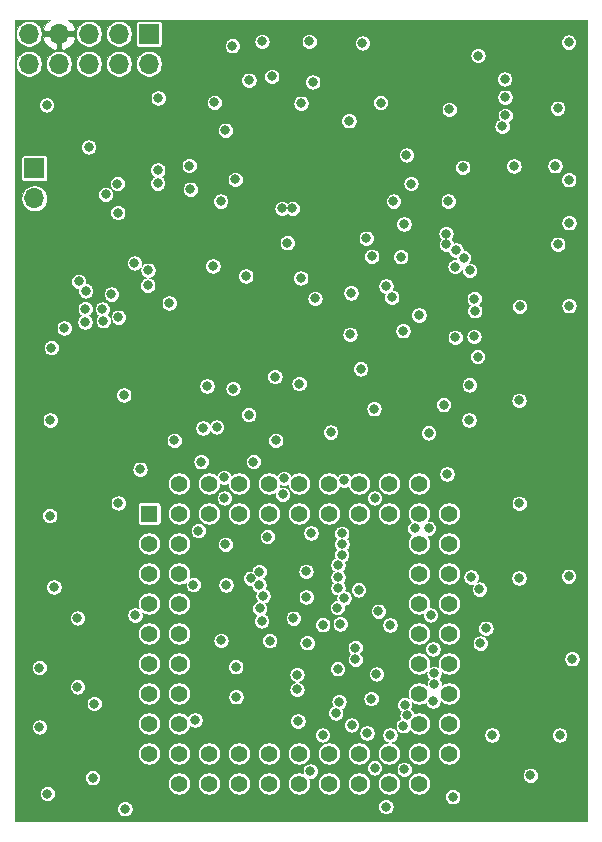
<source format=gbr>
G04 #@! TF.GenerationSoftware,KiCad,Pcbnew,(5.1.5)-3*
G04 #@! TF.CreationDate,2020-06-09T16:57:13+01:00*
G04 #@! TF.ProjectId,ElectronULA,456c6563-7472-46f6-9e55-4c412e6b6963,rev?*
G04 #@! TF.SameCoordinates,Original*
G04 #@! TF.FileFunction,Copper,L2,Inr*
G04 #@! TF.FilePolarity,Positive*
%FSLAX46Y46*%
G04 Gerber Fmt 4.6, Leading zero omitted, Abs format (unit mm)*
G04 Created by KiCad (PCBNEW (5.1.5)-3) date 2020-06-09 16:57:13*
%MOMM*%
%LPD*%
G04 APERTURE LIST*
%ADD10O,1.700000X1.700000*%
%ADD11R,1.700000X1.700000*%
%ADD12C,1.422400*%
%ADD13R,1.422400X1.422400*%
%ADD14C,0.800000*%
%ADD15C,0.100000*%
G04 APERTURE END LIST*
D10*
X131620260Y-71653400D03*
D11*
X131620260Y-69113400D03*
D10*
X131165600Y-60251340D03*
X131165600Y-57711340D03*
X133705600Y-60251340D03*
X133705600Y-57711340D03*
X136245600Y-60251340D03*
X136245600Y-57711340D03*
X138785600Y-60251340D03*
X138785600Y-57711340D03*
X141325600Y-60251340D03*
D11*
X141325600Y-57711340D03*
D12*
X166738300Y-98336100D03*
X166738300Y-100876100D03*
X166738300Y-103416100D03*
X166738300Y-105956100D03*
X166738300Y-108496100D03*
X166738300Y-111036100D03*
X166738300Y-113576100D03*
X166738300Y-116116100D03*
X164198300Y-95796100D03*
X164198300Y-100876100D03*
X164198300Y-103416100D03*
X164198300Y-105956100D03*
X164198300Y-108496100D03*
X164198300Y-111036100D03*
X164198300Y-113576100D03*
X164198300Y-116116100D03*
X164198300Y-118656100D03*
X164198300Y-121196100D03*
X161658300Y-121196100D03*
X159118300Y-121196100D03*
X156578300Y-121196100D03*
X154038300Y-121196100D03*
X151498300Y-121196100D03*
X148958300Y-121196100D03*
X146418300Y-121196100D03*
X143878300Y-121196100D03*
X166738300Y-118656100D03*
X161658300Y-118656100D03*
X159118300Y-118656100D03*
X156578300Y-118656100D03*
X154038300Y-118656100D03*
X151498300Y-118656100D03*
X148958300Y-118656100D03*
X146418300Y-118656100D03*
X143878300Y-118656100D03*
X141338300Y-118656100D03*
X141338300Y-116116100D03*
X141338300Y-113576100D03*
X141338300Y-111036100D03*
X141338300Y-108496100D03*
X141338300Y-105956100D03*
X141338300Y-103416100D03*
X141338300Y-100876100D03*
D13*
X141338300Y-98336100D03*
D12*
X143878300Y-116116100D03*
X143878300Y-113576100D03*
X143878300Y-111036100D03*
X143878300Y-108496100D03*
X143878300Y-105956100D03*
X143878300Y-103416100D03*
X143878300Y-100876100D03*
X143878300Y-98336100D03*
X161658300Y-95796100D03*
X159118300Y-95796100D03*
X156578300Y-95796100D03*
X143878300Y-95796100D03*
X146418300Y-95796100D03*
X148958300Y-95796100D03*
X151498300Y-95796100D03*
X154038300Y-95796100D03*
X164198300Y-98336100D03*
X161658300Y-98336100D03*
X159118300Y-98336100D03*
X156578300Y-98336100D03*
X146418300Y-98336100D03*
X148958300Y-98336100D03*
X151498300Y-98336100D03*
X154038300Y-98336100D03*
D14*
X153547200Y-107201000D03*
X143467200Y-92147560D03*
X153927200Y-115911000D03*
X154717199Y-109280999D03*
X169374820Y-109308900D03*
X155036520Y-99989640D03*
X148440140Y-87751920D03*
X141237200Y-77731000D03*
X156317200Y-84981000D03*
X147827198Y-116501000D03*
X160607200Y-100131000D03*
X156976190Y-109980062D03*
X160640397Y-109472038D03*
X143477200Y-86447560D03*
X144807200Y-64121000D03*
X144907200Y-62181000D03*
X145637200Y-61081000D03*
X158697200Y-61411000D03*
X160077200Y-61411000D03*
X163637200Y-61871000D03*
X177170080Y-109352078D03*
X151777700Y-76133960D03*
X149715220Y-76149200D03*
X151673560Y-64439800D03*
X153418540Y-61493400D03*
X144866360Y-65859660D03*
X144861280Y-76852780D03*
X144871440Y-78300580D03*
X144861280Y-79331820D03*
X145336260Y-79888080D03*
X146883120Y-79888082D03*
X152366980Y-79918560D03*
X151384000Y-79903320D03*
X160200340Y-79931260D03*
X163121340Y-79154020D03*
X163774120Y-80261460D03*
X163240720Y-75031600D03*
X163238180Y-69207380D03*
X163291520Y-64449960D03*
X147888960Y-61292738D03*
X145760440Y-58234580D03*
X172679360Y-65743590D03*
X176875440Y-65743590D03*
X138099800Y-95651320D03*
X145467198Y-107141510D03*
X142007221Y-72822913D03*
X138595100Y-108150660D03*
X176169320Y-122306080D03*
X165597840Y-93987620D03*
X156088080Y-76540360D03*
X138582400Y-103197660D03*
X167726360Y-62097920D03*
X173045120Y-62895480D03*
X162942210Y-61331000D03*
X136997440Y-79298800D03*
X136047480Y-77170280D03*
X147068540Y-68531740D03*
X163812220Y-99593400D03*
X132044440Y-111376460D03*
X162935920Y-119992140D03*
X160136840Y-114005360D03*
X158473140Y-116243100D03*
X157518100Y-107675680D03*
X148667200Y-111311000D03*
X147847200Y-104371000D03*
X147797200Y-100941000D03*
X154609800Y-103230680D03*
X147707200Y-97021000D03*
X147687200Y-95281000D03*
X150167340Y-93939360D03*
X145740120Y-93949520D03*
X138724640Y-97449640D03*
X160427200Y-97021000D03*
X156705300Y-91445080D03*
X152054560Y-92143580D03*
X166557960Y-94996000D03*
X161378900Y-123151900D03*
X167040560Y-122311160D03*
X139280900Y-123329700D03*
X136550400Y-120703340D03*
X147794980Y-65887600D03*
X158249620Y-65079880D03*
X160926780Y-63545720D03*
X162026600Y-71887080D03*
X161394140Y-79082900D03*
X160182560Y-76563220D03*
X158437580Y-79649320D03*
X146730720Y-77386180D03*
X148625560Y-70050660D03*
X149766020Y-89964260D03*
X146232880Y-87536020D03*
X154040840Y-87337900D03*
X153456640Y-72506840D03*
X152593040Y-72506840D03*
X149522180Y-78214220D03*
X153035000Y-75412600D03*
X176093120Y-117083840D03*
X161734500Y-117081300D03*
X156016960Y-117081300D03*
X156034740Y-107756960D03*
X161737040Y-107774740D03*
X147431760Y-109077760D03*
X151538940Y-109100620D03*
X151356060Y-100284280D03*
X151980900Y-86743540D03*
X162905440Y-73820020D03*
X163121340Y-67978020D03*
X159397700Y-58506360D03*
X150893780Y-58366660D03*
X146857720Y-63533020D03*
X159717740Y-75023980D03*
X162641280Y-76593700D03*
X176890680Y-73720960D03*
X176870360Y-70078600D03*
X175922940Y-64015620D03*
X147393660Y-71887080D03*
X164993320Y-91506040D03*
X159245300Y-86085680D03*
X154637740Y-105394760D03*
X153852880Y-111970820D03*
X148691600Y-113847880D03*
X154193240Y-63599060D03*
X154172920Y-78386940D03*
X142105380Y-63159640D03*
X166263320Y-89123520D03*
X170373040Y-117088920D03*
X169844720Y-108049060D03*
X145079720Y-104358440D03*
X145505737Y-99781762D03*
X173616620Y-120505220D03*
X132054600Y-116410740D03*
X132717540Y-122047000D03*
X136217660Y-67302380D03*
X132654040Y-63741300D03*
X176844960Y-58425080D03*
X169184320Y-59563000D03*
X176890680Y-80741520D03*
X175935640Y-75534520D03*
X176847500Y-103642160D03*
X167886380Y-69024500D03*
X166745920Y-64122300D03*
X139194540Y-88290400D03*
X138653520Y-70396100D03*
X138686540Y-72859900D03*
X154894280Y-58364120D03*
X145896945Y-91087162D03*
X172217080Y-68920360D03*
X175696880Y-68889880D03*
X134147560Y-82621120D03*
X135364258Y-78682001D03*
X135925560Y-81005680D03*
X141217200Y-79011000D03*
X167253920Y-83416140D03*
X164175440Y-81536540D03*
X169141140Y-85054440D03*
X168851580Y-83342480D03*
X159783780Y-116911120D03*
X168450260Y-87442040D03*
X168419780Y-90406220D03*
X133057900Y-84287360D03*
X132963920Y-90426540D03*
X132920740Y-98511360D03*
X133271260Y-104559100D03*
X172699680Y-80799940D03*
X172653960Y-88755220D03*
X172671740Y-97472500D03*
X172653960Y-103786940D03*
X145211800Y-115811300D03*
X140154660Y-106936540D03*
X150630870Y-104396039D03*
X150651764Y-103260149D03*
X150860760Y-107440990D03*
X153847200Y-113231000D03*
X152638760Y-96718120D03*
X149938181Y-103815161D03*
X150693120Y-106370120D03*
X150975446Y-105295669D03*
X158793180Y-109687360D03*
X157280542Y-106296504D03*
X138734800Y-81711800D03*
X137462260Y-82011520D03*
X135270240Y-107177840D03*
X135270239Y-113007139D03*
X136687560Y-114427000D03*
X157289500Y-111480600D03*
X160418780Y-119867680D03*
X135915398Y-82113120D03*
X157408880Y-114269520D03*
X157139453Y-115211532D03*
X154983180Y-120144540D03*
X157336470Y-104630443D03*
X157336470Y-103726435D03*
X152757200Y-95361000D03*
X140566140Y-94589600D03*
X135961120Y-79480390D03*
X157639794Y-101822062D03*
X157646247Y-100014177D03*
X157830520Y-105478580D03*
X159066186Y-104796238D03*
X158803340Y-110688120D03*
X157857200Y-95521000D03*
X160377200Y-89461000D03*
X158347202Y-83161000D03*
X157337560Y-102682820D03*
X157653722Y-100918158D03*
X147047200Y-91017560D03*
X177149760Y-110629700D03*
X161881820Y-80025240D03*
X169298620Y-104736900D03*
X162849560Y-116306600D03*
X166476680Y-74640440D03*
X165379400Y-114207270D03*
X167960040Y-76667360D03*
X162966400Y-114528600D03*
X167304720Y-76037440D03*
X163169600Y-115432840D03*
X166502080Y-75544680D03*
X164990780Y-99580700D03*
X162829240Y-82862420D03*
X160751520Y-106606340D03*
X168602660Y-103720900D03*
X165481000Y-112801400D03*
X167248840Y-77426010D03*
X163512500Y-70393560D03*
X165361620Y-109809280D03*
X155379420Y-80124300D03*
X165465760Y-111876840D03*
X168473120Y-77749400D03*
X165163500Y-106916220D03*
X168902380Y-81170780D03*
X166658310Y-71887080D03*
X142062200Y-70370700D03*
X151719280Y-61328300D03*
X149778720Y-61644560D03*
X148380824Y-58731282D03*
X155188920Y-61802040D03*
X137657734Y-71315990D03*
X142067280Y-69258180D03*
X144830800Y-70881240D03*
X171226480Y-65552320D03*
X171485560Y-64632840D03*
X171475400Y-63088520D03*
X171434760Y-61554360D03*
X144729200Y-68874640D03*
X138137200Y-79761000D03*
X140097200Y-77131000D03*
X137377200Y-81031000D03*
X143037200Y-80501000D03*
X160583880Y-111922560D03*
X168866820Y-80147160D03*
D15*
G36*
X132926165Y-56546836D02*
G01*
X132821053Y-56615866D01*
X132624333Y-56809482D01*
X132469166Y-57037756D01*
X132361514Y-57291915D01*
X132451949Y-57507340D01*
X133501600Y-57507340D01*
X133501600Y-57487340D01*
X133909600Y-57487340D01*
X133909600Y-57507340D01*
X134959251Y-57507340D01*
X135049686Y-57291915D01*
X134942034Y-57037756D01*
X134786867Y-56809482D01*
X134590147Y-56615866D01*
X134485651Y-56547240D01*
X178386790Y-56558628D01*
X178408831Y-124395820D01*
X129975032Y-124395820D01*
X129975083Y-123265681D01*
X138630900Y-123265681D01*
X138630900Y-123393719D01*
X138655879Y-123519298D01*
X138704878Y-123637590D01*
X138776012Y-123744051D01*
X138866549Y-123834588D01*
X138973010Y-123905722D01*
X139091302Y-123954721D01*
X139216881Y-123979700D01*
X139344919Y-123979700D01*
X139470498Y-123954721D01*
X139588790Y-123905722D01*
X139695251Y-123834588D01*
X139785788Y-123744051D01*
X139856922Y-123637590D01*
X139905921Y-123519298D01*
X139930900Y-123393719D01*
X139930900Y-123265681D01*
X139905921Y-123140102D01*
X139884290Y-123087881D01*
X160728900Y-123087881D01*
X160728900Y-123215919D01*
X160753879Y-123341498D01*
X160802878Y-123459790D01*
X160874012Y-123566251D01*
X160964549Y-123656788D01*
X161071010Y-123727922D01*
X161189302Y-123776921D01*
X161314881Y-123801900D01*
X161442919Y-123801900D01*
X161568498Y-123776921D01*
X161686790Y-123727922D01*
X161793251Y-123656788D01*
X161883788Y-123566251D01*
X161954922Y-123459790D01*
X162003921Y-123341498D01*
X162028900Y-123215919D01*
X162028900Y-123087881D01*
X162003921Y-122962302D01*
X161954922Y-122844010D01*
X161883788Y-122737549D01*
X161793251Y-122647012D01*
X161686790Y-122575878D01*
X161568498Y-122526879D01*
X161442919Y-122501900D01*
X161314881Y-122501900D01*
X161189302Y-122526879D01*
X161071010Y-122575878D01*
X160964549Y-122647012D01*
X160874012Y-122737549D01*
X160802878Y-122844010D01*
X160753879Y-122962302D01*
X160728900Y-123087881D01*
X139884290Y-123087881D01*
X139856922Y-123021810D01*
X139785788Y-122915349D01*
X139695251Y-122824812D01*
X139588790Y-122753678D01*
X139470498Y-122704679D01*
X139344919Y-122679700D01*
X139216881Y-122679700D01*
X139091302Y-122704679D01*
X138973010Y-122753678D01*
X138866549Y-122824812D01*
X138776012Y-122915349D01*
X138704878Y-123021810D01*
X138655879Y-123140102D01*
X138630900Y-123265681D01*
X129975083Y-123265681D01*
X129975143Y-121982981D01*
X132067540Y-121982981D01*
X132067540Y-122111019D01*
X132092519Y-122236598D01*
X132141518Y-122354890D01*
X132212652Y-122461351D01*
X132303189Y-122551888D01*
X132409650Y-122623022D01*
X132527942Y-122672021D01*
X132653521Y-122697000D01*
X132781559Y-122697000D01*
X132907138Y-122672021D01*
X133025430Y-122623022D01*
X133131891Y-122551888D01*
X133222428Y-122461351D01*
X133293562Y-122354890D01*
X133338193Y-122247141D01*
X166390560Y-122247141D01*
X166390560Y-122375179D01*
X166415539Y-122500758D01*
X166464538Y-122619050D01*
X166535672Y-122725511D01*
X166626209Y-122816048D01*
X166732670Y-122887182D01*
X166850962Y-122936181D01*
X166976541Y-122961160D01*
X167104579Y-122961160D01*
X167230158Y-122936181D01*
X167348450Y-122887182D01*
X167454911Y-122816048D01*
X167545448Y-122725511D01*
X167616582Y-122619050D01*
X167665581Y-122500758D01*
X167690560Y-122375179D01*
X167690560Y-122247141D01*
X167665581Y-122121562D01*
X167616582Y-122003270D01*
X167545448Y-121896809D01*
X167454911Y-121806272D01*
X167348450Y-121735138D01*
X167230158Y-121686139D01*
X167104579Y-121661160D01*
X166976541Y-121661160D01*
X166850962Y-121686139D01*
X166732670Y-121735138D01*
X166626209Y-121806272D01*
X166535672Y-121896809D01*
X166464538Y-122003270D01*
X166415539Y-122121562D01*
X166390560Y-122247141D01*
X133338193Y-122247141D01*
X133342561Y-122236598D01*
X133367540Y-122111019D01*
X133367540Y-121982981D01*
X133342561Y-121857402D01*
X133293562Y-121739110D01*
X133222428Y-121632649D01*
X133131891Y-121542112D01*
X133025430Y-121470978D01*
X132907138Y-121421979D01*
X132781559Y-121397000D01*
X132653521Y-121397000D01*
X132527942Y-121421979D01*
X132409650Y-121470978D01*
X132303189Y-121542112D01*
X132212652Y-121632649D01*
X132141518Y-121739110D01*
X132092519Y-121857402D01*
X132067540Y-121982981D01*
X129975143Y-121982981D01*
X129975205Y-120639321D01*
X135900400Y-120639321D01*
X135900400Y-120767359D01*
X135925379Y-120892938D01*
X135974378Y-121011230D01*
X136045512Y-121117691D01*
X136136049Y-121208228D01*
X136242510Y-121279362D01*
X136360802Y-121328361D01*
X136486381Y-121353340D01*
X136614419Y-121353340D01*
X136739998Y-121328361D01*
X136858290Y-121279362D01*
X136964751Y-121208228D01*
X137055288Y-121117691D01*
X137066153Y-121101430D01*
X142917100Y-121101430D01*
X142917100Y-121290770D01*
X142954038Y-121476472D01*
X143026495Y-121651399D01*
X143131687Y-121808829D01*
X143265571Y-121942713D01*
X143423001Y-122047905D01*
X143597928Y-122120362D01*
X143783630Y-122157300D01*
X143972970Y-122157300D01*
X144158672Y-122120362D01*
X144333599Y-122047905D01*
X144491029Y-121942713D01*
X144624913Y-121808829D01*
X144730105Y-121651399D01*
X144802562Y-121476472D01*
X144839500Y-121290770D01*
X144839500Y-121101430D01*
X145457100Y-121101430D01*
X145457100Y-121290770D01*
X145494038Y-121476472D01*
X145566495Y-121651399D01*
X145671687Y-121808829D01*
X145805571Y-121942713D01*
X145963001Y-122047905D01*
X146137928Y-122120362D01*
X146323630Y-122157300D01*
X146512970Y-122157300D01*
X146698672Y-122120362D01*
X146873599Y-122047905D01*
X147031029Y-121942713D01*
X147164913Y-121808829D01*
X147270105Y-121651399D01*
X147342562Y-121476472D01*
X147379500Y-121290770D01*
X147379500Y-121101430D01*
X147997100Y-121101430D01*
X147997100Y-121290770D01*
X148034038Y-121476472D01*
X148106495Y-121651399D01*
X148211687Y-121808829D01*
X148345571Y-121942713D01*
X148503001Y-122047905D01*
X148677928Y-122120362D01*
X148863630Y-122157300D01*
X149052970Y-122157300D01*
X149238672Y-122120362D01*
X149413599Y-122047905D01*
X149571029Y-121942713D01*
X149704913Y-121808829D01*
X149810105Y-121651399D01*
X149882562Y-121476472D01*
X149919500Y-121290770D01*
X149919500Y-121101430D01*
X150537100Y-121101430D01*
X150537100Y-121290770D01*
X150574038Y-121476472D01*
X150646495Y-121651399D01*
X150751687Y-121808829D01*
X150885571Y-121942713D01*
X151043001Y-122047905D01*
X151217928Y-122120362D01*
X151403630Y-122157300D01*
X151592970Y-122157300D01*
X151778672Y-122120362D01*
X151953599Y-122047905D01*
X152111029Y-121942713D01*
X152244913Y-121808829D01*
X152350105Y-121651399D01*
X152422562Y-121476472D01*
X152459500Y-121290770D01*
X152459500Y-121101430D01*
X153077100Y-121101430D01*
X153077100Y-121290770D01*
X153114038Y-121476472D01*
X153186495Y-121651399D01*
X153291687Y-121808829D01*
X153425571Y-121942713D01*
X153583001Y-122047905D01*
X153757928Y-122120362D01*
X153943630Y-122157300D01*
X154132970Y-122157300D01*
X154318672Y-122120362D01*
X154493599Y-122047905D01*
X154651029Y-121942713D01*
X154784913Y-121808829D01*
X154890105Y-121651399D01*
X154962562Y-121476472D01*
X154999500Y-121290770D01*
X154999500Y-121101430D01*
X155617100Y-121101430D01*
X155617100Y-121290770D01*
X155654038Y-121476472D01*
X155726495Y-121651399D01*
X155831687Y-121808829D01*
X155965571Y-121942713D01*
X156123001Y-122047905D01*
X156297928Y-122120362D01*
X156483630Y-122157300D01*
X156672970Y-122157300D01*
X156858672Y-122120362D01*
X157033599Y-122047905D01*
X157191029Y-121942713D01*
X157324913Y-121808829D01*
X157430105Y-121651399D01*
X157502562Y-121476472D01*
X157539500Y-121290770D01*
X157539500Y-121101430D01*
X158157100Y-121101430D01*
X158157100Y-121290770D01*
X158194038Y-121476472D01*
X158266495Y-121651399D01*
X158371687Y-121808829D01*
X158505571Y-121942713D01*
X158663001Y-122047905D01*
X158837928Y-122120362D01*
X159023630Y-122157300D01*
X159212970Y-122157300D01*
X159398672Y-122120362D01*
X159573599Y-122047905D01*
X159731029Y-121942713D01*
X159864913Y-121808829D01*
X159970105Y-121651399D01*
X160042562Y-121476472D01*
X160079500Y-121290770D01*
X160079500Y-121101430D01*
X160697100Y-121101430D01*
X160697100Y-121290770D01*
X160734038Y-121476472D01*
X160806495Y-121651399D01*
X160911687Y-121808829D01*
X161045571Y-121942713D01*
X161203001Y-122047905D01*
X161377928Y-122120362D01*
X161563630Y-122157300D01*
X161752970Y-122157300D01*
X161938672Y-122120362D01*
X162113599Y-122047905D01*
X162271029Y-121942713D01*
X162404913Y-121808829D01*
X162510105Y-121651399D01*
X162582562Y-121476472D01*
X162619500Y-121290770D01*
X162619500Y-121101430D01*
X163237100Y-121101430D01*
X163237100Y-121290770D01*
X163274038Y-121476472D01*
X163346495Y-121651399D01*
X163451687Y-121808829D01*
X163585571Y-121942713D01*
X163743001Y-122047905D01*
X163917928Y-122120362D01*
X164103630Y-122157300D01*
X164292970Y-122157300D01*
X164478672Y-122120362D01*
X164653599Y-122047905D01*
X164811029Y-121942713D01*
X164944913Y-121808829D01*
X165050105Y-121651399D01*
X165122562Y-121476472D01*
X165159500Y-121290770D01*
X165159500Y-121101430D01*
X165122562Y-120915728D01*
X165050105Y-120740801D01*
X164944913Y-120583371D01*
X164811029Y-120449487D01*
X164798629Y-120441201D01*
X172966620Y-120441201D01*
X172966620Y-120569239D01*
X172991599Y-120694818D01*
X173040598Y-120813110D01*
X173111732Y-120919571D01*
X173202269Y-121010108D01*
X173308730Y-121081242D01*
X173427022Y-121130241D01*
X173552601Y-121155220D01*
X173680639Y-121155220D01*
X173806218Y-121130241D01*
X173924510Y-121081242D01*
X174030971Y-121010108D01*
X174121508Y-120919571D01*
X174192642Y-120813110D01*
X174241641Y-120694818D01*
X174266620Y-120569239D01*
X174266620Y-120441201D01*
X174241641Y-120315622D01*
X174192642Y-120197330D01*
X174121508Y-120090869D01*
X174030971Y-120000332D01*
X173924510Y-119929198D01*
X173806218Y-119880199D01*
X173680639Y-119855220D01*
X173552601Y-119855220D01*
X173427022Y-119880199D01*
X173308730Y-119929198D01*
X173202269Y-120000332D01*
X173111732Y-120090869D01*
X173040598Y-120197330D01*
X172991599Y-120315622D01*
X172966620Y-120441201D01*
X164798629Y-120441201D01*
X164653599Y-120344295D01*
X164478672Y-120271838D01*
X164292970Y-120234900D01*
X164103630Y-120234900D01*
X163917928Y-120271838D01*
X163743001Y-120344295D01*
X163585571Y-120449487D01*
X163451687Y-120583371D01*
X163346495Y-120740801D01*
X163274038Y-120915728D01*
X163237100Y-121101430D01*
X162619500Y-121101430D01*
X162582562Y-120915728D01*
X162510105Y-120740801D01*
X162404913Y-120583371D01*
X162271029Y-120449487D01*
X162113599Y-120344295D01*
X161938672Y-120271838D01*
X161752970Y-120234900D01*
X161563630Y-120234900D01*
X161377928Y-120271838D01*
X161203001Y-120344295D01*
X161045571Y-120449487D01*
X160911687Y-120583371D01*
X160806495Y-120740801D01*
X160734038Y-120915728D01*
X160697100Y-121101430D01*
X160079500Y-121101430D01*
X160042562Y-120915728D01*
X159970105Y-120740801D01*
X159864913Y-120583371D01*
X159731029Y-120449487D01*
X159573599Y-120344295D01*
X159398672Y-120271838D01*
X159212970Y-120234900D01*
X159023630Y-120234900D01*
X158837928Y-120271838D01*
X158663001Y-120344295D01*
X158505571Y-120449487D01*
X158371687Y-120583371D01*
X158266495Y-120740801D01*
X158194038Y-120915728D01*
X158157100Y-121101430D01*
X157539500Y-121101430D01*
X157502562Y-120915728D01*
X157430105Y-120740801D01*
X157324913Y-120583371D01*
X157191029Y-120449487D01*
X157033599Y-120344295D01*
X156858672Y-120271838D01*
X156672970Y-120234900D01*
X156483630Y-120234900D01*
X156297928Y-120271838D01*
X156123001Y-120344295D01*
X155965571Y-120449487D01*
X155831687Y-120583371D01*
X155726495Y-120740801D01*
X155654038Y-120915728D01*
X155617100Y-121101430D01*
X154999500Y-121101430D01*
X154962562Y-120915728D01*
X154911754Y-120793067D01*
X154919161Y-120794540D01*
X155047199Y-120794540D01*
X155172778Y-120769561D01*
X155291070Y-120720562D01*
X155397531Y-120649428D01*
X155488068Y-120558891D01*
X155559202Y-120452430D01*
X155608201Y-120334138D01*
X155633180Y-120208559D01*
X155633180Y-120080521D01*
X155608201Y-119954942D01*
X155559202Y-119836650D01*
X155537160Y-119803661D01*
X159768780Y-119803661D01*
X159768780Y-119931699D01*
X159793759Y-120057278D01*
X159842758Y-120175570D01*
X159913892Y-120282031D01*
X160004429Y-120372568D01*
X160110890Y-120443702D01*
X160229182Y-120492701D01*
X160354761Y-120517680D01*
X160482799Y-120517680D01*
X160608378Y-120492701D01*
X160726670Y-120443702D01*
X160833131Y-120372568D01*
X160923668Y-120282031D01*
X160994802Y-120175570D01*
X161043801Y-120057278D01*
X161068780Y-119931699D01*
X161068780Y-119928121D01*
X162285920Y-119928121D01*
X162285920Y-120056159D01*
X162310899Y-120181738D01*
X162359898Y-120300030D01*
X162431032Y-120406491D01*
X162521569Y-120497028D01*
X162628030Y-120568162D01*
X162746322Y-120617161D01*
X162871901Y-120642140D01*
X162999939Y-120642140D01*
X163125518Y-120617161D01*
X163243810Y-120568162D01*
X163350271Y-120497028D01*
X163440808Y-120406491D01*
X163511942Y-120300030D01*
X163560941Y-120181738D01*
X163585920Y-120056159D01*
X163585920Y-119928121D01*
X163560941Y-119802542D01*
X163511942Y-119684250D01*
X163440808Y-119577789D01*
X163350271Y-119487252D01*
X163243810Y-119416118D01*
X163125518Y-119367119D01*
X162999939Y-119342140D01*
X162871901Y-119342140D01*
X162746322Y-119367119D01*
X162628030Y-119416118D01*
X162521569Y-119487252D01*
X162431032Y-119577789D01*
X162359898Y-119684250D01*
X162310899Y-119802542D01*
X162285920Y-119928121D01*
X161068780Y-119928121D01*
X161068780Y-119803661D01*
X161043801Y-119678082D01*
X160994802Y-119559790D01*
X160923668Y-119453329D01*
X160833131Y-119362792D01*
X160726670Y-119291658D01*
X160608378Y-119242659D01*
X160482799Y-119217680D01*
X160354761Y-119217680D01*
X160229182Y-119242659D01*
X160110890Y-119291658D01*
X160004429Y-119362792D01*
X159913892Y-119453329D01*
X159842758Y-119559790D01*
X159793759Y-119678082D01*
X159768780Y-119803661D01*
X155537160Y-119803661D01*
X155488068Y-119730189D01*
X155397531Y-119639652D01*
X155291070Y-119568518D01*
X155172778Y-119519519D01*
X155047199Y-119494540D01*
X154919161Y-119494540D01*
X154793582Y-119519519D01*
X154675290Y-119568518D01*
X154568829Y-119639652D01*
X154478292Y-119730189D01*
X154407158Y-119836650D01*
X154358159Y-119954942D01*
X154333180Y-120080521D01*
X154333180Y-120208559D01*
X154348200Y-120284069D01*
X154318672Y-120271838D01*
X154132970Y-120234900D01*
X153943630Y-120234900D01*
X153757928Y-120271838D01*
X153583001Y-120344295D01*
X153425571Y-120449487D01*
X153291687Y-120583371D01*
X153186495Y-120740801D01*
X153114038Y-120915728D01*
X153077100Y-121101430D01*
X152459500Y-121101430D01*
X152422562Y-120915728D01*
X152350105Y-120740801D01*
X152244913Y-120583371D01*
X152111029Y-120449487D01*
X151953599Y-120344295D01*
X151778672Y-120271838D01*
X151592970Y-120234900D01*
X151403630Y-120234900D01*
X151217928Y-120271838D01*
X151043001Y-120344295D01*
X150885571Y-120449487D01*
X150751687Y-120583371D01*
X150646495Y-120740801D01*
X150574038Y-120915728D01*
X150537100Y-121101430D01*
X149919500Y-121101430D01*
X149882562Y-120915728D01*
X149810105Y-120740801D01*
X149704913Y-120583371D01*
X149571029Y-120449487D01*
X149413599Y-120344295D01*
X149238672Y-120271838D01*
X149052970Y-120234900D01*
X148863630Y-120234900D01*
X148677928Y-120271838D01*
X148503001Y-120344295D01*
X148345571Y-120449487D01*
X148211687Y-120583371D01*
X148106495Y-120740801D01*
X148034038Y-120915728D01*
X147997100Y-121101430D01*
X147379500Y-121101430D01*
X147342562Y-120915728D01*
X147270105Y-120740801D01*
X147164913Y-120583371D01*
X147031029Y-120449487D01*
X146873599Y-120344295D01*
X146698672Y-120271838D01*
X146512970Y-120234900D01*
X146323630Y-120234900D01*
X146137928Y-120271838D01*
X145963001Y-120344295D01*
X145805571Y-120449487D01*
X145671687Y-120583371D01*
X145566495Y-120740801D01*
X145494038Y-120915728D01*
X145457100Y-121101430D01*
X144839500Y-121101430D01*
X144802562Y-120915728D01*
X144730105Y-120740801D01*
X144624913Y-120583371D01*
X144491029Y-120449487D01*
X144333599Y-120344295D01*
X144158672Y-120271838D01*
X143972970Y-120234900D01*
X143783630Y-120234900D01*
X143597928Y-120271838D01*
X143423001Y-120344295D01*
X143265571Y-120449487D01*
X143131687Y-120583371D01*
X143026495Y-120740801D01*
X142954038Y-120915728D01*
X142917100Y-121101430D01*
X137066153Y-121101430D01*
X137126422Y-121011230D01*
X137175421Y-120892938D01*
X137200400Y-120767359D01*
X137200400Y-120639321D01*
X137175421Y-120513742D01*
X137126422Y-120395450D01*
X137055288Y-120288989D01*
X136964751Y-120198452D01*
X136858290Y-120127318D01*
X136739998Y-120078319D01*
X136614419Y-120053340D01*
X136486381Y-120053340D01*
X136360802Y-120078319D01*
X136242510Y-120127318D01*
X136136049Y-120198452D01*
X136045512Y-120288989D01*
X135974378Y-120395450D01*
X135925379Y-120513742D01*
X135900400Y-120639321D01*
X129975205Y-120639321D01*
X129975301Y-118561430D01*
X140377100Y-118561430D01*
X140377100Y-118750770D01*
X140414038Y-118936472D01*
X140486495Y-119111399D01*
X140591687Y-119268829D01*
X140725571Y-119402713D01*
X140883001Y-119507905D01*
X141057928Y-119580362D01*
X141243630Y-119617300D01*
X141432970Y-119617300D01*
X141618672Y-119580362D01*
X141793599Y-119507905D01*
X141951029Y-119402713D01*
X142084913Y-119268829D01*
X142190105Y-119111399D01*
X142262562Y-118936472D01*
X142299500Y-118750770D01*
X142299500Y-118561430D01*
X142917100Y-118561430D01*
X142917100Y-118750770D01*
X142954038Y-118936472D01*
X143026495Y-119111399D01*
X143131687Y-119268829D01*
X143265571Y-119402713D01*
X143423001Y-119507905D01*
X143597928Y-119580362D01*
X143783630Y-119617300D01*
X143972970Y-119617300D01*
X144158672Y-119580362D01*
X144333599Y-119507905D01*
X144491029Y-119402713D01*
X144624913Y-119268829D01*
X144730105Y-119111399D01*
X144802562Y-118936472D01*
X144839500Y-118750770D01*
X144839500Y-118561430D01*
X145457100Y-118561430D01*
X145457100Y-118750770D01*
X145494038Y-118936472D01*
X145566495Y-119111399D01*
X145671687Y-119268829D01*
X145805571Y-119402713D01*
X145963001Y-119507905D01*
X146137928Y-119580362D01*
X146323630Y-119617300D01*
X146512970Y-119617300D01*
X146698672Y-119580362D01*
X146873599Y-119507905D01*
X147031029Y-119402713D01*
X147164913Y-119268829D01*
X147270105Y-119111399D01*
X147342562Y-118936472D01*
X147379500Y-118750770D01*
X147379500Y-118561430D01*
X147997100Y-118561430D01*
X147997100Y-118750770D01*
X148034038Y-118936472D01*
X148106495Y-119111399D01*
X148211687Y-119268829D01*
X148345571Y-119402713D01*
X148503001Y-119507905D01*
X148677928Y-119580362D01*
X148863630Y-119617300D01*
X149052970Y-119617300D01*
X149238672Y-119580362D01*
X149413599Y-119507905D01*
X149571029Y-119402713D01*
X149704913Y-119268829D01*
X149810105Y-119111399D01*
X149882562Y-118936472D01*
X149919500Y-118750770D01*
X149919500Y-118561430D01*
X150537100Y-118561430D01*
X150537100Y-118750770D01*
X150574038Y-118936472D01*
X150646495Y-119111399D01*
X150751687Y-119268829D01*
X150885571Y-119402713D01*
X151043001Y-119507905D01*
X151217928Y-119580362D01*
X151403630Y-119617300D01*
X151592970Y-119617300D01*
X151778672Y-119580362D01*
X151953599Y-119507905D01*
X152111029Y-119402713D01*
X152244913Y-119268829D01*
X152350105Y-119111399D01*
X152422562Y-118936472D01*
X152459500Y-118750770D01*
X152459500Y-118561430D01*
X153077100Y-118561430D01*
X153077100Y-118750770D01*
X153114038Y-118936472D01*
X153186495Y-119111399D01*
X153291687Y-119268829D01*
X153425571Y-119402713D01*
X153583001Y-119507905D01*
X153757928Y-119580362D01*
X153943630Y-119617300D01*
X154132970Y-119617300D01*
X154318672Y-119580362D01*
X154493599Y-119507905D01*
X154651029Y-119402713D01*
X154784913Y-119268829D01*
X154890105Y-119111399D01*
X154962562Y-118936472D01*
X154999500Y-118750770D01*
X154999500Y-118561430D01*
X155617100Y-118561430D01*
X155617100Y-118750770D01*
X155654038Y-118936472D01*
X155726495Y-119111399D01*
X155831687Y-119268829D01*
X155965571Y-119402713D01*
X156123001Y-119507905D01*
X156297928Y-119580362D01*
X156483630Y-119617300D01*
X156672970Y-119617300D01*
X156858672Y-119580362D01*
X157033599Y-119507905D01*
X157191029Y-119402713D01*
X157324913Y-119268829D01*
X157430105Y-119111399D01*
X157502562Y-118936472D01*
X157539500Y-118750770D01*
X157539500Y-118561430D01*
X158157100Y-118561430D01*
X158157100Y-118750770D01*
X158194038Y-118936472D01*
X158266495Y-119111399D01*
X158371687Y-119268829D01*
X158505571Y-119402713D01*
X158663001Y-119507905D01*
X158837928Y-119580362D01*
X159023630Y-119617300D01*
X159212970Y-119617300D01*
X159398672Y-119580362D01*
X159573599Y-119507905D01*
X159731029Y-119402713D01*
X159864913Y-119268829D01*
X159970105Y-119111399D01*
X160042562Y-118936472D01*
X160079500Y-118750770D01*
X160079500Y-118561430D01*
X160697100Y-118561430D01*
X160697100Y-118750770D01*
X160734038Y-118936472D01*
X160806495Y-119111399D01*
X160911687Y-119268829D01*
X161045571Y-119402713D01*
X161203001Y-119507905D01*
X161377928Y-119580362D01*
X161563630Y-119617300D01*
X161752970Y-119617300D01*
X161938672Y-119580362D01*
X162113599Y-119507905D01*
X162271029Y-119402713D01*
X162404913Y-119268829D01*
X162510105Y-119111399D01*
X162582562Y-118936472D01*
X162619500Y-118750770D01*
X162619500Y-118561430D01*
X163237100Y-118561430D01*
X163237100Y-118750770D01*
X163274038Y-118936472D01*
X163346495Y-119111399D01*
X163451687Y-119268829D01*
X163585571Y-119402713D01*
X163743001Y-119507905D01*
X163917928Y-119580362D01*
X164103630Y-119617300D01*
X164292970Y-119617300D01*
X164478672Y-119580362D01*
X164653599Y-119507905D01*
X164811029Y-119402713D01*
X164944913Y-119268829D01*
X165050105Y-119111399D01*
X165122562Y-118936472D01*
X165159500Y-118750770D01*
X165159500Y-118561430D01*
X165777100Y-118561430D01*
X165777100Y-118750770D01*
X165814038Y-118936472D01*
X165886495Y-119111399D01*
X165991687Y-119268829D01*
X166125571Y-119402713D01*
X166283001Y-119507905D01*
X166457928Y-119580362D01*
X166643630Y-119617300D01*
X166832970Y-119617300D01*
X167018672Y-119580362D01*
X167193599Y-119507905D01*
X167351029Y-119402713D01*
X167484913Y-119268829D01*
X167590105Y-119111399D01*
X167662562Y-118936472D01*
X167699500Y-118750770D01*
X167699500Y-118561430D01*
X167662562Y-118375728D01*
X167590105Y-118200801D01*
X167484913Y-118043371D01*
X167351029Y-117909487D01*
X167193599Y-117804295D01*
X167018672Y-117731838D01*
X166832970Y-117694900D01*
X166643630Y-117694900D01*
X166457928Y-117731838D01*
X166283001Y-117804295D01*
X166125571Y-117909487D01*
X165991687Y-118043371D01*
X165886495Y-118200801D01*
X165814038Y-118375728D01*
X165777100Y-118561430D01*
X165159500Y-118561430D01*
X165122562Y-118375728D01*
X165050105Y-118200801D01*
X164944913Y-118043371D01*
X164811029Y-117909487D01*
X164653599Y-117804295D01*
X164478672Y-117731838D01*
X164292970Y-117694900D01*
X164103630Y-117694900D01*
X163917928Y-117731838D01*
X163743001Y-117804295D01*
X163585571Y-117909487D01*
X163451687Y-118043371D01*
X163346495Y-118200801D01*
X163274038Y-118375728D01*
X163237100Y-118561430D01*
X162619500Y-118561430D01*
X162582562Y-118375728D01*
X162510105Y-118200801D01*
X162404913Y-118043371D01*
X162271029Y-117909487D01*
X162113599Y-117804295D01*
X161938672Y-117731838D01*
X161867243Y-117717630D01*
X161924098Y-117706321D01*
X162042390Y-117657322D01*
X162148851Y-117586188D01*
X162239388Y-117495651D01*
X162310522Y-117389190D01*
X162359521Y-117270898D01*
X162384500Y-117145319D01*
X162384500Y-117017281D01*
X162359521Y-116891702D01*
X162310522Y-116773410D01*
X162239388Y-116666949D01*
X162148851Y-116576412D01*
X162042390Y-116505278D01*
X161924098Y-116456279D01*
X161798519Y-116431300D01*
X161670481Y-116431300D01*
X161544902Y-116456279D01*
X161426610Y-116505278D01*
X161320149Y-116576412D01*
X161229612Y-116666949D01*
X161158478Y-116773410D01*
X161109479Y-116891702D01*
X161084500Y-117017281D01*
X161084500Y-117145319D01*
X161109479Y-117270898D01*
X161158478Y-117389190D01*
X161229612Y-117495651D01*
X161320149Y-117586188D01*
X161426610Y-117657322D01*
X161532350Y-117701122D01*
X161377928Y-117731838D01*
X161203001Y-117804295D01*
X161045571Y-117909487D01*
X160911687Y-118043371D01*
X160806495Y-118200801D01*
X160734038Y-118375728D01*
X160697100Y-118561430D01*
X160079500Y-118561430D01*
X160042562Y-118375728D01*
X159970105Y-118200801D01*
X159864913Y-118043371D01*
X159731029Y-117909487D01*
X159573599Y-117804295D01*
X159398672Y-117731838D01*
X159212970Y-117694900D01*
X159023630Y-117694900D01*
X158837928Y-117731838D01*
X158663001Y-117804295D01*
X158505571Y-117909487D01*
X158371687Y-118043371D01*
X158266495Y-118200801D01*
X158194038Y-118375728D01*
X158157100Y-118561430D01*
X157539500Y-118561430D01*
X157502562Y-118375728D01*
X157430105Y-118200801D01*
X157324913Y-118043371D01*
X157191029Y-117909487D01*
X157033599Y-117804295D01*
X156858672Y-117731838D01*
X156672970Y-117694900D01*
X156483630Y-117694900D01*
X156297928Y-117731838D01*
X156123001Y-117804295D01*
X155965571Y-117909487D01*
X155831687Y-118043371D01*
X155726495Y-118200801D01*
X155654038Y-118375728D01*
X155617100Y-118561430D01*
X154999500Y-118561430D01*
X154962562Y-118375728D01*
X154890105Y-118200801D01*
X154784913Y-118043371D01*
X154651029Y-117909487D01*
X154493599Y-117804295D01*
X154318672Y-117731838D01*
X154132970Y-117694900D01*
X153943630Y-117694900D01*
X153757928Y-117731838D01*
X153583001Y-117804295D01*
X153425571Y-117909487D01*
X153291687Y-118043371D01*
X153186495Y-118200801D01*
X153114038Y-118375728D01*
X153077100Y-118561430D01*
X152459500Y-118561430D01*
X152422562Y-118375728D01*
X152350105Y-118200801D01*
X152244913Y-118043371D01*
X152111029Y-117909487D01*
X151953599Y-117804295D01*
X151778672Y-117731838D01*
X151592970Y-117694900D01*
X151403630Y-117694900D01*
X151217928Y-117731838D01*
X151043001Y-117804295D01*
X150885571Y-117909487D01*
X150751687Y-118043371D01*
X150646495Y-118200801D01*
X150574038Y-118375728D01*
X150537100Y-118561430D01*
X149919500Y-118561430D01*
X149882562Y-118375728D01*
X149810105Y-118200801D01*
X149704913Y-118043371D01*
X149571029Y-117909487D01*
X149413599Y-117804295D01*
X149238672Y-117731838D01*
X149052970Y-117694900D01*
X148863630Y-117694900D01*
X148677928Y-117731838D01*
X148503001Y-117804295D01*
X148345571Y-117909487D01*
X148211687Y-118043371D01*
X148106495Y-118200801D01*
X148034038Y-118375728D01*
X147997100Y-118561430D01*
X147379500Y-118561430D01*
X147342562Y-118375728D01*
X147270105Y-118200801D01*
X147164913Y-118043371D01*
X147031029Y-117909487D01*
X146873599Y-117804295D01*
X146698672Y-117731838D01*
X146512970Y-117694900D01*
X146323630Y-117694900D01*
X146137928Y-117731838D01*
X145963001Y-117804295D01*
X145805571Y-117909487D01*
X145671687Y-118043371D01*
X145566495Y-118200801D01*
X145494038Y-118375728D01*
X145457100Y-118561430D01*
X144839500Y-118561430D01*
X144802562Y-118375728D01*
X144730105Y-118200801D01*
X144624913Y-118043371D01*
X144491029Y-117909487D01*
X144333599Y-117804295D01*
X144158672Y-117731838D01*
X143972970Y-117694900D01*
X143783630Y-117694900D01*
X143597928Y-117731838D01*
X143423001Y-117804295D01*
X143265571Y-117909487D01*
X143131687Y-118043371D01*
X143026495Y-118200801D01*
X142954038Y-118375728D01*
X142917100Y-118561430D01*
X142299500Y-118561430D01*
X142262562Y-118375728D01*
X142190105Y-118200801D01*
X142084913Y-118043371D01*
X141951029Y-117909487D01*
X141793599Y-117804295D01*
X141618672Y-117731838D01*
X141432970Y-117694900D01*
X141243630Y-117694900D01*
X141057928Y-117731838D01*
X140883001Y-117804295D01*
X140725571Y-117909487D01*
X140591687Y-118043371D01*
X140486495Y-118200801D01*
X140414038Y-118375728D01*
X140377100Y-118561430D01*
X129975301Y-118561430D01*
X129975405Y-116346721D01*
X131404600Y-116346721D01*
X131404600Y-116474759D01*
X131429579Y-116600338D01*
X131478578Y-116718630D01*
X131549712Y-116825091D01*
X131640249Y-116915628D01*
X131746710Y-116986762D01*
X131865002Y-117035761D01*
X131990581Y-117060740D01*
X132118619Y-117060740D01*
X132244198Y-117035761D01*
X132362490Y-116986762D01*
X132468951Y-116915628D01*
X132559488Y-116825091D01*
X132630622Y-116718630D01*
X132679621Y-116600338D01*
X132704600Y-116474759D01*
X132704600Y-116346721D01*
X132679621Y-116221142D01*
X132630622Y-116102850D01*
X132576220Y-116021430D01*
X140377100Y-116021430D01*
X140377100Y-116210770D01*
X140414038Y-116396472D01*
X140486495Y-116571399D01*
X140591687Y-116728829D01*
X140725571Y-116862713D01*
X140883001Y-116967905D01*
X141057928Y-117040362D01*
X141243630Y-117077300D01*
X141432970Y-117077300D01*
X141618672Y-117040362D01*
X141793599Y-116967905D01*
X141951029Y-116862713D01*
X142084913Y-116728829D01*
X142190105Y-116571399D01*
X142262562Y-116396472D01*
X142299500Y-116210770D01*
X142299500Y-116021430D01*
X142917100Y-116021430D01*
X142917100Y-116210770D01*
X142954038Y-116396472D01*
X143026495Y-116571399D01*
X143131687Y-116728829D01*
X143265571Y-116862713D01*
X143423001Y-116967905D01*
X143597928Y-117040362D01*
X143783630Y-117077300D01*
X143972970Y-117077300D01*
X144158672Y-117040362D01*
X144214394Y-117017281D01*
X155366960Y-117017281D01*
X155366960Y-117145319D01*
X155391939Y-117270898D01*
X155440938Y-117389190D01*
X155512072Y-117495651D01*
X155602609Y-117586188D01*
X155709070Y-117657322D01*
X155827362Y-117706321D01*
X155952941Y-117731300D01*
X156080979Y-117731300D01*
X156206558Y-117706321D01*
X156324850Y-117657322D01*
X156431311Y-117586188D01*
X156521848Y-117495651D01*
X156592982Y-117389190D01*
X156641981Y-117270898D01*
X156666960Y-117145319D01*
X156666960Y-117017281D01*
X156641981Y-116891702D01*
X156592982Y-116773410D01*
X156521848Y-116666949D01*
X156431311Y-116576412D01*
X156324850Y-116505278D01*
X156206558Y-116456279D01*
X156080979Y-116431300D01*
X155952941Y-116431300D01*
X155827362Y-116456279D01*
X155709070Y-116505278D01*
X155602609Y-116576412D01*
X155512072Y-116666949D01*
X155440938Y-116773410D01*
X155391939Y-116891702D01*
X155366960Y-117017281D01*
X144214394Y-117017281D01*
X144333599Y-116967905D01*
X144491029Y-116862713D01*
X144624913Y-116728829D01*
X144730105Y-116571399D01*
X144802562Y-116396472D01*
X144816058Y-116328622D01*
X144903910Y-116387322D01*
X145022202Y-116436321D01*
X145147781Y-116461300D01*
X145275819Y-116461300D01*
X145401398Y-116436321D01*
X145519690Y-116387322D01*
X145626151Y-116316188D01*
X145716688Y-116225651D01*
X145787822Y-116119190D01*
X145836821Y-116000898D01*
X145861800Y-115875319D01*
X145861800Y-115846981D01*
X153277200Y-115846981D01*
X153277200Y-115975019D01*
X153302179Y-116100598D01*
X153351178Y-116218890D01*
X153422312Y-116325351D01*
X153512849Y-116415888D01*
X153619310Y-116487022D01*
X153737602Y-116536021D01*
X153863181Y-116561000D01*
X153991219Y-116561000D01*
X154116798Y-116536021D01*
X154235090Y-116487022D01*
X154341551Y-116415888D01*
X154432088Y-116325351D01*
X154503222Y-116218890D01*
X154519711Y-116179081D01*
X157823140Y-116179081D01*
X157823140Y-116307119D01*
X157848119Y-116432698D01*
X157897118Y-116550990D01*
X157968252Y-116657451D01*
X158058789Y-116747988D01*
X158165250Y-116819122D01*
X158283542Y-116868121D01*
X158409121Y-116893100D01*
X158537159Y-116893100D01*
X158662738Y-116868121D01*
X158713483Y-116847101D01*
X159133780Y-116847101D01*
X159133780Y-116975139D01*
X159158759Y-117100718D01*
X159207758Y-117219010D01*
X159278892Y-117325471D01*
X159369429Y-117416008D01*
X159475890Y-117487142D01*
X159594182Y-117536141D01*
X159719761Y-117561120D01*
X159847799Y-117561120D01*
X159973378Y-117536141D01*
X160091670Y-117487142D01*
X160198131Y-117416008D01*
X160288668Y-117325471D01*
X160359802Y-117219010D01*
X160408801Y-117100718D01*
X160433780Y-116975139D01*
X160433780Y-116847101D01*
X160408801Y-116721522D01*
X160359802Y-116603230D01*
X160288668Y-116496769D01*
X160198131Y-116406232D01*
X160091670Y-116335098D01*
X159973378Y-116286099D01*
X159847799Y-116261120D01*
X159719761Y-116261120D01*
X159594182Y-116286099D01*
X159475890Y-116335098D01*
X159369429Y-116406232D01*
X159278892Y-116496769D01*
X159207758Y-116603230D01*
X159158759Y-116721522D01*
X159133780Y-116847101D01*
X158713483Y-116847101D01*
X158781030Y-116819122D01*
X158887491Y-116747988D01*
X158978028Y-116657451D01*
X159049162Y-116550990D01*
X159098161Y-116432698D01*
X159123140Y-116307119D01*
X159123140Y-116242581D01*
X162199560Y-116242581D01*
X162199560Y-116370619D01*
X162224539Y-116496198D01*
X162273538Y-116614490D01*
X162344672Y-116720951D01*
X162435209Y-116811488D01*
X162541670Y-116882622D01*
X162659962Y-116931621D01*
X162785541Y-116956600D01*
X162913579Y-116956600D01*
X163039158Y-116931621D01*
X163157450Y-116882622D01*
X163263911Y-116811488D01*
X163354448Y-116720951D01*
X163400435Y-116652126D01*
X163451687Y-116728829D01*
X163585571Y-116862713D01*
X163743001Y-116967905D01*
X163917928Y-117040362D01*
X164103630Y-117077300D01*
X164292970Y-117077300D01*
X164478672Y-117040362D01*
X164653599Y-116967905D01*
X164811029Y-116862713D01*
X164944913Y-116728829D01*
X165050105Y-116571399D01*
X165122562Y-116396472D01*
X165159500Y-116210770D01*
X165159500Y-116021430D01*
X165777100Y-116021430D01*
X165777100Y-116210770D01*
X165814038Y-116396472D01*
X165886495Y-116571399D01*
X165991687Y-116728829D01*
X166125571Y-116862713D01*
X166283001Y-116967905D01*
X166457928Y-117040362D01*
X166643630Y-117077300D01*
X166832970Y-117077300D01*
X167018672Y-117040362D01*
X167055998Y-117024901D01*
X169723040Y-117024901D01*
X169723040Y-117152939D01*
X169748019Y-117278518D01*
X169797018Y-117396810D01*
X169868152Y-117503271D01*
X169958689Y-117593808D01*
X170065150Y-117664942D01*
X170183442Y-117713941D01*
X170309021Y-117738920D01*
X170437059Y-117738920D01*
X170562638Y-117713941D01*
X170680930Y-117664942D01*
X170787391Y-117593808D01*
X170877928Y-117503271D01*
X170949062Y-117396810D01*
X170998061Y-117278518D01*
X171023040Y-117152939D01*
X171023040Y-117024901D01*
X171022030Y-117019821D01*
X175443120Y-117019821D01*
X175443120Y-117147859D01*
X175468099Y-117273438D01*
X175517098Y-117391730D01*
X175588232Y-117498191D01*
X175678769Y-117588728D01*
X175785230Y-117659862D01*
X175903522Y-117708861D01*
X176029101Y-117733840D01*
X176157139Y-117733840D01*
X176282718Y-117708861D01*
X176401010Y-117659862D01*
X176507471Y-117588728D01*
X176598008Y-117498191D01*
X176669142Y-117391730D01*
X176718141Y-117273438D01*
X176743120Y-117147859D01*
X176743120Y-117019821D01*
X176718141Y-116894242D01*
X176669142Y-116775950D01*
X176598008Y-116669489D01*
X176507471Y-116578952D01*
X176401010Y-116507818D01*
X176282718Y-116458819D01*
X176157139Y-116433840D01*
X176029101Y-116433840D01*
X175903522Y-116458819D01*
X175785230Y-116507818D01*
X175678769Y-116578952D01*
X175588232Y-116669489D01*
X175517098Y-116775950D01*
X175468099Y-116894242D01*
X175443120Y-117019821D01*
X171022030Y-117019821D01*
X170998061Y-116899322D01*
X170949062Y-116781030D01*
X170877928Y-116674569D01*
X170787391Y-116584032D01*
X170680930Y-116512898D01*
X170562638Y-116463899D01*
X170437059Y-116438920D01*
X170309021Y-116438920D01*
X170183442Y-116463899D01*
X170065150Y-116512898D01*
X169958689Y-116584032D01*
X169868152Y-116674569D01*
X169797018Y-116781030D01*
X169748019Y-116899322D01*
X169723040Y-117024901D01*
X167055998Y-117024901D01*
X167193599Y-116967905D01*
X167351029Y-116862713D01*
X167484913Y-116728829D01*
X167590105Y-116571399D01*
X167662562Y-116396472D01*
X167699500Y-116210770D01*
X167699500Y-116021430D01*
X167662562Y-115835728D01*
X167590105Y-115660801D01*
X167484913Y-115503371D01*
X167351029Y-115369487D01*
X167193599Y-115264295D01*
X167018672Y-115191838D01*
X166832970Y-115154900D01*
X166643630Y-115154900D01*
X166457928Y-115191838D01*
X166283001Y-115264295D01*
X166125571Y-115369487D01*
X165991687Y-115503371D01*
X165886495Y-115660801D01*
X165814038Y-115835728D01*
X165777100Y-116021430D01*
X165159500Y-116021430D01*
X165122562Y-115835728D01*
X165050105Y-115660801D01*
X164944913Y-115503371D01*
X164811029Y-115369487D01*
X164653599Y-115264295D01*
X164478672Y-115191838D01*
X164292970Y-115154900D01*
X164103630Y-115154900D01*
X163917928Y-115191838D01*
X163794505Y-115242961D01*
X163745622Y-115124950D01*
X163674488Y-115018489D01*
X163583951Y-114927952D01*
X163512990Y-114880538D01*
X163542422Y-114836490D01*
X163591421Y-114718198D01*
X163616400Y-114592619D01*
X163616400Y-114464581D01*
X163591421Y-114339002D01*
X163584039Y-114321181D01*
X163585571Y-114322713D01*
X163743001Y-114427905D01*
X163917928Y-114500362D01*
X164103630Y-114537300D01*
X164292970Y-114537300D01*
X164478672Y-114500362D01*
X164653599Y-114427905D01*
X164748005Y-114364824D01*
X164754379Y-114396868D01*
X164803378Y-114515160D01*
X164874512Y-114621621D01*
X164965049Y-114712158D01*
X165071510Y-114783292D01*
X165189802Y-114832291D01*
X165315381Y-114857270D01*
X165443419Y-114857270D01*
X165568998Y-114832291D01*
X165687290Y-114783292D01*
X165793751Y-114712158D01*
X165884288Y-114621621D01*
X165955422Y-114515160D01*
X166004421Y-114396868D01*
X166029400Y-114271289D01*
X166029400Y-114226542D01*
X166125571Y-114322713D01*
X166283001Y-114427905D01*
X166457928Y-114500362D01*
X166643630Y-114537300D01*
X166832970Y-114537300D01*
X167018672Y-114500362D01*
X167193599Y-114427905D01*
X167351029Y-114322713D01*
X167484913Y-114188829D01*
X167590105Y-114031399D01*
X167662562Y-113856472D01*
X167699500Y-113670770D01*
X167699500Y-113481430D01*
X167662562Y-113295728D01*
X167590105Y-113120801D01*
X167484913Y-112963371D01*
X167351029Y-112829487D01*
X167193599Y-112724295D01*
X167018672Y-112651838D01*
X166832970Y-112614900D01*
X166643630Y-112614900D01*
X166457928Y-112651838D01*
X166283001Y-112724295D01*
X166131000Y-112825859D01*
X166131000Y-112737381D01*
X166106021Y-112611802D01*
X166057022Y-112493510D01*
X165985888Y-112387049D01*
X165930339Y-112331500D01*
X165970648Y-112291191D01*
X166041782Y-112184730D01*
X166090781Y-112066438D01*
X166115760Y-111940859D01*
X166115760Y-111812821D01*
X166105848Y-111762990D01*
X166125571Y-111782713D01*
X166283001Y-111887905D01*
X166457928Y-111960362D01*
X166643630Y-111997300D01*
X166832970Y-111997300D01*
X167018672Y-111960362D01*
X167193599Y-111887905D01*
X167351029Y-111782713D01*
X167484913Y-111648829D01*
X167590105Y-111491399D01*
X167662562Y-111316472D01*
X167699500Y-111130770D01*
X167699500Y-110941430D01*
X167662562Y-110755728D01*
X167590105Y-110580801D01*
X167580003Y-110565681D01*
X176499760Y-110565681D01*
X176499760Y-110693719D01*
X176524739Y-110819298D01*
X176573738Y-110937590D01*
X176644872Y-111044051D01*
X176735409Y-111134588D01*
X176841870Y-111205722D01*
X176960162Y-111254721D01*
X177085741Y-111279700D01*
X177213779Y-111279700D01*
X177339358Y-111254721D01*
X177457650Y-111205722D01*
X177564111Y-111134588D01*
X177654648Y-111044051D01*
X177725782Y-110937590D01*
X177774781Y-110819298D01*
X177799760Y-110693719D01*
X177799760Y-110565681D01*
X177774781Y-110440102D01*
X177725782Y-110321810D01*
X177654648Y-110215349D01*
X177564111Y-110124812D01*
X177457650Y-110053678D01*
X177339358Y-110004679D01*
X177213779Y-109979700D01*
X177085741Y-109979700D01*
X176960162Y-110004679D01*
X176841870Y-110053678D01*
X176735409Y-110124812D01*
X176644872Y-110215349D01*
X176573738Y-110321810D01*
X176524739Y-110440102D01*
X176499760Y-110565681D01*
X167580003Y-110565681D01*
X167484913Y-110423371D01*
X167351029Y-110289487D01*
X167193599Y-110184295D01*
X167018672Y-110111838D01*
X166832970Y-110074900D01*
X166643630Y-110074900D01*
X166457928Y-110111838D01*
X166283001Y-110184295D01*
X166125571Y-110289487D01*
X165991687Y-110423371D01*
X165886495Y-110580801D01*
X165814038Y-110755728D01*
X165777100Y-110941430D01*
X165777100Y-111130770D01*
X165814038Y-111316472D01*
X165820528Y-111332141D01*
X165773650Y-111300818D01*
X165655358Y-111251819D01*
X165529779Y-111226840D01*
X165401741Y-111226840D01*
X165276162Y-111251819D01*
X165157870Y-111300818D01*
X165118016Y-111327447D01*
X165122562Y-111316472D01*
X165159500Y-111130770D01*
X165159500Y-110941430D01*
X165122562Y-110755728D01*
X165050105Y-110580801D01*
X164944913Y-110423371D01*
X164811029Y-110289487D01*
X164653599Y-110184295D01*
X164478672Y-110111838D01*
X164292970Y-110074900D01*
X164103630Y-110074900D01*
X163917928Y-110111838D01*
X163743001Y-110184295D01*
X163585571Y-110289487D01*
X163451687Y-110423371D01*
X163346495Y-110580801D01*
X163274038Y-110755728D01*
X163237100Y-110941430D01*
X163237100Y-111130770D01*
X163274038Y-111316472D01*
X163346495Y-111491399D01*
X163451687Y-111648829D01*
X163585571Y-111782713D01*
X163743001Y-111887905D01*
X163917928Y-111960362D01*
X164103630Y-111997300D01*
X164292970Y-111997300D01*
X164478672Y-111960362D01*
X164653599Y-111887905D01*
X164811029Y-111782713D01*
X164824411Y-111769331D01*
X164815760Y-111812821D01*
X164815760Y-111940859D01*
X164840739Y-112066438D01*
X164889738Y-112184730D01*
X164960872Y-112291191D01*
X165016421Y-112346740D01*
X164976112Y-112387049D01*
X164904978Y-112493510D01*
X164855979Y-112611802D01*
X164831000Y-112737381D01*
X164831000Y-112849458D01*
X164811029Y-112829487D01*
X164653599Y-112724295D01*
X164478672Y-112651838D01*
X164292970Y-112614900D01*
X164103630Y-112614900D01*
X163917928Y-112651838D01*
X163743001Y-112724295D01*
X163585571Y-112829487D01*
X163451687Y-112963371D01*
X163346495Y-113120801D01*
X163274038Y-113295728D01*
X163237100Y-113481430D01*
X163237100Y-113670770D01*
X163274038Y-113856472D01*
X163328984Y-113989123D01*
X163274290Y-113952578D01*
X163155998Y-113903579D01*
X163030419Y-113878600D01*
X162902381Y-113878600D01*
X162776802Y-113903579D01*
X162658510Y-113952578D01*
X162552049Y-114023712D01*
X162461512Y-114114249D01*
X162390378Y-114220710D01*
X162341379Y-114339002D01*
X162316400Y-114464581D01*
X162316400Y-114592619D01*
X162341379Y-114718198D01*
X162390378Y-114836490D01*
X162461512Y-114942951D01*
X162552049Y-115033488D01*
X162623010Y-115080902D01*
X162593578Y-115124950D01*
X162544579Y-115243242D01*
X162519600Y-115368821D01*
X162519600Y-115496859D01*
X162544579Y-115622438D01*
X162582387Y-115713712D01*
X162541670Y-115730578D01*
X162435209Y-115801712D01*
X162344672Y-115892249D01*
X162273538Y-115998710D01*
X162224539Y-116117002D01*
X162199560Y-116242581D01*
X159123140Y-116242581D01*
X159123140Y-116179081D01*
X159098161Y-116053502D01*
X159049162Y-115935210D01*
X158978028Y-115828749D01*
X158887491Y-115738212D01*
X158781030Y-115667078D01*
X158662738Y-115618079D01*
X158537159Y-115593100D01*
X158409121Y-115593100D01*
X158283542Y-115618079D01*
X158165250Y-115667078D01*
X158058789Y-115738212D01*
X157968252Y-115828749D01*
X157897118Y-115935210D01*
X157848119Y-116053502D01*
X157823140Y-116179081D01*
X154519711Y-116179081D01*
X154552221Y-116100598D01*
X154577200Y-115975019D01*
X154577200Y-115846981D01*
X154552221Y-115721402D01*
X154503222Y-115603110D01*
X154432088Y-115496649D01*
X154341551Y-115406112D01*
X154235090Y-115334978D01*
X154116798Y-115285979D01*
X153991219Y-115261000D01*
X153863181Y-115261000D01*
X153737602Y-115285979D01*
X153619310Y-115334978D01*
X153512849Y-115406112D01*
X153422312Y-115496649D01*
X153351178Y-115603110D01*
X153302179Y-115721402D01*
X153277200Y-115846981D01*
X145861800Y-115846981D01*
X145861800Y-115747281D01*
X145836821Y-115621702D01*
X145787822Y-115503410D01*
X145716688Y-115396949D01*
X145626151Y-115306412D01*
X145519690Y-115235278D01*
X145401398Y-115186279D01*
X145275819Y-115161300D01*
X145147781Y-115161300D01*
X145022202Y-115186279D01*
X144903910Y-115235278D01*
X144797449Y-115306412D01*
X144706912Y-115396949D01*
X144635778Y-115503410D01*
X144631630Y-115513424D01*
X144624913Y-115503371D01*
X144491029Y-115369487D01*
X144333599Y-115264295D01*
X144158672Y-115191838D01*
X143972970Y-115154900D01*
X143783630Y-115154900D01*
X143597928Y-115191838D01*
X143423001Y-115264295D01*
X143265571Y-115369487D01*
X143131687Y-115503371D01*
X143026495Y-115660801D01*
X142954038Y-115835728D01*
X142917100Y-116021430D01*
X142299500Y-116021430D01*
X142262562Y-115835728D01*
X142190105Y-115660801D01*
X142084913Y-115503371D01*
X141951029Y-115369487D01*
X141793599Y-115264295D01*
X141618672Y-115191838D01*
X141432970Y-115154900D01*
X141243630Y-115154900D01*
X141057928Y-115191838D01*
X140883001Y-115264295D01*
X140725571Y-115369487D01*
X140591687Y-115503371D01*
X140486495Y-115660801D01*
X140414038Y-115835728D01*
X140377100Y-116021430D01*
X132576220Y-116021430D01*
X132559488Y-115996389D01*
X132468951Y-115905852D01*
X132362490Y-115834718D01*
X132244198Y-115785719D01*
X132118619Y-115760740D01*
X131990581Y-115760740D01*
X131865002Y-115785719D01*
X131746710Y-115834718D01*
X131640249Y-115905852D01*
X131549712Y-115996389D01*
X131478578Y-116102850D01*
X131429579Y-116221142D01*
X131404600Y-116346721D01*
X129975405Y-116346721D01*
X129975460Y-115147513D01*
X156489453Y-115147513D01*
X156489453Y-115275551D01*
X156514432Y-115401130D01*
X156563431Y-115519422D01*
X156634565Y-115625883D01*
X156725102Y-115716420D01*
X156831563Y-115787554D01*
X156949855Y-115836553D01*
X157075434Y-115861532D01*
X157203472Y-115861532D01*
X157329051Y-115836553D01*
X157447343Y-115787554D01*
X157553804Y-115716420D01*
X157644341Y-115625883D01*
X157715475Y-115519422D01*
X157764474Y-115401130D01*
X157789453Y-115275551D01*
X157789453Y-115147513D01*
X157764474Y-115021934D01*
X157715475Y-114903642D01*
X157685350Y-114858557D01*
X157716770Y-114845542D01*
X157823231Y-114774408D01*
X157913768Y-114683871D01*
X157984902Y-114577410D01*
X158033901Y-114459118D01*
X158058880Y-114333539D01*
X158058880Y-114205501D01*
X158033901Y-114079922D01*
X157984902Y-113961630D01*
X157971346Y-113941341D01*
X159486840Y-113941341D01*
X159486840Y-114069379D01*
X159511819Y-114194958D01*
X159560818Y-114313250D01*
X159631952Y-114419711D01*
X159722489Y-114510248D01*
X159828950Y-114581382D01*
X159947242Y-114630381D01*
X160072821Y-114655360D01*
X160200859Y-114655360D01*
X160326438Y-114630381D01*
X160444730Y-114581382D01*
X160551191Y-114510248D01*
X160641728Y-114419711D01*
X160712862Y-114313250D01*
X160761861Y-114194958D01*
X160786840Y-114069379D01*
X160786840Y-113941341D01*
X160761861Y-113815762D01*
X160712862Y-113697470D01*
X160641728Y-113591009D01*
X160551191Y-113500472D01*
X160444730Y-113429338D01*
X160326438Y-113380339D01*
X160200859Y-113355360D01*
X160072821Y-113355360D01*
X159947242Y-113380339D01*
X159828950Y-113429338D01*
X159722489Y-113500472D01*
X159631952Y-113591009D01*
X159560818Y-113697470D01*
X159511819Y-113815762D01*
X159486840Y-113941341D01*
X157971346Y-113941341D01*
X157913768Y-113855169D01*
X157823231Y-113764632D01*
X157716770Y-113693498D01*
X157598478Y-113644499D01*
X157472899Y-113619520D01*
X157344861Y-113619520D01*
X157219282Y-113644499D01*
X157100990Y-113693498D01*
X156994529Y-113764632D01*
X156903992Y-113855169D01*
X156832858Y-113961630D01*
X156783859Y-114079922D01*
X156758880Y-114205501D01*
X156758880Y-114333539D01*
X156783859Y-114459118D01*
X156832858Y-114577410D01*
X156862983Y-114622495D01*
X156831563Y-114635510D01*
X156725102Y-114706644D01*
X156634565Y-114797181D01*
X156563431Y-114903642D01*
X156514432Y-115021934D01*
X156489453Y-115147513D01*
X129975460Y-115147513D01*
X129975497Y-114362981D01*
X136037560Y-114362981D01*
X136037560Y-114491019D01*
X136062539Y-114616598D01*
X136111538Y-114734890D01*
X136182672Y-114841351D01*
X136273209Y-114931888D01*
X136379670Y-115003022D01*
X136497962Y-115052021D01*
X136623541Y-115077000D01*
X136751579Y-115077000D01*
X136877158Y-115052021D01*
X136995450Y-115003022D01*
X137101911Y-114931888D01*
X137192448Y-114841351D01*
X137263582Y-114734890D01*
X137312581Y-114616598D01*
X137337560Y-114491019D01*
X137337560Y-114362981D01*
X137312581Y-114237402D01*
X137263582Y-114119110D01*
X137192448Y-114012649D01*
X137101911Y-113922112D01*
X136995450Y-113850978D01*
X136877158Y-113801979D01*
X136751579Y-113777000D01*
X136623541Y-113777000D01*
X136497962Y-113801979D01*
X136379670Y-113850978D01*
X136273209Y-113922112D01*
X136182672Y-114012649D01*
X136111538Y-114119110D01*
X136062539Y-114237402D01*
X136037560Y-114362981D01*
X129975497Y-114362981D01*
X129975563Y-112943120D01*
X134620239Y-112943120D01*
X134620239Y-113071158D01*
X134645218Y-113196737D01*
X134694217Y-113315029D01*
X134765351Y-113421490D01*
X134855888Y-113512027D01*
X134962349Y-113583161D01*
X135080641Y-113632160D01*
X135206220Y-113657139D01*
X135334258Y-113657139D01*
X135459837Y-113632160D01*
X135578129Y-113583161D01*
X135684590Y-113512027D01*
X135715187Y-113481430D01*
X140377100Y-113481430D01*
X140377100Y-113670770D01*
X140414038Y-113856472D01*
X140486495Y-114031399D01*
X140591687Y-114188829D01*
X140725571Y-114322713D01*
X140883001Y-114427905D01*
X141057928Y-114500362D01*
X141243630Y-114537300D01*
X141432970Y-114537300D01*
X141618672Y-114500362D01*
X141793599Y-114427905D01*
X141951029Y-114322713D01*
X142084913Y-114188829D01*
X142190105Y-114031399D01*
X142262562Y-113856472D01*
X142299500Y-113670770D01*
X142299500Y-113481430D01*
X142917100Y-113481430D01*
X142917100Y-113670770D01*
X142954038Y-113856472D01*
X143026495Y-114031399D01*
X143131687Y-114188829D01*
X143265571Y-114322713D01*
X143423001Y-114427905D01*
X143597928Y-114500362D01*
X143783630Y-114537300D01*
X143972970Y-114537300D01*
X144158672Y-114500362D01*
X144333599Y-114427905D01*
X144491029Y-114322713D01*
X144624913Y-114188829D01*
X144730105Y-114031399D01*
X144802562Y-113856472D01*
X144817005Y-113783861D01*
X148041600Y-113783861D01*
X148041600Y-113911899D01*
X148066579Y-114037478D01*
X148115578Y-114155770D01*
X148186712Y-114262231D01*
X148277249Y-114352768D01*
X148383710Y-114423902D01*
X148502002Y-114472901D01*
X148627581Y-114497880D01*
X148755619Y-114497880D01*
X148881198Y-114472901D01*
X148999490Y-114423902D01*
X149105951Y-114352768D01*
X149196488Y-114262231D01*
X149267622Y-114155770D01*
X149316621Y-114037478D01*
X149341600Y-113911899D01*
X149341600Y-113783861D01*
X149316621Y-113658282D01*
X149267622Y-113539990D01*
X149196488Y-113433529D01*
X149105951Y-113342992D01*
X148999490Y-113271858D01*
X148881198Y-113222859D01*
X148755619Y-113197880D01*
X148627581Y-113197880D01*
X148502002Y-113222859D01*
X148383710Y-113271858D01*
X148277249Y-113342992D01*
X148186712Y-113433529D01*
X148115578Y-113539990D01*
X148066579Y-113658282D01*
X148041600Y-113783861D01*
X144817005Y-113783861D01*
X144839500Y-113670770D01*
X144839500Y-113481430D01*
X144802562Y-113295728D01*
X144749234Y-113166981D01*
X153197200Y-113166981D01*
X153197200Y-113295019D01*
X153222179Y-113420598D01*
X153271178Y-113538890D01*
X153342312Y-113645351D01*
X153432849Y-113735888D01*
X153539310Y-113807022D01*
X153657602Y-113856021D01*
X153783181Y-113881000D01*
X153911219Y-113881000D01*
X154036798Y-113856021D01*
X154155090Y-113807022D01*
X154261551Y-113735888D01*
X154352088Y-113645351D01*
X154423222Y-113538890D01*
X154472221Y-113420598D01*
X154497200Y-113295019D01*
X154497200Y-113166981D01*
X154472221Y-113041402D01*
X154423222Y-112923110D01*
X154352088Y-112816649D01*
X154261551Y-112726112D01*
X154155090Y-112654978D01*
X154036798Y-112605979D01*
X154014154Y-112601475D01*
X154042478Y-112595841D01*
X154160770Y-112546842D01*
X154267231Y-112475708D01*
X154357768Y-112385171D01*
X154428902Y-112278710D01*
X154477901Y-112160418D01*
X154502880Y-112034839D01*
X154502880Y-111906801D01*
X154477901Y-111781222D01*
X154428902Y-111662930D01*
X154357768Y-111556469D01*
X154267231Y-111465932D01*
X154193372Y-111416581D01*
X156639500Y-111416581D01*
X156639500Y-111544619D01*
X156664479Y-111670198D01*
X156713478Y-111788490D01*
X156784612Y-111894951D01*
X156875149Y-111985488D01*
X156981610Y-112056622D01*
X157099902Y-112105621D01*
X157225481Y-112130600D01*
X157353519Y-112130600D01*
X157479098Y-112105621D01*
X157597390Y-112056622D01*
X157703851Y-111985488D01*
X157794388Y-111894951D01*
X157818716Y-111858541D01*
X159933880Y-111858541D01*
X159933880Y-111986579D01*
X159958859Y-112112158D01*
X160007858Y-112230450D01*
X160078992Y-112336911D01*
X160169529Y-112427448D01*
X160275990Y-112498582D01*
X160394282Y-112547581D01*
X160519861Y-112572560D01*
X160647899Y-112572560D01*
X160773478Y-112547581D01*
X160891770Y-112498582D01*
X160998231Y-112427448D01*
X161088768Y-112336911D01*
X161159902Y-112230450D01*
X161208901Y-112112158D01*
X161233880Y-111986579D01*
X161233880Y-111858541D01*
X161208901Y-111732962D01*
X161159902Y-111614670D01*
X161088768Y-111508209D01*
X160998231Y-111417672D01*
X160891770Y-111346538D01*
X160773478Y-111297539D01*
X160647899Y-111272560D01*
X160519861Y-111272560D01*
X160394282Y-111297539D01*
X160275990Y-111346538D01*
X160169529Y-111417672D01*
X160078992Y-111508209D01*
X160007858Y-111614670D01*
X159958859Y-111732962D01*
X159933880Y-111858541D01*
X157818716Y-111858541D01*
X157865522Y-111788490D01*
X157914521Y-111670198D01*
X157939500Y-111544619D01*
X157939500Y-111416581D01*
X157914521Y-111291002D01*
X157865522Y-111172710D01*
X157794388Y-111066249D01*
X157703851Y-110975712D01*
X157597390Y-110904578D01*
X157479098Y-110855579D01*
X157353519Y-110830600D01*
X157225481Y-110830600D01*
X157099902Y-110855579D01*
X156981610Y-110904578D01*
X156875149Y-110975712D01*
X156784612Y-111066249D01*
X156713478Y-111172710D01*
X156664479Y-111291002D01*
X156639500Y-111416581D01*
X154193372Y-111416581D01*
X154160770Y-111394798D01*
X154042478Y-111345799D01*
X153916899Y-111320820D01*
X153788861Y-111320820D01*
X153663282Y-111345799D01*
X153544990Y-111394798D01*
X153438529Y-111465932D01*
X153347992Y-111556469D01*
X153276858Y-111662930D01*
X153227859Y-111781222D01*
X153202880Y-111906801D01*
X153202880Y-112034839D01*
X153227859Y-112160418D01*
X153276858Y-112278710D01*
X153347992Y-112385171D01*
X153438529Y-112475708D01*
X153544990Y-112546842D01*
X153663282Y-112595841D01*
X153685926Y-112600345D01*
X153657602Y-112605979D01*
X153539310Y-112654978D01*
X153432849Y-112726112D01*
X153342312Y-112816649D01*
X153271178Y-112923110D01*
X153222179Y-113041402D01*
X153197200Y-113166981D01*
X144749234Y-113166981D01*
X144730105Y-113120801D01*
X144624913Y-112963371D01*
X144491029Y-112829487D01*
X144333599Y-112724295D01*
X144158672Y-112651838D01*
X143972970Y-112614900D01*
X143783630Y-112614900D01*
X143597928Y-112651838D01*
X143423001Y-112724295D01*
X143265571Y-112829487D01*
X143131687Y-112963371D01*
X143026495Y-113120801D01*
X142954038Y-113295728D01*
X142917100Y-113481430D01*
X142299500Y-113481430D01*
X142262562Y-113295728D01*
X142190105Y-113120801D01*
X142084913Y-112963371D01*
X141951029Y-112829487D01*
X141793599Y-112724295D01*
X141618672Y-112651838D01*
X141432970Y-112614900D01*
X141243630Y-112614900D01*
X141057928Y-112651838D01*
X140883001Y-112724295D01*
X140725571Y-112829487D01*
X140591687Y-112963371D01*
X140486495Y-113120801D01*
X140414038Y-113295728D01*
X140377100Y-113481430D01*
X135715187Y-113481430D01*
X135775127Y-113421490D01*
X135846261Y-113315029D01*
X135895260Y-113196737D01*
X135920239Y-113071158D01*
X135920239Y-112943120D01*
X135895260Y-112817541D01*
X135846261Y-112699249D01*
X135775127Y-112592788D01*
X135684590Y-112502251D01*
X135578129Y-112431117D01*
X135459837Y-112382118D01*
X135334258Y-112357139D01*
X135206220Y-112357139D01*
X135080641Y-112382118D01*
X134962349Y-112431117D01*
X134855888Y-112502251D01*
X134765351Y-112592788D01*
X134694217Y-112699249D01*
X134645218Y-112817541D01*
X134620239Y-112943120D01*
X129975563Y-112943120D01*
X129975639Y-111312441D01*
X131394440Y-111312441D01*
X131394440Y-111440479D01*
X131419419Y-111566058D01*
X131468418Y-111684350D01*
X131539552Y-111790811D01*
X131630089Y-111881348D01*
X131736550Y-111952482D01*
X131854842Y-112001481D01*
X131980421Y-112026460D01*
X132108459Y-112026460D01*
X132234038Y-112001481D01*
X132352330Y-111952482D01*
X132458791Y-111881348D01*
X132549328Y-111790811D01*
X132620462Y-111684350D01*
X132669461Y-111566058D01*
X132694440Y-111440479D01*
X132694440Y-111312441D01*
X132669461Y-111186862D01*
X132620462Y-111068570D01*
X132549328Y-110962109D01*
X132528649Y-110941430D01*
X140377100Y-110941430D01*
X140377100Y-111130770D01*
X140414038Y-111316472D01*
X140486495Y-111491399D01*
X140591687Y-111648829D01*
X140725571Y-111782713D01*
X140883001Y-111887905D01*
X141057928Y-111960362D01*
X141243630Y-111997300D01*
X141432970Y-111997300D01*
X141618672Y-111960362D01*
X141793599Y-111887905D01*
X141951029Y-111782713D01*
X142084913Y-111648829D01*
X142190105Y-111491399D01*
X142262562Y-111316472D01*
X142299500Y-111130770D01*
X142299500Y-110941430D01*
X142917100Y-110941430D01*
X142917100Y-111130770D01*
X142954038Y-111316472D01*
X143026495Y-111491399D01*
X143131687Y-111648829D01*
X143265571Y-111782713D01*
X143423001Y-111887905D01*
X143597928Y-111960362D01*
X143783630Y-111997300D01*
X143972970Y-111997300D01*
X144158672Y-111960362D01*
X144333599Y-111887905D01*
X144491029Y-111782713D01*
X144624913Y-111648829D01*
X144730105Y-111491399D01*
X144802562Y-111316472D01*
X144816384Y-111246981D01*
X148017200Y-111246981D01*
X148017200Y-111375019D01*
X148042179Y-111500598D01*
X148091178Y-111618890D01*
X148162312Y-111725351D01*
X148252849Y-111815888D01*
X148359310Y-111887022D01*
X148477602Y-111936021D01*
X148603181Y-111961000D01*
X148731219Y-111961000D01*
X148856798Y-111936021D01*
X148975090Y-111887022D01*
X149081551Y-111815888D01*
X149172088Y-111725351D01*
X149243222Y-111618890D01*
X149292221Y-111500598D01*
X149317200Y-111375019D01*
X149317200Y-111246981D01*
X149292221Y-111121402D01*
X149243222Y-111003110D01*
X149172088Y-110896649D01*
X149081551Y-110806112D01*
X148975090Y-110734978D01*
X148856798Y-110685979D01*
X148731219Y-110661000D01*
X148603181Y-110661000D01*
X148477602Y-110685979D01*
X148359310Y-110734978D01*
X148252849Y-110806112D01*
X148162312Y-110896649D01*
X148091178Y-111003110D01*
X148042179Y-111121402D01*
X148017200Y-111246981D01*
X144816384Y-111246981D01*
X144839500Y-111130770D01*
X144839500Y-110941430D01*
X144802562Y-110755728D01*
X144730105Y-110580801D01*
X144624913Y-110423371D01*
X144491029Y-110289487D01*
X144333599Y-110184295D01*
X144158672Y-110111838D01*
X143972970Y-110074900D01*
X143783630Y-110074900D01*
X143597928Y-110111838D01*
X143423001Y-110184295D01*
X143265571Y-110289487D01*
X143131687Y-110423371D01*
X143026495Y-110580801D01*
X142954038Y-110755728D01*
X142917100Y-110941430D01*
X142299500Y-110941430D01*
X142262562Y-110755728D01*
X142190105Y-110580801D01*
X142084913Y-110423371D01*
X141951029Y-110289487D01*
X141793599Y-110184295D01*
X141618672Y-110111838D01*
X141432970Y-110074900D01*
X141243630Y-110074900D01*
X141057928Y-110111838D01*
X140883001Y-110184295D01*
X140725571Y-110289487D01*
X140591687Y-110423371D01*
X140486495Y-110580801D01*
X140414038Y-110755728D01*
X140377100Y-110941430D01*
X132528649Y-110941430D01*
X132458791Y-110871572D01*
X132352330Y-110800438D01*
X132234038Y-110751439D01*
X132108459Y-110726460D01*
X131980421Y-110726460D01*
X131854842Y-110751439D01*
X131736550Y-110800438D01*
X131630089Y-110871572D01*
X131539552Y-110962109D01*
X131468418Y-111068570D01*
X131419419Y-111186862D01*
X131394440Y-111312441D01*
X129975639Y-111312441D01*
X129975773Y-108401430D01*
X140377100Y-108401430D01*
X140377100Y-108590770D01*
X140414038Y-108776472D01*
X140486495Y-108951399D01*
X140591687Y-109108829D01*
X140725571Y-109242713D01*
X140883001Y-109347905D01*
X141057928Y-109420362D01*
X141243630Y-109457300D01*
X141432970Y-109457300D01*
X141618672Y-109420362D01*
X141793599Y-109347905D01*
X141951029Y-109242713D01*
X142084913Y-109108829D01*
X142190105Y-108951399D01*
X142262562Y-108776472D01*
X142299500Y-108590770D01*
X142299500Y-108401430D01*
X142917100Y-108401430D01*
X142917100Y-108590770D01*
X142954038Y-108776472D01*
X143026495Y-108951399D01*
X143131687Y-109108829D01*
X143265571Y-109242713D01*
X143423001Y-109347905D01*
X143597928Y-109420362D01*
X143783630Y-109457300D01*
X143972970Y-109457300D01*
X144158672Y-109420362D01*
X144333599Y-109347905D01*
X144491029Y-109242713D01*
X144624913Y-109108829D01*
X144688449Y-109013741D01*
X146781760Y-109013741D01*
X146781760Y-109141779D01*
X146806739Y-109267358D01*
X146855738Y-109385650D01*
X146926872Y-109492111D01*
X147017409Y-109582648D01*
X147123870Y-109653782D01*
X147242162Y-109702781D01*
X147367741Y-109727760D01*
X147495779Y-109727760D01*
X147621358Y-109702781D01*
X147739650Y-109653782D01*
X147846111Y-109582648D01*
X147936648Y-109492111D01*
X148007782Y-109385650D01*
X148056781Y-109267358D01*
X148081760Y-109141779D01*
X148081760Y-109036601D01*
X150888940Y-109036601D01*
X150888940Y-109164639D01*
X150913919Y-109290218D01*
X150962918Y-109408510D01*
X151034052Y-109514971D01*
X151124589Y-109605508D01*
X151231050Y-109676642D01*
X151349342Y-109725641D01*
X151474921Y-109750620D01*
X151602959Y-109750620D01*
X151728538Y-109725641D01*
X151846830Y-109676642D01*
X151953291Y-109605508D01*
X152043828Y-109514971D01*
X152114962Y-109408510D01*
X152163961Y-109290218D01*
X152178528Y-109216980D01*
X154067199Y-109216980D01*
X154067199Y-109345018D01*
X154092178Y-109470597D01*
X154141177Y-109588889D01*
X154212311Y-109695350D01*
X154302848Y-109785887D01*
X154409309Y-109857021D01*
X154527601Y-109906020D01*
X154653180Y-109930999D01*
X154781218Y-109930999D01*
X154906797Y-109906020D01*
X155025089Y-109857021D01*
X155131550Y-109785887D01*
X155222087Y-109695350D01*
X155270201Y-109623341D01*
X158143180Y-109623341D01*
X158143180Y-109751379D01*
X158168159Y-109876958D01*
X158217158Y-109995250D01*
X158288292Y-110101711D01*
X158378829Y-110192248D01*
X158379515Y-110192706D01*
X158298452Y-110273769D01*
X158227318Y-110380230D01*
X158178319Y-110498522D01*
X158153340Y-110624101D01*
X158153340Y-110752139D01*
X158178319Y-110877718D01*
X158227318Y-110996010D01*
X158298452Y-111102471D01*
X158388989Y-111193008D01*
X158495450Y-111264142D01*
X158613742Y-111313141D01*
X158739321Y-111338120D01*
X158867359Y-111338120D01*
X158992938Y-111313141D01*
X159111230Y-111264142D01*
X159217691Y-111193008D01*
X159308228Y-111102471D01*
X159379362Y-110996010D01*
X159428361Y-110877718D01*
X159453340Y-110752139D01*
X159453340Y-110624101D01*
X159428361Y-110498522D01*
X159379362Y-110380230D01*
X159308228Y-110273769D01*
X159217691Y-110183232D01*
X159217005Y-110182774D01*
X159298068Y-110101711D01*
X159369202Y-109995250D01*
X159418201Y-109876958D01*
X159443180Y-109751379D01*
X159443180Y-109745261D01*
X164711620Y-109745261D01*
X164711620Y-109873299D01*
X164736599Y-109998878D01*
X164785598Y-110117170D01*
X164856732Y-110223631D01*
X164947269Y-110314168D01*
X165053730Y-110385302D01*
X165172022Y-110434301D01*
X165297601Y-110459280D01*
X165425639Y-110459280D01*
X165551218Y-110434301D01*
X165669510Y-110385302D01*
X165775971Y-110314168D01*
X165866508Y-110223631D01*
X165937642Y-110117170D01*
X165986641Y-109998878D01*
X166011620Y-109873299D01*
X166011620Y-109745261D01*
X165986641Y-109619682D01*
X165937642Y-109501390D01*
X165866508Y-109394929D01*
X165775971Y-109304392D01*
X165669510Y-109233258D01*
X165551218Y-109184259D01*
X165425639Y-109159280D01*
X165297601Y-109159280D01*
X165172022Y-109184259D01*
X165053730Y-109233258D01*
X164947269Y-109304392D01*
X164856732Y-109394929D01*
X164785598Y-109501390D01*
X164736599Y-109619682D01*
X164711620Y-109745261D01*
X159443180Y-109745261D01*
X159443180Y-109623341D01*
X159418201Y-109497762D01*
X159369202Y-109379470D01*
X159298068Y-109273009D01*
X159207531Y-109182472D01*
X159101070Y-109111338D01*
X158982778Y-109062339D01*
X158857199Y-109037360D01*
X158729161Y-109037360D01*
X158603582Y-109062339D01*
X158485290Y-109111338D01*
X158378829Y-109182472D01*
X158288292Y-109273009D01*
X158217158Y-109379470D01*
X158168159Y-109497762D01*
X158143180Y-109623341D01*
X155270201Y-109623341D01*
X155293221Y-109588889D01*
X155342220Y-109470597D01*
X155367199Y-109345018D01*
X155367199Y-109216980D01*
X155342220Y-109091401D01*
X155293221Y-108973109D01*
X155222087Y-108866648D01*
X155131550Y-108776111D01*
X155025089Y-108704977D01*
X154906797Y-108655978D01*
X154781218Y-108630999D01*
X154653180Y-108630999D01*
X154527601Y-108655978D01*
X154409309Y-108704977D01*
X154302848Y-108776111D01*
X154212311Y-108866648D01*
X154141177Y-108973109D01*
X154092178Y-109091401D01*
X154067199Y-109216980D01*
X152178528Y-109216980D01*
X152188940Y-109164639D01*
X152188940Y-109036601D01*
X152163961Y-108911022D01*
X152114962Y-108792730D01*
X152043828Y-108686269D01*
X151953291Y-108595732D01*
X151846830Y-108524598D01*
X151728538Y-108475599D01*
X151602959Y-108450620D01*
X151474921Y-108450620D01*
X151349342Y-108475599D01*
X151231050Y-108524598D01*
X151124589Y-108595732D01*
X151034052Y-108686269D01*
X150962918Y-108792730D01*
X150913919Y-108911022D01*
X150888940Y-109036601D01*
X148081760Y-109036601D01*
X148081760Y-109013741D01*
X148056781Y-108888162D01*
X148007782Y-108769870D01*
X147936648Y-108663409D01*
X147846111Y-108572872D01*
X147739650Y-108501738D01*
X147621358Y-108452739D01*
X147495779Y-108427760D01*
X147367741Y-108427760D01*
X147242162Y-108452739D01*
X147123870Y-108501738D01*
X147017409Y-108572872D01*
X146926872Y-108663409D01*
X146855738Y-108769870D01*
X146806739Y-108888162D01*
X146781760Y-109013741D01*
X144688449Y-109013741D01*
X144730105Y-108951399D01*
X144802562Y-108776472D01*
X144839500Y-108590770D01*
X144839500Y-108401430D01*
X144802562Y-108215728D01*
X144730105Y-108040801D01*
X144624913Y-107883371D01*
X144491029Y-107749487D01*
X144333599Y-107644295D01*
X144158672Y-107571838D01*
X143972970Y-107534900D01*
X143783630Y-107534900D01*
X143597928Y-107571838D01*
X143423001Y-107644295D01*
X143265571Y-107749487D01*
X143131687Y-107883371D01*
X143026495Y-108040801D01*
X142954038Y-108215728D01*
X142917100Y-108401430D01*
X142299500Y-108401430D01*
X142262562Y-108215728D01*
X142190105Y-108040801D01*
X142084913Y-107883371D01*
X141951029Y-107749487D01*
X141793599Y-107644295D01*
X141618672Y-107571838D01*
X141432970Y-107534900D01*
X141243630Y-107534900D01*
X141057928Y-107571838D01*
X140883001Y-107644295D01*
X140725571Y-107749487D01*
X140591687Y-107883371D01*
X140486495Y-108040801D01*
X140414038Y-108215728D01*
X140377100Y-108401430D01*
X129975773Y-108401430D01*
X129975833Y-107113821D01*
X134620240Y-107113821D01*
X134620240Y-107241859D01*
X134645219Y-107367438D01*
X134694218Y-107485730D01*
X134765352Y-107592191D01*
X134855889Y-107682728D01*
X134962350Y-107753862D01*
X135080642Y-107802861D01*
X135206221Y-107827840D01*
X135334259Y-107827840D01*
X135459838Y-107802861D01*
X135578130Y-107753862D01*
X135684591Y-107682728D01*
X135775128Y-107592191D01*
X135846262Y-107485730D01*
X135895261Y-107367438D01*
X135920240Y-107241859D01*
X135920240Y-107113821D01*
X135895261Y-106988242D01*
X135847327Y-106872521D01*
X139504660Y-106872521D01*
X139504660Y-107000559D01*
X139529639Y-107126138D01*
X139578638Y-107244430D01*
X139649772Y-107350891D01*
X139740309Y-107441428D01*
X139846770Y-107512562D01*
X139965062Y-107561561D01*
X140090641Y-107586540D01*
X140218679Y-107586540D01*
X140344258Y-107561561D01*
X140462550Y-107512562D01*
X140569011Y-107441428D01*
X140659548Y-107350891D01*
X140730682Y-107244430D01*
X140779681Y-107126138D01*
X140804660Y-107000559D01*
X140804660Y-106872521D01*
X140779681Y-106746942D01*
X140775057Y-106735779D01*
X140883001Y-106807905D01*
X141057928Y-106880362D01*
X141243630Y-106917300D01*
X141432970Y-106917300D01*
X141618672Y-106880362D01*
X141793599Y-106807905D01*
X141951029Y-106702713D01*
X142084913Y-106568829D01*
X142190105Y-106411399D01*
X142262562Y-106236472D01*
X142299500Y-106050770D01*
X142299500Y-105861430D01*
X142917100Y-105861430D01*
X142917100Y-106050770D01*
X142954038Y-106236472D01*
X143026495Y-106411399D01*
X143131687Y-106568829D01*
X143265571Y-106702713D01*
X143423001Y-106807905D01*
X143597928Y-106880362D01*
X143783630Y-106917300D01*
X143972970Y-106917300D01*
X144158672Y-106880362D01*
X144333599Y-106807905D01*
X144491029Y-106702713D01*
X144624913Y-106568829D01*
X144730105Y-106411399D01*
X144802562Y-106236472D01*
X144839500Y-106050770D01*
X144839500Y-105861430D01*
X144802562Y-105675728D01*
X144730105Y-105500801D01*
X144624913Y-105343371D01*
X144491029Y-105209487D01*
X144333599Y-105104295D01*
X144158672Y-105031838D01*
X143972970Y-104994900D01*
X143783630Y-104994900D01*
X143597928Y-105031838D01*
X143423001Y-105104295D01*
X143265571Y-105209487D01*
X143131687Y-105343371D01*
X143026495Y-105500801D01*
X142954038Y-105675728D01*
X142917100Y-105861430D01*
X142299500Y-105861430D01*
X142262562Y-105675728D01*
X142190105Y-105500801D01*
X142084913Y-105343371D01*
X141951029Y-105209487D01*
X141793599Y-105104295D01*
X141618672Y-105031838D01*
X141432970Y-104994900D01*
X141243630Y-104994900D01*
X141057928Y-105031838D01*
X140883001Y-105104295D01*
X140725571Y-105209487D01*
X140591687Y-105343371D01*
X140486495Y-105500801D01*
X140414038Y-105675728D01*
X140377100Y-105861430D01*
X140377100Y-106050770D01*
X140414038Y-106236472D01*
X140466518Y-106363169D01*
X140462550Y-106360518D01*
X140344258Y-106311519D01*
X140218679Y-106286540D01*
X140090641Y-106286540D01*
X139965062Y-106311519D01*
X139846770Y-106360518D01*
X139740309Y-106431652D01*
X139649772Y-106522189D01*
X139578638Y-106628650D01*
X139529639Y-106746942D01*
X139504660Y-106872521D01*
X135847327Y-106872521D01*
X135846262Y-106869950D01*
X135775128Y-106763489D01*
X135684591Y-106672952D01*
X135578130Y-106601818D01*
X135459838Y-106552819D01*
X135334259Y-106527840D01*
X135206221Y-106527840D01*
X135080642Y-106552819D01*
X134962350Y-106601818D01*
X134855889Y-106672952D01*
X134765352Y-106763489D01*
X134694218Y-106869950D01*
X134645219Y-106988242D01*
X134620240Y-107113821D01*
X129975833Y-107113821D01*
X129975955Y-104495081D01*
X132621260Y-104495081D01*
X132621260Y-104623119D01*
X132646239Y-104748698D01*
X132695238Y-104866990D01*
X132766372Y-104973451D01*
X132856909Y-105063988D01*
X132963370Y-105135122D01*
X133081662Y-105184121D01*
X133207241Y-105209100D01*
X133335279Y-105209100D01*
X133460858Y-105184121D01*
X133579150Y-105135122D01*
X133685611Y-105063988D01*
X133776148Y-104973451D01*
X133847282Y-104866990D01*
X133896281Y-104748698D01*
X133921260Y-104623119D01*
X133921260Y-104495081D01*
X133896281Y-104369502D01*
X133847282Y-104251210D01*
X133776148Y-104144749D01*
X133685611Y-104054212D01*
X133579150Y-103983078D01*
X133460858Y-103934079D01*
X133335279Y-103909100D01*
X133207241Y-103909100D01*
X133081662Y-103934079D01*
X132963370Y-103983078D01*
X132856909Y-104054212D01*
X132766372Y-104144749D01*
X132695238Y-104251210D01*
X132646239Y-104369502D01*
X132621260Y-104495081D01*
X129975955Y-104495081D01*
X129976009Y-103321430D01*
X140377100Y-103321430D01*
X140377100Y-103510770D01*
X140414038Y-103696472D01*
X140486495Y-103871399D01*
X140591687Y-104028829D01*
X140725571Y-104162713D01*
X140883001Y-104267905D01*
X141057928Y-104340362D01*
X141243630Y-104377300D01*
X141432970Y-104377300D01*
X141618672Y-104340362D01*
X141793599Y-104267905D01*
X141951029Y-104162713D01*
X142084913Y-104028829D01*
X142190105Y-103871399D01*
X142262562Y-103696472D01*
X142299500Y-103510770D01*
X142299500Y-103321430D01*
X142917100Y-103321430D01*
X142917100Y-103510770D01*
X142954038Y-103696472D01*
X143026495Y-103871399D01*
X143131687Y-104028829D01*
X143265571Y-104162713D01*
X143423001Y-104267905D01*
X143597928Y-104340362D01*
X143783630Y-104377300D01*
X143972970Y-104377300D01*
X144158672Y-104340362D01*
X144333599Y-104267905D01*
X144450536Y-104189770D01*
X144429720Y-104294421D01*
X144429720Y-104422459D01*
X144454699Y-104548038D01*
X144503698Y-104666330D01*
X144574832Y-104772791D01*
X144665369Y-104863328D01*
X144771830Y-104934462D01*
X144890122Y-104983461D01*
X145015701Y-105008440D01*
X145143739Y-105008440D01*
X145269318Y-104983461D01*
X145387610Y-104934462D01*
X145494071Y-104863328D01*
X145584608Y-104772791D01*
X145655742Y-104666330D01*
X145704741Y-104548038D01*
X145729720Y-104422459D01*
X145729720Y-104306981D01*
X147197200Y-104306981D01*
X147197200Y-104435019D01*
X147222179Y-104560598D01*
X147271178Y-104678890D01*
X147342312Y-104785351D01*
X147432849Y-104875888D01*
X147539310Y-104947022D01*
X147657602Y-104996021D01*
X147783181Y-105021000D01*
X147911219Y-105021000D01*
X148036798Y-104996021D01*
X148155090Y-104947022D01*
X148261551Y-104875888D01*
X148352088Y-104785351D01*
X148423222Y-104678890D01*
X148472221Y-104560598D01*
X148497200Y-104435019D01*
X148497200Y-104306981D01*
X148472221Y-104181402D01*
X148423222Y-104063110D01*
X148352088Y-103956649D01*
X148261551Y-103866112D01*
X148155090Y-103794978D01*
X148049263Y-103751142D01*
X149288181Y-103751142D01*
X149288181Y-103879180D01*
X149313160Y-104004759D01*
X149362159Y-104123051D01*
X149433293Y-104229512D01*
X149523830Y-104320049D01*
X149630291Y-104391183D01*
X149748583Y-104440182D01*
X149874162Y-104465161D01*
X149981885Y-104465161D01*
X150005849Y-104585637D01*
X150054848Y-104703929D01*
X150125982Y-104810390D01*
X150216519Y-104900927D01*
X150322980Y-104972061D01*
X150393786Y-105001390D01*
X150350425Y-105106071D01*
X150325446Y-105231650D01*
X150325446Y-105359688D01*
X150350425Y-105485267D01*
X150399424Y-105603559D01*
X150470558Y-105710020D01*
X150505286Y-105744748D01*
X150503522Y-105745099D01*
X150385230Y-105794098D01*
X150278769Y-105865232D01*
X150188232Y-105955769D01*
X150117098Y-106062230D01*
X150068099Y-106180522D01*
X150043120Y-106306101D01*
X150043120Y-106434139D01*
X150068099Y-106559718D01*
X150117098Y-106678010D01*
X150188232Y-106784471D01*
X150278769Y-106875008D01*
X150385230Y-106946142D01*
X150421391Y-106961120D01*
X150355872Y-107026639D01*
X150284738Y-107133100D01*
X150235739Y-107251392D01*
X150210760Y-107376971D01*
X150210760Y-107505009D01*
X150235739Y-107630588D01*
X150284738Y-107748880D01*
X150355872Y-107855341D01*
X150446409Y-107945878D01*
X150552870Y-108017012D01*
X150671162Y-108066011D01*
X150796741Y-108090990D01*
X150924779Y-108090990D01*
X151050358Y-108066011D01*
X151168650Y-108017012D01*
X151275111Y-107945878D01*
X151365648Y-107855341D01*
X151436782Y-107748880D01*
X151485781Y-107630588D01*
X151510760Y-107505009D01*
X151510760Y-107376971D01*
X151485781Y-107251392D01*
X151438390Y-107136981D01*
X152897200Y-107136981D01*
X152897200Y-107265019D01*
X152922179Y-107390598D01*
X152971178Y-107508890D01*
X153042312Y-107615351D01*
X153132849Y-107705888D01*
X153239310Y-107777022D01*
X153357602Y-107826021D01*
X153483181Y-107851000D01*
X153611219Y-107851000D01*
X153736798Y-107826021D01*
X153855090Y-107777022D01*
X153961551Y-107705888D01*
X153974498Y-107692941D01*
X155384740Y-107692941D01*
X155384740Y-107820979D01*
X155409719Y-107946558D01*
X155458718Y-108064850D01*
X155529852Y-108171311D01*
X155620389Y-108261848D01*
X155726850Y-108332982D01*
X155845142Y-108381981D01*
X155970721Y-108406960D01*
X156098759Y-108406960D01*
X156224338Y-108381981D01*
X156342630Y-108332982D01*
X156449091Y-108261848D01*
X156539628Y-108171311D01*
X156610762Y-108064850D01*
X156659761Y-107946558D01*
X156684740Y-107820979D01*
X156684740Y-107692941D01*
X156668573Y-107611661D01*
X156868100Y-107611661D01*
X156868100Y-107739699D01*
X156893079Y-107865278D01*
X156942078Y-107983570D01*
X157013212Y-108090031D01*
X157103749Y-108180568D01*
X157210210Y-108251702D01*
X157328502Y-108300701D01*
X157454081Y-108325680D01*
X157582119Y-108325680D01*
X157707698Y-108300701D01*
X157825990Y-108251702D01*
X157932451Y-108180568D01*
X158022988Y-108090031D01*
X158094122Y-107983570D01*
X158143121Y-107865278D01*
X158168100Y-107739699D01*
X158168100Y-107710721D01*
X161087040Y-107710721D01*
X161087040Y-107838759D01*
X161112019Y-107964338D01*
X161161018Y-108082630D01*
X161232152Y-108189091D01*
X161322689Y-108279628D01*
X161429150Y-108350762D01*
X161547442Y-108399761D01*
X161673021Y-108424740D01*
X161801059Y-108424740D01*
X161918247Y-108401430D01*
X163237100Y-108401430D01*
X163237100Y-108590770D01*
X163274038Y-108776472D01*
X163346495Y-108951399D01*
X163451687Y-109108829D01*
X163585571Y-109242713D01*
X163743001Y-109347905D01*
X163917928Y-109420362D01*
X164103630Y-109457300D01*
X164292970Y-109457300D01*
X164478672Y-109420362D01*
X164653599Y-109347905D01*
X164811029Y-109242713D01*
X164944913Y-109108829D01*
X165050105Y-108951399D01*
X165122562Y-108776472D01*
X165159500Y-108590770D01*
X165159500Y-108401430D01*
X165777100Y-108401430D01*
X165777100Y-108590770D01*
X165814038Y-108776472D01*
X165886495Y-108951399D01*
X165991687Y-109108829D01*
X166125571Y-109242713D01*
X166283001Y-109347905D01*
X166457928Y-109420362D01*
X166643630Y-109457300D01*
X166832970Y-109457300D01*
X167018672Y-109420362D01*
X167193599Y-109347905D01*
X167347784Y-109244881D01*
X168724820Y-109244881D01*
X168724820Y-109372919D01*
X168749799Y-109498498D01*
X168798798Y-109616790D01*
X168869932Y-109723251D01*
X168960469Y-109813788D01*
X169066930Y-109884922D01*
X169185222Y-109933921D01*
X169310801Y-109958900D01*
X169438839Y-109958900D01*
X169564418Y-109933921D01*
X169682710Y-109884922D01*
X169789171Y-109813788D01*
X169879708Y-109723251D01*
X169950842Y-109616790D01*
X169999841Y-109498498D01*
X170024820Y-109372919D01*
X170024820Y-109244881D01*
X169999841Y-109119302D01*
X169950842Y-109001010D01*
X169879708Y-108894549D01*
X169789171Y-108804012D01*
X169682710Y-108732878D01*
X169564418Y-108683879D01*
X169438839Y-108658900D01*
X169310801Y-108658900D01*
X169185222Y-108683879D01*
X169066930Y-108732878D01*
X168960469Y-108804012D01*
X168869932Y-108894549D01*
X168798798Y-109001010D01*
X168749799Y-109119302D01*
X168724820Y-109244881D01*
X167347784Y-109244881D01*
X167351029Y-109242713D01*
X167484913Y-109108829D01*
X167590105Y-108951399D01*
X167662562Y-108776472D01*
X167699500Y-108590770D01*
X167699500Y-108401430D01*
X167662562Y-108215728D01*
X167590105Y-108040801D01*
X167552848Y-107985041D01*
X169194720Y-107985041D01*
X169194720Y-108113079D01*
X169219699Y-108238658D01*
X169268698Y-108356950D01*
X169339832Y-108463411D01*
X169430369Y-108553948D01*
X169536830Y-108625082D01*
X169655122Y-108674081D01*
X169780701Y-108699060D01*
X169908739Y-108699060D01*
X170034318Y-108674081D01*
X170152610Y-108625082D01*
X170259071Y-108553948D01*
X170349608Y-108463411D01*
X170420742Y-108356950D01*
X170469741Y-108238658D01*
X170494720Y-108113079D01*
X170494720Y-107985041D01*
X170469741Y-107859462D01*
X170420742Y-107741170D01*
X170349608Y-107634709D01*
X170259071Y-107544172D01*
X170152610Y-107473038D01*
X170034318Y-107424039D01*
X169908739Y-107399060D01*
X169780701Y-107399060D01*
X169655122Y-107424039D01*
X169536830Y-107473038D01*
X169430369Y-107544172D01*
X169339832Y-107634709D01*
X169268698Y-107741170D01*
X169219699Y-107859462D01*
X169194720Y-107985041D01*
X167552848Y-107985041D01*
X167484913Y-107883371D01*
X167351029Y-107749487D01*
X167193599Y-107644295D01*
X167018672Y-107571838D01*
X166832970Y-107534900D01*
X166643630Y-107534900D01*
X166457928Y-107571838D01*
X166283001Y-107644295D01*
X166125571Y-107749487D01*
X165991687Y-107883371D01*
X165886495Y-108040801D01*
X165814038Y-108215728D01*
X165777100Y-108401430D01*
X165159500Y-108401430D01*
X165122562Y-108215728D01*
X165050105Y-108040801D01*
X164944913Y-107883371D01*
X164811029Y-107749487D01*
X164653599Y-107644295D01*
X164478672Y-107571838D01*
X164292970Y-107534900D01*
X164103630Y-107534900D01*
X163917928Y-107571838D01*
X163743001Y-107644295D01*
X163585571Y-107749487D01*
X163451687Y-107883371D01*
X163346495Y-108040801D01*
X163274038Y-108215728D01*
X163237100Y-108401430D01*
X161918247Y-108401430D01*
X161926638Y-108399761D01*
X162044930Y-108350762D01*
X162151391Y-108279628D01*
X162241928Y-108189091D01*
X162313062Y-108082630D01*
X162362061Y-107964338D01*
X162387040Y-107838759D01*
X162387040Y-107710721D01*
X162362061Y-107585142D01*
X162313062Y-107466850D01*
X162241928Y-107360389D01*
X162151391Y-107269852D01*
X162044930Y-107198718D01*
X161926638Y-107149719D01*
X161801059Y-107124740D01*
X161673021Y-107124740D01*
X161547442Y-107149719D01*
X161429150Y-107198718D01*
X161322689Y-107269852D01*
X161232152Y-107360389D01*
X161161018Y-107466850D01*
X161112019Y-107585142D01*
X161087040Y-107710721D01*
X158168100Y-107710721D01*
X158168100Y-107611661D01*
X158143121Y-107486082D01*
X158094122Y-107367790D01*
X158022988Y-107261329D01*
X157932451Y-107170792D01*
X157825990Y-107099658D01*
X157707698Y-107050659D01*
X157582119Y-107025680D01*
X157454081Y-107025680D01*
X157328502Y-107050659D01*
X157210210Y-107099658D01*
X157103749Y-107170792D01*
X157013212Y-107261329D01*
X156942078Y-107367790D01*
X156893079Y-107486082D01*
X156868100Y-107611661D01*
X156668573Y-107611661D01*
X156659761Y-107567362D01*
X156610762Y-107449070D01*
X156539628Y-107342609D01*
X156449091Y-107252072D01*
X156342630Y-107180938D01*
X156224338Y-107131939D01*
X156098759Y-107106960D01*
X155970721Y-107106960D01*
X155845142Y-107131939D01*
X155726850Y-107180938D01*
X155620389Y-107252072D01*
X155529852Y-107342609D01*
X155458718Y-107449070D01*
X155409719Y-107567362D01*
X155384740Y-107692941D01*
X153974498Y-107692941D01*
X154052088Y-107615351D01*
X154123222Y-107508890D01*
X154172221Y-107390598D01*
X154197200Y-107265019D01*
X154197200Y-107136981D01*
X154172221Y-107011402D01*
X154123222Y-106893110D01*
X154052088Y-106786649D01*
X153961551Y-106696112D01*
X153855090Y-106624978D01*
X153736798Y-106575979D01*
X153611219Y-106551000D01*
X153483181Y-106551000D01*
X153357602Y-106575979D01*
X153239310Y-106624978D01*
X153132849Y-106696112D01*
X153042312Y-106786649D01*
X152971178Y-106893110D01*
X152922179Y-107011402D01*
X152897200Y-107136981D01*
X151438390Y-107136981D01*
X151436782Y-107133100D01*
X151365648Y-107026639D01*
X151275111Y-106936102D01*
X151168650Y-106864968D01*
X151132489Y-106849990D01*
X151198008Y-106784471D01*
X151269142Y-106678010D01*
X151318141Y-106559718D01*
X151343120Y-106434139D01*
X151343120Y-106306101D01*
X151328477Y-106232485D01*
X156630542Y-106232485D01*
X156630542Y-106360523D01*
X156655521Y-106486102D01*
X156704520Y-106604394D01*
X156775654Y-106710855D01*
X156866191Y-106801392D01*
X156972652Y-106872526D01*
X157090944Y-106921525D01*
X157216523Y-106946504D01*
X157344561Y-106946504D01*
X157470140Y-106921525D01*
X157588432Y-106872526D01*
X157694893Y-106801392D01*
X157785430Y-106710855D01*
X157856564Y-106604394D01*
X157882275Y-106542321D01*
X160101520Y-106542321D01*
X160101520Y-106670359D01*
X160126499Y-106795938D01*
X160175498Y-106914230D01*
X160246632Y-107020691D01*
X160337169Y-107111228D01*
X160443630Y-107182362D01*
X160561922Y-107231361D01*
X160687501Y-107256340D01*
X160815539Y-107256340D01*
X160941118Y-107231361D01*
X161059410Y-107182362D01*
X161165871Y-107111228D01*
X161256408Y-107020691D01*
X161327542Y-106914230D01*
X161376541Y-106795938D01*
X161401520Y-106670359D01*
X161401520Y-106542321D01*
X161376541Y-106416742D01*
X161327542Y-106298450D01*
X161256408Y-106191989D01*
X161165871Y-106101452D01*
X161059410Y-106030318D01*
X160941118Y-105981319D01*
X160815539Y-105956340D01*
X160687501Y-105956340D01*
X160561922Y-105981319D01*
X160443630Y-106030318D01*
X160337169Y-106101452D01*
X160246632Y-106191989D01*
X160175498Y-106298450D01*
X160126499Y-106416742D01*
X160101520Y-106542321D01*
X157882275Y-106542321D01*
X157905563Y-106486102D01*
X157930542Y-106360523D01*
X157930542Y-106232485D01*
X157909291Y-106125646D01*
X158020118Y-106103601D01*
X158138410Y-106054602D01*
X158244871Y-105983468D01*
X158335408Y-105892931D01*
X158356456Y-105861430D01*
X163237100Y-105861430D01*
X163237100Y-106050770D01*
X163274038Y-106236472D01*
X163346495Y-106411399D01*
X163451687Y-106568829D01*
X163585571Y-106702713D01*
X163743001Y-106807905D01*
X163917928Y-106880362D01*
X164103630Y-106917300D01*
X164292970Y-106917300D01*
X164478672Y-106880362D01*
X164513500Y-106865936D01*
X164513500Y-106980239D01*
X164538479Y-107105818D01*
X164587478Y-107224110D01*
X164658612Y-107330571D01*
X164749149Y-107421108D01*
X164855610Y-107492242D01*
X164973902Y-107541241D01*
X165099481Y-107566220D01*
X165227519Y-107566220D01*
X165353098Y-107541241D01*
X165471390Y-107492242D01*
X165577851Y-107421108D01*
X165668388Y-107330571D01*
X165739522Y-107224110D01*
X165788521Y-107105818D01*
X165813500Y-106980239D01*
X165813500Y-106852201D01*
X165788521Y-106726622D01*
X165739522Y-106608330D01*
X165668388Y-106501869D01*
X165577851Y-106411332D01*
X165471390Y-106340198D01*
X165353098Y-106291199D01*
X165227519Y-106266220D01*
X165110240Y-106266220D01*
X165122562Y-106236472D01*
X165159500Y-106050770D01*
X165159500Y-105861430D01*
X165777100Y-105861430D01*
X165777100Y-106050770D01*
X165814038Y-106236472D01*
X165886495Y-106411399D01*
X165991687Y-106568829D01*
X166125571Y-106702713D01*
X166283001Y-106807905D01*
X166457928Y-106880362D01*
X166643630Y-106917300D01*
X166832970Y-106917300D01*
X167018672Y-106880362D01*
X167193599Y-106807905D01*
X167351029Y-106702713D01*
X167484913Y-106568829D01*
X167590105Y-106411399D01*
X167662562Y-106236472D01*
X167699500Y-106050770D01*
X167699500Y-105861430D01*
X167662562Y-105675728D01*
X167590105Y-105500801D01*
X167484913Y-105343371D01*
X167351029Y-105209487D01*
X167193599Y-105104295D01*
X167018672Y-105031838D01*
X166832970Y-104994900D01*
X166643630Y-104994900D01*
X166457928Y-105031838D01*
X166283001Y-105104295D01*
X166125571Y-105209487D01*
X165991687Y-105343371D01*
X165886495Y-105500801D01*
X165814038Y-105675728D01*
X165777100Y-105861430D01*
X165159500Y-105861430D01*
X165122562Y-105675728D01*
X165050105Y-105500801D01*
X164944913Y-105343371D01*
X164811029Y-105209487D01*
X164653599Y-105104295D01*
X164478672Y-105031838D01*
X164292970Y-104994900D01*
X164103630Y-104994900D01*
X163917928Y-105031838D01*
X163743001Y-105104295D01*
X163585571Y-105209487D01*
X163451687Y-105343371D01*
X163346495Y-105500801D01*
X163274038Y-105675728D01*
X163237100Y-105861430D01*
X158356456Y-105861430D01*
X158406542Y-105786470D01*
X158455541Y-105668178D01*
X158480520Y-105542599D01*
X158480520Y-105414561D01*
X158455541Y-105288982D01*
X158406542Y-105170690D01*
X158335408Y-105064229D01*
X158244871Y-104973692D01*
X158138410Y-104902558D01*
X158020118Y-104853559D01*
X157953127Y-104840234D01*
X157961491Y-104820041D01*
X157978959Y-104732219D01*
X158416186Y-104732219D01*
X158416186Y-104860257D01*
X158441165Y-104985836D01*
X158490164Y-105104128D01*
X158561298Y-105210589D01*
X158651835Y-105301126D01*
X158758296Y-105372260D01*
X158876588Y-105421259D01*
X159002167Y-105446238D01*
X159130205Y-105446238D01*
X159255784Y-105421259D01*
X159374076Y-105372260D01*
X159480537Y-105301126D01*
X159571074Y-105210589D01*
X159642208Y-105104128D01*
X159691207Y-104985836D01*
X159716186Y-104860257D01*
X159716186Y-104732219D01*
X159691207Y-104606640D01*
X159642208Y-104488348D01*
X159571074Y-104381887D01*
X159480537Y-104291350D01*
X159374076Y-104220216D01*
X159255784Y-104171217D01*
X159130205Y-104146238D01*
X159002167Y-104146238D01*
X158876588Y-104171217D01*
X158758296Y-104220216D01*
X158651835Y-104291350D01*
X158561298Y-104381887D01*
X158490164Y-104488348D01*
X158441165Y-104606640D01*
X158416186Y-104732219D01*
X157978959Y-104732219D01*
X157986470Y-104694462D01*
X157986470Y-104566424D01*
X157961491Y-104440845D01*
X157912492Y-104322553D01*
X157841358Y-104216092D01*
X157803705Y-104178439D01*
X157841358Y-104140786D01*
X157912492Y-104034325D01*
X157961491Y-103916033D01*
X157986470Y-103790454D01*
X157986470Y-103662416D01*
X157961491Y-103536837D01*
X157912492Y-103418545D01*
X157847603Y-103321430D01*
X163237100Y-103321430D01*
X163237100Y-103510770D01*
X163274038Y-103696472D01*
X163346495Y-103871399D01*
X163451687Y-104028829D01*
X163585571Y-104162713D01*
X163743001Y-104267905D01*
X163917928Y-104340362D01*
X164103630Y-104377300D01*
X164292970Y-104377300D01*
X164478672Y-104340362D01*
X164653599Y-104267905D01*
X164811029Y-104162713D01*
X164944913Y-104028829D01*
X165050105Y-103871399D01*
X165122562Y-103696472D01*
X165159500Y-103510770D01*
X165159500Y-103321430D01*
X165777100Y-103321430D01*
X165777100Y-103510770D01*
X165814038Y-103696472D01*
X165886495Y-103871399D01*
X165991687Y-104028829D01*
X166125571Y-104162713D01*
X166283001Y-104267905D01*
X166457928Y-104340362D01*
X166643630Y-104377300D01*
X166832970Y-104377300D01*
X167018672Y-104340362D01*
X167193599Y-104267905D01*
X167351029Y-104162713D01*
X167484913Y-104028829D01*
X167590105Y-103871399D01*
X167662562Y-103696472D01*
X167670437Y-103656881D01*
X167952660Y-103656881D01*
X167952660Y-103784919D01*
X167977639Y-103910498D01*
X168026638Y-104028790D01*
X168097772Y-104135251D01*
X168188309Y-104225788D01*
X168294770Y-104296922D01*
X168413062Y-104345921D01*
X168538641Y-104370900D01*
X168666679Y-104370900D01*
X168775948Y-104349165D01*
X168722598Y-104429010D01*
X168673599Y-104547302D01*
X168648620Y-104672881D01*
X168648620Y-104800919D01*
X168673599Y-104926498D01*
X168722598Y-105044790D01*
X168793732Y-105151251D01*
X168884269Y-105241788D01*
X168990730Y-105312922D01*
X169109022Y-105361921D01*
X169234601Y-105386900D01*
X169362639Y-105386900D01*
X169488218Y-105361921D01*
X169606510Y-105312922D01*
X169712971Y-105241788D01*
X169803508Y-105151251D01*
X169874642Y-105044790D01*
X169923641Y-104926498D01*
X169948620Y-104800919D01*
X169948620Y-104672881D01*
X169923641Y-104547302D01*
X169874642Y-104429010D01*
X169803508Y-104322549D01*
X169712971Y-104232012D01*
X169606510Y-104160878D01*
X169488218Y-104111879D01*
X169362639Y-104086900D01*
X169234601Y-104086900D01*
X169125332Y-104108635D01*
X169178682Y-104028790D01*
X169227681Y-103910498D01*
X169252660Y-103784919D01*
X169252660Y-103722921D01*
X172003960Y-103722921D01*
X172003960Y-103850959D01*
X172028939Y-103976538D01*
X172077938Y-104094830D01*
X172149072Y-104201291D01*
X172239609Y-104291828D01*
X172346070Y-104362962D01*
X172464362Y-104411961D01*
X172589941Y-104436940D01*
X172717979Y-104436940D01*
X172843558Y-104411961D01*
X172961850Y-104362962D01*
X173068311Y-104291828D01*
X173158848Y-104201291D01*
X173229982Y-104094830D01*
X173278981Y-103976538D01*
X173303960Y-103850959D01*
X173303960Y-103722921D01*
X173278981Y-103597342D01*
X173271028Y-103578141D01*
X176197500Y-103578141D01*
X176197500Y-103706179D01*
X176222479Y-103831758D01*
X176271478Y-103950050D01*
X176342612Y-104056511D01*
X176433149Y-104147048D01*
X176539610Y-104218182D01*
X176657902Y-104267181D01*
X176783481Y-104292160D01*
X176911519Y-104292160D01*
X177037098Y-104267181D01*
X177155390Y-104218182D01*
X177261851Y-104147048D01*
X177352388Y-104056511D01*
X177423522Y-103950050D01*
X177472521Y-103831758D01*
X177497500Y-103706179D01*
X177497500Y-103578141D01*
X177472521Y-103452562D01*
X177423522Y-103334270D01*
X177352388Y-103227809D01*
X177261851Y-103137272D01*
X177155390Y-103066138D01*
X177037098Y-103017139D01*
X176911519Y-102992160D01*
X176783481Y-102992160D01*
X176657902Y-103017139D01*
X176539610Y-103066138D01*
X176433149Y-103137272D01*
X176342612Y-103227809D01*
X176271478Y-103334270D01*
X176222479Y-103452562D01*
X176197500Y-103578141D01*
X173271028Y-103578141D01*
X173229982Y-103479050D01*
X173158848Y-103372589D01*
X173068311Y-103282052D01*
X172961850Y-103210918D01*
X172843558Y-103161919D01*
X172717979Y-103136940D01*
X172589941Y-103136940D01*
X172464362Y-103161919D01*
X172346070Y-103210918D01*
X172239609Y-103282052D01*
X172149072Y-103372589D01*
X172077938Y-103479050D01*
X172028939Y-103597342D01*
X172003960Y-103722921D01*
X169252660Y-103722921D01*
X169252660Y-103656881D01*
X169227681Y-103531302D01*
X169178682Y-103413010D01*
X169107548Y-103306549D01*
X169017011Y-103216012D01*
X168910550Y-103144878D01*
X168792258Y-103095879D01*
X168666679Y-103070900D01*
X168538641Y-103070900D01*
X168413062Y-103095879D01*
X168294770Y-103144878D01*
X168188309Y-103216012D01*
X168097772Y-103306549D01*
X168026638Y-103413010D01*
X167977639Y-103531302D01*
X167952660Y-103656881D01*
X167670437Y-103656881D01*
X167699500Y-103510770D01*
X167699500Y-103321430D01*
X167662562Y-103135728D01*
X167590105Y-102960801D01*
X167484913Y-102803371D01*
X167351029Y-102669487D01*
X167193599Y-102564295D01*
X167018672Y-102491838D01*
X166832970Y-102454900D01*
X166643630Y-102454900D01*
X166457928Y-102491838D01*
X166283001Y-102564295D01*
X166125571Y-102669487D01*
X165991687Y-102803371D01*
X165886495Y-102960801D01*
X165814038Y-103135728D01*
X165777100Y-103321430D01*
X165159500Y-103321430D01*
X165122562Y-103135728D01*
X165050105Y-102960801D01*
X164944913Y-102803371D01*
X164811029Y-102669487D01*
X164653599Y-102564295D01*
X164478672Y-102491838D01*
X164292970Y-102454900D01*
X164103630Y-102454900D01*
X163917928Y-102491838D01*
X163743001Y-102564295D01*
X163585571Y-102669487D01*
X163451687Y-102803371D01*
X163346495Y-102960801D01*
X163274038Y-103135728D01*
X163237100Y-103321430D01*
X157847603Y-103321430D01*
X157841358Y-103312084D01*
X157750821Y-103221547D01*
X157726044Y-103204992D01*
X157751911Y-103187708D01*
X157842448Y-103097171D01*
X157913582Y-102990710D01*
X157962581Y-102872418D01*
X157987560Y-102746839D01*
X157987560Y-102618801D01*
X157962581Y-102493222D01*
X157926763Y-102406750D01*
X157947684Y-102398084D01*
X158054145Y-102326950D01*
X158144682Y-102236413D01*
X158215816Y-102129952D01*
X158264815Y-102011660D01*
X158289794Y-101886081D01*
X158289794Y-101758043D01*
X158264815Y-101632464D01*
X158215816Y-101514172D01*
X158144682Y-101407711D01*
X158114045Y-101377074D01*
X158158610Y-101332509D01*
X158229744Y-101226048D01*
X158278743Y-101107756D01*
X158303722Y-100982177D01*
X158303722Y-100854139D01*
X158278743Y-100728560D01*
X158229744Y-100610268D01*
X158158610Y-100503807D01*
X158117233Y-100462430D01*
X158151135Y-100428528D01*
X158222269Y-100322067D01*
X158271268Y-100203775D01*
X158296247Y-100078196D01*
X158296247Y-99950158D01*
X158271268Y-99824579D01*
X158222269Y-99706287D01*
X158151135Y-99599826D01*
X158080690Y-99529381D01*
X163162220Y-99529381D01*
X163162220Y-99657419D01*
X163187199Y-99782998D01*
X163236198Y-99901290D01*
X163307332Y-100007751D01*
X163397869Y-100098288D01*
X163504330Y-100169422D01*
X163533538Y-100181520D01*
X163451687Y-100263371D01*
X163346495Y-100420801D01*
X163274038Y-100595728D01*
X163237100Y-100781430D01*
X163237100Y-100970770D01*
X163274038Y-101156472D01*
X163346495Y-101331399D01*
X163451687Y-101488829D01*
X163585571Y-101622713D01*
X163743001Y-101727905D01*
X163917928Y-101800362D01*
X164103630Y-101837300D01*
X164292970Y-101837300D01*
X164478672Y-101800362D01*
X164653599Y-101727905D01*
X164811029Y-101622713D01*
X164944913Y-101488829D01*
X165050105Y-101331399D01*
X165122562Y-101156472D01*
X165159500Y-100970770D01*
X165159500Y-100781430D01*
X165777100Y-100781430D01*
X165777100Y-100970770D01*
X165814038Y-101156472D01*
X165886495Y-101331399D01*
X165991687Y-101488829D01*
X166125571Y-101622713D01*
X166283001Y-101727905D01*
X166457928Y-101800362D01*
X166643630Y-101837300D01*
X166832970Y-101837300D01*
X167018672Y-101800362D01*
X167193599Y-101727905D01*
X167351029Y-101622713D01*
X167484913Y-101488829D01*
X167590105Y-101331399D01*
X167662562Y-101156472D01*
X167699500Y-100970770D01*
X167699500Y-100781430D01*
X167662562Y-100595728D01*
X167590105Y-100420801D01*
X167484913Y-100263371D01*
X167351029Y-100129487D01*
X167193599Y-100024295D01*
X167018672Y-99951838D01*
X166832970Y-99914900D01*
X166643630Y-99914900D01*
X166457928Y-99951838D01*
X166283001Y-100024295D01*
X166125571Y-100129487D01*
X165991687Y-100263371D01*
X165886495Y-100420801D01*
X165814038Y-100595728D01*
X165777100Y-100781430D01*
X165159500Y-100781430D01*
X165122562Y-100595728D01*
X165050105Y-100420801D01*
X164944913Y-100263371D01*
X164908637Y-100227095D01*
X164926761Y-100230700D01*
X165054799Y-100230700D01*
X165180378Y-100205721D01*
X165298670Y-100156722D01*
X165405131Y-100085588D01*
X165495668Y-99995051D01*
X165566802Y-99888590D01*
X165615801Y-99770298D01*
X165640780Y-99644719D01*
X165640780Y-99516681D01*
X165615801Y-99391102D01*
X165566802Y-99272810D01*
X165495668Y-99166349D01*
X165405131Y-99075812D01*
X165298670Y-99004678D01*
X165180378Y-98955679D01*
X165054799Y-98930700D01*
X164957026Y-98930700D01*
X165050105Y-98791399D01*
X165122562Y-98616472D01*
X165159500Y-98430770D01*
X165159500Y-98241430D01*
X165777100Y-98241430D01*
X165777100Y-98430770D01*
X165814038Y-98616472D01*
X165886495Y-98791399D01*
X165991687Y-98948829D01*
X166125571Y-99082713D01*
X166283001Y-99187905D01*
X166457928Y-99260362D01*
X166643630Y-99297300D01*
X166832970Y-99297300D01*
X167018672Y-99260362D01*
X167193599Y-99187905D01*
X167351029Y-99082713D01*
X167484913Y-98948829D01*
X167590105Y-98791399D01*
X167662562Y-98616472D01*
X167699500Y-98430770D01*
X167699500Y-98241430D01*
X167662562Y-98055728D01*
X167590105Y-97880801D01*
X167484913Y-97723371D01*
X167351029Y-97589487D01*
X167193599Y-97484295D01*
X167018672Y-97411838D01*
X167001796Y-97408481D01*
X172021740Y-97408481D01*
X172021740Y-97536519D01*
X172046719Y-97662098D01*
X172095718Y-97780390D01*
X172166852Y-97886851D01*
X172257389Y-97977388D01*
X172363850Y-98048522D01*
X172482142Y-98097521D01*
X172607721Y-98122500D01*
X172735759Y-98122500D01*
X172861338Y-98097521D01*
X172979630Y-98048522D01*
X173086091Y-97977388D01*
X173176628Y-97886851D01*
X173247762Y-97780390D01*
X173296761Y-97662098D01*
X173321740Y-97536519D01*
X173321740Y-97408481D01*
X173296761Y-97282902D01*
X173247762Y-97164610D01*
X173176628Y-97058149D01*
X173086091Y-96967612D01*
X172979630Y-96896478D01*
X172861338Y-96847479D01*
X172735759Y-96822500D01*
X172607721Y-96822500D01*
X172482142Y-96847479D01*
X172363850Y-96896478D01*
X172257389Y-96967612D01*
X172166852Y-97058149D01*
X172095718Y-97164610D01*
X172046719Y-97282902D01*
X172021740Y-97408481D01*
X167001796Y-97408481D01*
X166832970Y-97374900D01*
X166643630Y-97374900D01*
X166457928Y-97411838D01*
X166283001Y-97484295D01*
X166125571Y-97589487D01*
X165991687Y-97723371D01*
X165886495Y-97880801D01*
X165814038Y-98055728D01*
X165777100Y-98241430D01*
X165159500Y-98241430D01*
X165122562Y-98055728D01*
X165050105Y-97880801D01*
X164944913Y-97723371D01*
X164811029Y-97589487D01*
X164653599Y-97484295D01*
X164478672Y-97411838D01*
X164292970Y-97374900D01*
X164103630Y-97374900D01*
X163917928Y-97411838D01*
X163743001Y-97484295D01*
X163585571Y-97589487D01*
X163451687Y-97723371D01*
X163346495Y-97880801D01*
X163274038Y-98055728D01*
X163237100Y-98241430D01*
X163237100Y-98430770D01*
X163274038Y-98616472D01*
X163346495Y-98791399D01*
X163451687Y-98948829D01*
X163515577Y-99012719D01*
X163504330Y-99017378D01*
X163397869Y-99088512D01*
X163307332Y-99179049D01*
X163236198Y-99285510D01*
X163187199Y-99403802D01*
X163162220Y-99529381D01*
X158080690Y-99529381D01*
X158060598Y-99509289D01*
X157954137Y-99438155D01*
X157835845Y-99389156D01*
X157710266Y-99364177D01*
X157582228Y-99364177D01*
X157456649Y-99389156D01*
X157338357Y-99438155D01*
X157231896Y-99509289D01*
X157141359Y-99599826D01*
X157070225Y-99706287D01*
X157021226Y-99824579D01*
X156996247Y-99950158D01*
X156996247Y-100078196D01*
X157021226Y-100203775D01*
X157070225Y-100322067D01*
X157141359Y-100428528D01*
X157182736Y-100469905D01*
X157148834Y-100503807D01*
X157077700Y-100610268D01*
X157028701Y-100728560D01*
X157003722Y-100854139D01*
X157003722Y-100982177D01*
X157028701Y-101107756D01*
X157077700Y-101226048D01*
X157148834Y-101332509D01*
X157179471Y-101363146D01*
X157134906Y-101407711D01*
X157063772Y-101514172D01*
X157014773Y-101632464D01*
X156989794Y-101758043D01*
X156989794Y-101886081D01*
X157014773Y-102011660D01*
X157050591Y-102098132D01*
X157029670Y-102106798D01*
X156923209Y-102177932D01*
X156832672Y-102268469D01*
X156761538Y-102374930D01*
X156712539Y-102493222D01*
X156687560Y-102618801D01*
X156687560Y-102746839D01*
X156712539Y-102872418D01*
X156761538Y-102990710D01*
X156832672Y-103097171D01*
X156923209Y-103187708D01*
X156947986Y-103204263D01*
X156922119Y-103221547D01*
X156831582Y-103312084D01*
X156760448Y-103418545D01*
X156711449Y-103536837D01*
X156686470Y-103662416D01*
X156686470Y-103790454D01*
X156711449Y-103916033D01*
X156760448Y-104034325D01*
X156831582Y-104140786D01*
X156869235Y-104178439D01*
X156831582Y-104216092D01*
X156760448Y-104322553D01*
X156711449Y-104440845D01*
X156686470Y-104566424D01*
X156686470Y-104694462D01*
X156711449Y-104820041D01*
X156760448Y-104938333D01*
X156831582Y-105044794D01*
X156922119Y-105135331D01*
X157028580Y-105206465D01*
X157146872Y-105255464D01*
X157213863Y-105268789D01*
X157205499Y-105288982D01*
X157180520Y-105414561D01*
X157180520Y-105542599D01*
X157201771Y-105649438D01*
X157090944Y-105671483D01*
X156972652Y-105720482D01*
X156866191Y-105791616D01*
X156775654Y-105882153D01*
X156704520Y-105988614D01*
X156655521Y-106106906D01*
X156630542Y-106232485D01*
X151328477Y-106232485D01*
X151318141Y-106180522D01*
X151269142Y-106062230D01*
X151198008Y-105955769D01*
X151163280Y-105921041D01*
X151165044Y-105920690D01*
X151283336Y-105871691D01*
X151389797Y-105800557D01*
X151480334Y-105710020D01*
X151551468Y-105603559D01*
X151600467Y-105485267D01*
X151625446Y-105359688D01*
X151625446Y-105330741D01*
X153987740Y-105330741D01*
X153987740Y-105458779D01*
X154012719Y-105584358D01*
X154061718Y-105702650D01*
X154132852Y-105809111D01*
X154223389Y-105899648D01*
X154329850Y-105970782D01*
X154448142Y-106019781D01*
X154573721Y-106044760D01*
X154701759Y-106044760D01*
X154827338Y-106019781D01*
X154945630Y-105970782D01*
X155052091Y-105899648D01*
X155142628Y-105809111D01*
X155213762Y-105702650D01*
X155262761Y-105584358D01*
X155287740Y-105458779D01*
X155287740Y-105330741D01*
X155262761Y-105205162D01*
X155213762Y-105086870D01*
X155142628Y-104980409D01*
X155052091Y-104889872D01*
X154945630Y-104818738D01*
X154827338Y-104769739D01*
X154701759Y-104744760D01*
X154573721Y-104744760D01*
X154448142Y-104769739D01*
X154329850Y-104818738D01*
X154223389Y-104889872D01*
X154132852Y-104980409D01*
X154061718Y-105086870D01*
X154012719Y-105205162D01*
X153987740Y-105330741D01*
X151625446Y-105330741D01*
X151625446Y-105231650D01*
X151600467Y-105106071D01*
X151551468Y-104987779D01*
X151480334Y-104881318D01*
X151389797Y-104790781D01*
X151283336Y-104719647D01*
X151212530Y-104690318D01*
X151255891Y-104585637D01*
X151280870Y-104460058D01*
X151280870Y-104332020D01*
X151255891Y-104206441D01*
X151206892Y-104088149D01*
X151135758Y-103981688D01*
X151045221Y-103891151D01*
X150961295Y-103835074D01*
X151066115Y-103765037D01*
X151156652Y-103674500D01*
X151227786Y-103568039D01*
X151276785Y-103449747D01*
X151301764Y-103324168D01*
X151301764Y-103196130D01*
X151295903Y-103166661D01*
X153959800Y-103166661D01*
X153959800Y-103294699D01*
X153984779Y-103420278D01*
X154033778Y-103538570D01*
X154104912Y-103645031D01*
X154195449Y-103735568D01*
X154301910Y-103806702D01*
X154420202Y-103855701D01*
X154545781Y-103880680D01*
X154673819Y-103880680D01*
X154799398Y-103855701D01*
X154917690Y-103806702D01*
X155024151Y-103735568D01*
X155114688Y-103645031D01*
X155185822Y-103538570D01*
X155234821Y-103420278D01*
X155259800Y-103294699D01*
X155259800Y-103166661D01*
X155234821Y-103041082D01*
X155185822Y-102922790D01*
X155114688Y-102816329D01*
X155024151Y-102725792D01*
X154917690Y-102654658D01*
X154799398Y-102605659D01*
X154673819Y-102580680D01*
X154545781Y-102580680D01*
X154420202Y-102605659D01*
X154301910Y-102654658D01*
X154195449Y-102725792D01*
X154104912Y-102816329D01*
X154033778Y-102922790D01*
X153984779Y-103041082D01*
X153959800Y-103166661D01*
X151295903Y-103166661D01*
X151276785Y-103070551D01*
X151227786Y-102952259D01*
X151156652Y-102845798D01*
X151066115Y-102755261D01*
X150959654Y-102684127D01*
X150841362Y-102635128D01*
X150715783Y-102610149D01*
X150587745Y-102610149D01*
X150462166Y-102635128D01*
X150343874Y-102684127D01*
X150237413Y-102755261D01*
X150146876Y-102845798D01*
X150075742Y-102952259D01*
X150026743Y-103070551D01*
X150007706Y-103166256D01*
X150002200Y-103165161D01*
X149874162Y-103165161D01*
X149748583Y-103190140D01*
X149630291Y-103239139D01*
X149523830Y-103310273D01*
X149433293Y-103400810D01*
X149362159Y-103507271D01*
X149313160Y-103625563D01*
X149288181Y-103751142D01*
X148049263Y-103751142D01*
X148036798Y-103745979D01*
X147911219Y-103721000D01*
X147783181Y-103721000D01*
X147657602Y-103745979D01*
X147539310Y-103794978D01*
X147432849Y-103866112D01*
X147342312Y-103956649D01*
X147271178Y-104063110D01*
X147222179Y-104181402D01*
X147197200Y-104306981D01*
X145729720Y-104306981D01*
X145729720Y-104294421D01*
X145704741Y-104168842D01*
X145655742Y-104050550D01*
X145584608Y-103944089D01*
X145494071Y-103853552D01*
X145387610Y-103782418D01*
X145269318Y-103733419D01*
X145143739Y-103708440D01*
X145015701Y-103708440D01*
X144890122Y-103733419D01*
X144771830Y-103782418D01*
X144765099Y-103786915D01*
X144802562Y-103696472D01*
X144839500Y-103510770D01*
X144839500Y-103321430D01*
X144802562Y-103135728D01*
X144730105Y-102960801D01*
X144624913Y-102803371D01*
X144491029Y-102669487D01*
X144333599Y-102564295D01*
X144158672Y-102491838D01*
X143972970Y-102454900D01*
X143783630Y-102454900D01*
X143597928Y-102491838D01*
X143423001Y-102564295D01*
X143265571Y-102669487D01*
X143131687Y-102803371D01*
X143026495Y-102960801D01*
X142954038Y-103135728D01*
X142917100Y-103321430D01*
X142299500Y-103321430D01*
X142262562Y-103135728D01*
X142190105Y-102960801D01*
X142084913Y-102803371D01*
X141951029Y-102669487D01*
X141793599Y-102564295D01*
X141618672Y-102491838D01*
X141432970Y-102454900D01*
X141243630Y-102454900D01*
X141057928Y-102491838D01*
X140883001Y-102564295D01*
X140725571Y-102669487D01*
X140591687Y-102803371D01*
X140486495Y-102960801D01*
X140414038Y-103135728D01*
X140377100Y-103321430D01*
X129976009Y-103321430D01*
X129976127Y-100781430D01*
X140377100Y-100781430D01*
X140377100Y-100970770D01*
X140414038Y-101156472D01*
X140486495Y-101331399D01*
X140591687Y-101488829D01*
X140725571Y-101622713D01*
X140883001Y-101727905D01*
X141057928Y-101800362D01*
X141243630Y-101837300D01*
X141432970Y-101837300D01*
X141618672Y-101800362D01*
X141793599Y-101727905D01*
X141951029Y-101622713D01*
X142084913Y-101488829D01*
X142190105Y-101331399D01*
X142262562Y-101156472D01*
X142299500Y-100970770D01*
X142299500Y-100781430D01*
X142917100Y-100781430D01*
X142917100Y-100970770D01*
X142954038Y-101156472D01*
X143026495Y-101331399D01*
X143131687Y-101488829D01*
X143265571Y-101622713D01*
X143423001Y-101727905D01*
X143597928Y-101800362D01*
X143783630Y-101837300D01*
X143972970Y-101837300D01*
X144158672Y-101800362D01*
X144333599Y-101727905D01*
X144491029Y-101622713D01*
X144624913Y-101488829D01*
X144730105Y-101331399D01*
X144802562Y-101156472D01*
X144839500Y-100970770D01*
X144839500Y-100876981D01*
X147147200Y-100876981D01*
X147147200Y-101005019D01*
X147172179Y-101130598D01*
X147221178Y-101248890D01*
X147292312Y-101355351D01*
X147382849Y-101445888D01*
X147489310Y-101517022D01*
X147607602Y-101566021D01*
X147733181Y-101591000D01*
X147861219Y-101591000D01*
X147986798Y-101566021D01*
X148105090Y-101517022D01*
X148211551Y-101445888D01*
X148302088Y-101355351D01*
X148373222Y-101248890D01*
X148422221Y-101130598D01*
X148447200Y-101005019D01*
X148447200Y-100876981D01*
X148422221Y-100751402D01*
X148373222Y-100633110D01*
X148302088Y-100526649D01*
X148211551Y-100436112D01*
X148105090Y-100364978D01*
X147986798Y-100315979D01*
X147861219Y-100291000D01*
X147733181Y-100291000D01*
X147607602Y-100315979D01*
X147489310Y-100364978D01*
X147382849Y-100436112D01*
X147292312Y-100526649D01*
X147221178Y-100633110D01*
X147172179Y-100751402D01*
X147147200Y-100876981D01*
X144839500Y-100876981D01*
X144839500Y-100781430D01*
X144802562Y-100595728D01*
X144730105Y-100420801D01*
X144624913Y-100263371D01*
X144491029Y-100129487D01*
X144333599Y-100024295D01*
X144158672Y-99951838D01*
X143972970Y-99914900D01*
X143783630Y-99914900D01*
X143597928Y-99951838D01*
X143423001Y-100024295D01*
X143265571Y-100129487D01*
X143131687Y-100263371D01*
X143026495Y-100420801D01*
X142954038Y-100595728D01*
X142917100Y-100781430D01*
X142299500Y-100781430D01*
X142262562Y-100595728D01*
X142190105Y-100420801D01*
X142084913Y-100263371D01*
X141951029Y-100129487D01*
X141793599Y-100024295D01*
X141618672Y-99951838D01*
X141432970Y-99914900D01*
X141243630Y-99914900D01*
X141057928Y-99951838D01*
X140883001Y-100024295D01*
X140725571Y-100129487D01*
X140591687Y-100263371D01*
X140486495Y-100420801D01*
X140414038Y-100595728D01*
X140377100Y-100781430D01*
X129976127Y-100781430D01*
X129976177Y-99717743D01*
X144855737Y-99717743D01*
X144855737Y-99845781D01*
X144880716Y-99971360D01*
X144929715Y-100089652D01*
X145000849Y-100196113D01*
X145091386Y-100286650D01*
X145197847Y-100357784D01*
X145316139Y-100406783D01*
X145441718Y-100431762D01*
X145569756Y-100431762D01*
X145695335Y-100406783D01*
X145813627Y-100357784D01*
X145920088Y-100286650D01*
X145986477Y-100220261D01*
X150706060Y-100220261D01*
X150706060Y-100348299D01*
X150731039Y-100473878D01*
X150780038Y-100592170D01*
X150851172Y-100698631D01*
X150941709Y-100789168D01*
X151048170Y-100860302D01*
X151166462Y-100909301D01*
X151292041Y-100934280D01*
X151420079Y-100934280D01*
X151545658Y-100909301D01*
X151663950Y-100860302D01*
X151770411Y-100789168D01*
X151860948Y-100698631D01*
X151932082Y-100592170D01*
X151981081Y-100473878D01*
X152006060Y-100348299D01*
X152006060Y-100220261D01*
X151981081Y-100094682D01*
X151932082Y-99976390D01*
X151898160Y-99925621D01*
X154386520Y-99925621D01*
X154386520Y-100053659D01*
X154411499Y-100179238D01*
X154460498Y-100297530D01*
X154531632Y-100403991D01*
X154622169Y-100494528D01*
X154728630Y-100565662D01*
X154846922Y-100614661D01*
X154972501Y-100639640D01*
X155100539Y-100639640D01*
X155226118Y-100614661D01*
X155344410Y-100565662D01*
X155450871Y-100494528D01*
X155541408Y-100403991D01*
X155612542Y-100297530D01*
X155661541Y-100179238D01*
X155686520Y-100053659D01*
X155686520Y-99925621D01*
X155661541Y-99800042D01*
X155612542Y-99681750D01*
X155541408Y-99575289D01*
X155450871Y-99484752D01*
X155344410Y-99413618D01*
X155226118Y-99364619D01*
X155100539Y-99339640D01*
X154972501Y-99339640D01*
X154846922Y-99364619D01*
X154728630Y-99413618D01*
X154622169Y-99484752D01*
X154531632Y-99575289D01*
X154460498Y-99681750D01*
X154411499Y-99800042D01*
X154386520Y-99925621D01*
X151898160Y-99925621D01*
X151860948Y-99869929D01*
X151770411Y-99779392D01*
X151663950Y-99708258D01*
X151545658Y-99659259D01*
X151420079Y-99634280D01*
X151292041Y-99634280D01*
X151166462Y-99659259D01*
X151048170Y-99708258D01*
X150941709Y-99779392D01*
X150851172Y-99869929D01*
X150780038Y-99976390D01*
X150731039Y-100094682D01*
X150706060Y-100220261D01*
X145986477Y-100220261D01*
X146010625Y-100196113D01*
X146081759Y-100089652D01*
X146130758Y-99971360D01*
X146155737Y-99845781D01*
X146155737Y-99717743D01*
X146130758Y-99592164D01*
X146081759Y-99473872D01*
X146010625Y-99367411D01*
X145920088Y-99276874D01*
X145813627Y-99205740D01*
X145695335Y-99156741D01*
X145569756Y-99131762D01*
X145441718Y-99131762D01*
X145316139Y-99156741D01*
X145197847Y-99205740D01*
X145091386Y-99276874D01*
X145000849Y-99367411D01*
X144929715Y-99473872D01*
X144880716Y-99592164D01*
X144855737Y-99717743D01*
X129976177Y-99717743D01*
X129976237Y-98447341D01*
X132270740Y-98447341D01*
X132270740Y-98575379D01*
X132295719Y-98700958D01*
X132344718Y-98819250D01*
X132415852Y-98925711D01*
X132506389Y-99016248D01*
X132612850Y-99087382D01*
X132731142Y-99136381D01*
X132856721Y-99161360D01*
X132984759Y-99161360D01*
X133110338Y-99136381D01*
X133228630Y-99087382D01*
X133335091Y-99016248D01*
X133425628Y-98925711D01*
X133496762Y-98819250D01*
X133545761Y-98700958D01*
X133570740Y-98575379D01*
X133570740Y-98447341D01*
X133545761Y-98321762D01*
X133496762Y-98203470D01*
X133425628Y-98097009D01*
X133335091Y-98006472D01*
X133228630Y-97935338D01*
X133110338Y-97886339D01*
X132984759Y-97861360D01*
X132856721Y-97861360D01*
X132731142Y-97886339D01*
X132612850Y-97935338D01*
X132506389Y-98006472D01*
X132415852Y-98097009D01*
X132344718Y-98203470D01*
X132295719Y-98321762D01*
X132270740Y-98447341D01*
X129976237Y-98447341D01*
X129976286Y-97385621D01*
X138074640Y-97385621D01*
X138074640Y-97513659D01*
X138099619Y-97639238D01*
X138148618Y-97757530D01*
X138219752Y-97863991D01*
X138310289Y-97954528D01*
X138416750Y-98025662D01*
X138535042Y-98074661D01*
X138660621Y-98099640D01*
X138788659Y-98099640D01*
X138914238Y-98074661D01*
X139032530Y-98025662D01*
X139138991Y-97954528D01*
X139229528Y-97863991D01*
X139300662Y-97757530D01*
X139349661Y-97639238D01*
X139352512Y-97624900D01*
X140375891Y-97624900D01*
X140375891Y-99047300D01*
X140380718Y-99096308D01*
X140395013Y-99143434D01*
X140418227Y-99186864D01*
X140449468Y-99224932D01*
X140487536Y-99256173D01*
X140530966Y-99279387D01*
X140578092Y-99293682D01*
X140627100Y-99298509D01*
X142049500Y-99298509D01*
X142098508Y-99293682D01*
X142145634Y-99279387D01*
X142189064Y-99256173D01*
X142227132Y-99224932D01*
X142258373Y-99186864D01*
X142281587Y-99143434D01*
X142295882Y-99096308D01*
X142300709Y-99047300D01*
X142300709Y-98241430D01*
X142917100Y-98241430D01*
X142917100Y-98430770D01*
X142954038Y-98616472D01*
X143026495Y-98791399D01*
X143131687Y-98948829D01*
X143265571Y-99082713D01*
X143423001Y-99187905D01*
X143597928Y-99260362D01*
X143783630Y-99297300D01*
X143972970Y-99297300D01*
X144158672Y-99260362D01*
X144333599Y-99187905D01*
X144491029Y-99082713D01*
X144624913Y-98948829D01*
X144730105Y-98791399D01*
X144802562Y-98616472D01*
X144839500Y-98430770D01*
X144839500Y-98241430D01*
X145457100Y-98241430D01*
X145457100Y-98430770D01*
X145494038Y-98616472D01*
X145566495Y-98791399D01*
X145671687Y-98948829D01*
X145805571Y-99082713D01*
X145963001Y-99187905D01*
X146137928Y-99260362D01*
X146323630Y-99297300D01*
X146512970Y-99297300D01*
X146698672Y-99260362D01*
X146873599Y-99187905D01*
X147031029Y-99082713D01*
X147164913Y-98948829D01*
X147270105Y-98791399D01*
X147342562Y-98616472D01*
X147379500Y-98430770D01*
X147379500Y-98241430D01*
X147997100Y-98241430D01*
X147997100Y-98430770D01*
X148034038Y-98616472D01*
X148106495Y-98791399D01*
X148211687Y-98948829D01*
X148345571Y-99082713D01*
X148503001Y-99187905D01*
X148677928Y-99260362D01*
X148863630Y-99297300D01*
X149052970Y-99297300D01*
X149238672Y-99260362D01*
X149413599Y-99187905D01*
X149571029Y-99082713D01*
X149704913Y-98948829D01*
X149810105Y-98791399D01*
X149882562Y-98616472D01*
X149919500Y-98430770D01*
X149919500Y-98241430D01*
X150537100Y-98241430D01*
X150537100Y-98430770D01*
X150574038Y-98616472D01*
X150646495Y-98791399D01*
X150751687Y-98948829D01*
X150885571Y-99082713D01*
X151043001Y-99187905D01*
X151217928Y-99260362D01*
X151403630Y-99297300D01*
X151592970Y-99297300D01*
X151778672Y-99260362D01*
X151953599Y-99187905D01*
X152111029Y-99082713D01*
X152244913Y-98948829D01*
X152350105Y-98791399D01*
X152422562Y-98616472D01*
X152459500Y-98430770D01*
X152459500Y-98241430D01*
X153077100Y-98241430D01*
X153077100Y-98430770D01*
X153114038Y-98616472D01*
X153186495Y-98791399D01*
X153291687Y-98948829D01*
X153425571Y-99082713D01*
X153583001Y-99187905D01*
X153757928Y-99260362D01*
X153943630Y-99297300D01*
X154132970Y-99297300D01*
X154318672Y-99260362D01*
X154493599Y-99187905D01*
X154651029Y-99082713D01*
X154784913Y-98948829D01*
X154890105Y-98791399D01*
X154962562Y-98616472D01*
X154999500Y-98430770D01*
X154999500Y-98241430D01*
X155617100Y-98241430D01*
X155617100Y-98430770D01*
X155654038Y-98616472D01*
X155726495Y-98791399D01*
X155831687Y-98948829D01*
X155965571Y-99082713D01*
X156123001Y-99187905D01*
X156297928Y-99260362D01*
X156483630Y-99297300D01*
X156672970Y-99297300D01*
X156858672Y-99260362D01*
X157033599Y-99187905D01*
X157191029Y-99082713D01*
X157324913Y-98948829D01*
X157430105Y-98791399D01*
X157502562Y-98616472D01*
X157539500Y-98430770D01*
X157539500Y-98241430D01*
X158157100Y-98241430D01*
X158157100Y-98430770D01*
X158194038Y-98616472D01*
X158266495Y-98791399D01*
X158371687Y-98948829D01*
X158505571Y-99082713D01*
X158663001Y-99187905D01*
X158837928Y-99260362D01*
X159023630Y-99297300D01*
X159212970Y-99297300D01*
X159398672Y-99260362D01*
X159573599Y-99187905D01*
X159731029Y-99082713D01*
X159864913Y-98948829D01*
X159970105Y-98791399D01*
X160042562Y-98616472D01*
X160079500Y-98430770D01*
X160079500Y-98241430D01*
X160697100Y-98241430D01*
X160697100Y-98430770D01*
X160734038Y-98616472D01*
X160806495Y-98791399D01*
X160911687Y-98948829D01*
X161045571Y-99082713D01*
X161203001Y-99187905D01*
X161377928Y-99260362D01*
X161563630Y-99297300D01*
X161752970Y-99297300D01*
X161938672Y-99260362D01*
X162113599Y-99187905D01*
X162271029Y-99082713D01*
X162404913Y-98948829D01*
X162510105Y-98791399D01*
X162582562Y-98616472D01*
X162619500Y-98430770D01*
X162619500Y-98241430D01*
X162582562Y-98055728D01*
X162510105Y-97880801D01*
X162404913Y-97723371D01*
X162271029Y-97589487D01*
X162113599Y-97484295D01*
X161938672Y-97411838D01*
X161752970Y-97374900D01*
X161563630Y-97374900D01*
X161377928Y-97411838D01*
X161203001Y-97484295D01*
X161045571Y-97589487D01*
X160911687Y-97723371D01*
X160806495Y-97880801D01*
X160734038Y-98055728D01*
X160697100Y-98241430D01*
X160079500Y-98241430D01*
X160042562Y-98055728D01*
X159970105Y-97880801D01*
X159864913Y-97723371D01*
X159731029Y-97589487D01*
X159573599Y-97484295D01*
X159398672Y-97411838D01*
X159212970Y-97374900D01*
X159023630Y-97374900D01*
X158837928Y-97411838D01*
X158663001Y-97484295D01*
X158505571Y-97589487D01*
X158371687Y-97723371D01*
X158266495Y-97880801D01*
X158194038Y-98055728D01*
X158157100Y-98241430D01*
X157539500Y-98241430D01*
X157502562Y-98055728D01*
X157430105Y-97880801D01*
X157324913Y-97723371D01*
X157191029Y-97589487D01*
X157033599Y-97484295D01*
X156858672Y-97411838D01*
X156672970Y-97374900D01*
X156483630Y-97374900D01*
X156297928Y-97411838D01*
X156123001Y-97484295D01*
X155965571Y-97589487D01*
X155831687Y-97723371D01*
X155726495Y-97880801D01*
X155654038Y-98055728D01*
X155617100Y-98241430D01*
X154999500Y-98241430D01*
X154962562Y-98055728D01*
X154890105Y-97880801D01*
X154784913Y-97723371D01*
X154651029Y-97589487D01*
X154493599Y-97484295D01*
X154318672Y-97411838D01*
X154132970Y-97374900D01*
X153943630Y-97374900D01*
X153757928Y-97411838D01*
X153583001Y-97484295D01*
X153425571Y-97589487D01*
X153291687Y-97723371D01*
X153186495Y-97880801D01*
X153114038Y-98055728D01*
X153077100Y-98241430D01*
X152459500Y-98241430D01*
X152422562Y-98055728D01*
X152350105Y-97880801D01*
X152244913Y-97723371D01*
X152111029Y-97589487D01*
X151953599Y-97484295D01*
X151778672Y-97411838D01*
X151592970Y-97374900D01*
X151403630Y-97374900D01*
X151217928Y-97411838D01*
X151043001Y-97484295D01*
X150885571Y-97589487D01*
X150751687Y-97723371D01*
X150646495Y-97880801D01*
X150574038Y-98055728D01*
X150537100Y-98241430D01*
X149919500Y-98241430D01*
X149882562Y-98055728D01*
X149810105Y-97880801D01*
X149704913Y-97723371D01*
X149571029Y-97589487D01*
X149413599Y-97484295D01*
X149238672Y-97411838D01*
X149052970Y-97374900D01*
X148863630Y-97374900D01*
X148677928Y-97411838D01*
X148503001Y-97484295D01*
X148345571Y-97589487D01*
X148211687Y-97723371D01*
X148106495Y-97880801D01*
X148034038Y-98055728D01*
X147997100Y-98241430D01*
X147379500Y-98241430D01*
X147342562Y-98055728D01*
X147270105Y-97880801D01*
X147164913Y-97723371D01*
X147031029Y-97589487D01*
X146873599Y-97484295D01*
X146698672Y-97411838D01*
X146512970Y-97374900D01*
X146323630Y-97374900D01*
X146137928Y-97411838D01*
X145963001Y-97484295D01*
X145805571Y-97589487D01*
X145671687Y-97723371D01*
X145566495Y-97880801D01*
X145494038Y-98055728D01*
X145457100Y-98241430D01*
X144839500Y-98241430D01*
X144802562Y-98055728D01*
X144730105Y-97880801D01*
X144624913Y-97723371D01*
X144491029Y-97589487D01*
X144333599Y-97484295D01*
X144158672Y-97411838D01*
X143972970Y-97374900D01*
X143783630Y-97374900D01*
X143597928Y-97411838D01*
X143423001Y-97484295D01*
X143265571Y-97589487D01*
X143131687Y-97723371D01*
X143026495Y-97880801D01*
X142954038Y-98055728D01*
X142917100Y-98241430D01*
X142300709Y-98241430D01*
X142300709Y-97624900D01*
X142295882Y-97575892D01*
X142281587Y-97528766D01*
X142258373Y-97485336D01*
X142227132Y-97447268D01*
X142189064Y-97416027D01*
X142145634Y-97392813D01*
X142098508Y-97378518D01*
X142049500Y-97373691D01*
X140627100Y-97373691D01*
X140578092Y-97378518D01*
X140530966Y-97392813D01*
X140487536Y-97416027D01*
X140449468Y-97447268D01*
X140418227Y-97485336D01*
X140395013Y-97528766D01*
X140380718Y-97575892D01*
X140375891Y-97624900D01*
X139352512Y-97624900D01*
X139374640Y-97513659D01*
X139374640Y-97385621D01*
X139349661Y-97260042D01*
X139300662Y-97141750D01*
X139229528Y-97035289D01*
X139151220Y-96956981D01*
X147057200Y-96956981D01*
X147057200Y-97085019D01*
X147082179Y-97210598D01*
X147131178Y-97328890D01*
X147202312Y-97435351D01*
X147292849Y-97525888D01*
X147399310Y-97597022D01*
X147517602Y-97646021D01*
X147643181Y-97671000D01*
X147771219Y-97671000D01*
X147896798Y-97646021D01*
X148015090Y-97597022D01*
X148121551Y-97525888D01*
X148212088Y-97435351D01*
X148283222Y-97328890D01*
X148332221Y-97210598D01*
X148357200Y-97085019D01*
X148357200Y-96956981D01*
X148332221Y-96831402D01*
X148283222Y-96713110D01*
X148212088Y-96606649D01*
X148121551Y-96516112D01*
X148015090Y-96444978D01*
X147896798Y-96395979D01*
X147771219Y-96371000D01*
X147643181Y-96371000D01*
X147517602Y-96395979D01*
X147399310Y-96444978D01*
X147292849Y-96516112D01*
X147202312Y-96606649D01*
X147131178Y-96713110D01*
X147082179Y-96831402D01*
X147057200Y-96956981D01*
X139151220Y-96956981D01*
X139138991Y-96944752D01*
X139032530Y-96873618D01*
X138914238Y-96824619D01*
X138788659Y-96799640D01*
X138660621Y-96799640D01*
X138535042Y-96824619D01*
X138416750Y-96873618D01*
X138310289Y-96944752D01*
X138219752Y-97035289D01*
X138148618Y-97141750D01*
X138099619Y-97260042D01*
X138074640Y-97385621D01*
X129976286Y-97385621D01*
X129976363Y-95701430D01*
X142917100Y-95701430D01*
X142917100Y-95890770D01*
X142954038Y-96076472D01*
X143026495Y-96251399D01*
X143131687Y-96408829D01*
X143265571Y-96542713D01*
X143423001Y-96647905D01*
X143597928Y-96720362D01*
X143783630Y-96757300D01*
X143972970Y-96757300D01*
X144158672Y-96720362D01*
X144333599Y-96647905D01*
X144491029Y-96542713D01*
X144624913Y-96408829D01*
X144730105Y-96251399D01*
X144802562Y-96076472D01*
X144839500Y-95890770D01*
X144839500Y-95701430D01*
X145457100Y-95701430D01*
X145457100Y-95890770D01*
X145494038Y-96076472D01*
X145566495Y-96251399D01*
X145671687Y-96408829D01*
X145805571Y-96542713D01*
X145963001Y-96647905D01*
X146137928Y-96720362D01*
X146323630Y-96757300D01*
X146512970Y-96757300D01*
X146698672Y-96720362D01*
X146873599Y-96647905D01*
X147031029Y-96542713D01*
X147164913Y-96408829D01*
X147270105Y-96251399D01*
X147342562Y-96076472D01*
X147379500Y-95890770D01*
X147379500Y-95857101D01*
X147497602Y-95906021D01*
X147623181Y-95931000D01*
X147751219Y-95931000D01*
X147876798Y-95906021D01*
X147995090Y-95857022D01*
X147997100Y-95855679D01*
X147997100Y-95890770D01*
X148034038Y-96076472D01*
X148106495Y-96251399D01*
X148211687Y-96408829D01*
X148345571Y-96542713D01*
X148503001Y-96647905D01*
X148677928Y-96720362D01*
X148863630Y-96757300D01*
X149052970Y-96757300D01*
X149238672Y-96720362D01*
X149413599Y-96647905D01*
X149571029Y-96542713D01*
X149704913Y-96408829D01*
X149810105Y-96251399D01*
X149882562Y-96076472D01*
X149919500Y-95890770D01*
X149919500Y-95701430D01*
X150537100Y-95701430D01*
X150537100Y-95890770D01*
X150574038Y-96076472D01*
X150646495Y-96251399D01*
X150751687Y-96408829D01*
X150885571Y-96542713D01*
X151043001Y-96647905D01*
X151217928Y-96720362D01*
X151403630Y-96757300D01*
X151592970Y-96757300D01*
X151778672Y-96720362D01*
X151953599Y-96647905D01*
X151995571Y-96619860D01*
X151988760Y-96654101D01*
X151988760Y-96782139D01*
X152013739Y-96907718D01*
X152062738Y-97026010D01*
X152133872Y-97132471D01*
X152224409Y-97223008D01*
X152330870Y-97294142D01*
X152449162Y-97343141D01*
X152574741Y-97368120D01*
X152702779Y-97368120D01*
X152828358Y-97343141D01*
X152946650Y-97294142D01*
X153053111Y-97223008D01*
X153143648Y-97132471D01*
X153214782Y-97026010D01*
X153243375Y-96956981D01*
X159777200Y-96956981D01*
X159777200Y-97085019D01*
X159802179Y-97210598D01*
X159851178Y-97328890D01*
X159922312Y-97435351D01*
X160012849Y-97525888D01*
X160119310Y-97597022D01*
X160237602Y-97646021D01*
X160363181Y-97671000D01*
X160491219Y-97671000D01*
X160616798Y-97646021D01*
X160735090Y-97597022D01*
X160841551Y-97525888D01*
X160932088Y-97435351D01*
X161003222Y-97328890D01*
X161052221Y-97210598D01*
X161077200Y-97085019D01*
X161077200Y-96956981D01*
X161052221Y-96831402D01*
X161003222Y-96713110D01*
X160932088Y-96606649D01*
X160841551Y-96516112D01*
X160735090Y-96444978D01*
X160616798Y-96395979D01*
X160491219Y-96371000D01*
X160363181Y-96371000D01*
X160237602Y-96395979D01*
X160119310Y-96444978D01*
X160012849Y-96516112D01*
X159922312Y-96606649D01*
X159851178Y-96713110D01*
X159802179Y-96831402D01*
X159777200Y-96956981D01*
X153243375Y-96956981D01*
X153263781Y-96907718D01*
X153288760Y-96782139D01*
X153288760Y-96654101D01*
X153263781Y-96528522D01*
X153214782Y-96410230D01*
X153143648Y-96303769D01*
X153053111Y-96213232D01*
X152946650Y-96142098D01*
X152828358Y-96093099D01*
X152702779Y-96068120D01*
X152574741Y-96068120D01*
X152449162Y-96093099D01*
X152408739Y-96109843D01*
X152422562Y-96076472D01*
X152450225Y-95937401D01*
X152567602Y-95986021D01*
X152693181Y-96011000D01*
X152821219Y-96011000D01*
X152946798Y-95986021D01*
X153065090Y-95937022D01*
X153083812Y-95924513D01*
X153114038Y-96076472D01*
X153186495Y-96251399D01*
X153291687Y-96408829D01*
X153425571Y-96542713D01*
X153583001Y-96647905D01*
X153757928Y-96720362D01*
X153943630Y-96757300D01*
X154132970Y-96757300D01*
X154318672Y-96720362D01*
X154493599Y-96647905D01*
X154651029Y-96542713D01*
X154784913Y-96408829D01*
X154890105Y-96251399D01*
X154962562Y-96076472D01*
X154999500Y-95890770D01*
X154999500Y-95701430D01*
X155617100Y-95701430D01*
X155617100Y-95890770D01*
X155654038Y-96076472D01*
X155726495Y-96251399D01*
X155831687Y-96408829D01*
X155965571Y-96542713D01*
X156123001Y-96647905D01*
X156297928Y-96720362D01*
X156483630Y-96757300D01*
X156672970Y-96757300D01*
X156858672Y-96720362D01*
X157033599Y-96647905D01*
X157191029Y-96542713D01*
X157324913Y-96408829D01*
X157430105Y-96251399D01*
X157502562Y-96076472D01*
X157504438Y-96067040D01*
X157549310Y-96097022D01*
X157667602Y-96146021D01*
X157793181Y-96171000D01*
X157921219Y-96171000D01*
X158046798Y-96146021D01*
X158165090Y-96097022D01*
X158194430Y-96077418D01*
X158266495Y-96251399D01*
X158371687Y-96408829D01*
X158505571Y-96542713D01*
X158663001Y-96647905D01*
X158837928Y-96720362D01*
X159023630Y-96757300D01*
X159212970Y-96757300D01*
X159398672Y-96720362D01*
X159573599Y-96647905D01*
X159731029Y-96542713D01*
X159864913Y-96408829D01*
X159970105Y-96251399D01*
X160042562Y-96076472D01*
X160079500Y-95890770D01*
X160079500Y-95701430D01*
X160697100Y-95701430D01*
X160697100Y-95890770D01*
X160734038Y-96076472D01*
X160806495Y-96251399D01*
X160911687Y-96408829D01*
X161045571Y-96542713D01*
X161203001Y-96647905D01*
X161377928Y-96720362D01*
X161563630Y-96757300D01*
X161752970Y-96757300D01*
X161938672Y-96720362D01*
X162113599Y-96647905D01*
X162271029Y-96542713D01*
X162404913Y-96408829D01*
X162510105Y-96251399D01*
X162582562Y-96076472D01*
X162619500Y-95890770D01*
X162619500Y-95701430D01*
X163237100Y-95701430D01*
X163237100Y-95890770D01*
X163274038Y-96076472D01*
X163346495Y-96251399D01*
X163451687Y-96408829D01*
X163585571Y-96542713D01*
X163743001Y-96647905D01*
X163917928Y-96720362D01*
X164103630Y-96757300D01*
X164292970Y-96757300D01*
X164478672Y-96720362D01*
X164653599Y-96647905D01*
X164811029Y-96542713D01*
X164944913Y-96408829D01*
X165050105Y-96251399D01*
X165122562Y-96076472D01*
X165159500Y-95890770D01*
X165159500Y-95701430D01*
X165122562Y-95515728D01*
X165050105Y-95340801D01*
X164944913Y-95183371D01*
X164811029Y-95049487D01*
X164653599Y-94944295D01*
X164623871Y-94931981D01*
X165907960Y-94931981D01*
X165907960Y-95060019D01*
X165932939Y-95185598D01*
X165981938Y-95303890D01*
X166053072Y-95410351D01*
X166143609Y-95500888D01*
X166250070Y-95572022D01*
X166368362Y-95621021D01*
X166493941Y-95646000D01*
X166621979Y-95646000D01*
X166747558Y-95621021D01*
X166865850Y-95572022D01*
X166972311Y-95500888D01*
X167062848Y-95410351D01*
X167133982Y-95303890D01*
X167182981Y-95185598D01*
X167207960Y-95060019D01*
X167207960Y-94931981D01*
X167182981Y-94806402D01*
X167133982Y-94688110D01*
X167062848Y-94581649D01*
X166972311Y-94491112D01*
X166865850Y-94419978D01*
X166747558Y-94370979D01*
X166621979Y-94346000D01*
X166493941Y-94346000D01*
X166368362Y-94370979D01*
X166250070Y-94419978D01*
X166143609Y-94491112D01*
X166053072Y-94581649D01*
X165981938Y-94688110D01*
X165932939Y-94806402D01*
X165907960Y-94931981D01*
X164623871Y-94931981D01*
X164478672Y-94871838D01*
X164292970Y-94834900D01*
X164103630Y-94834900D01*
X163917928Y-94871838D01*
X163743001Y-94944295D01*
X163585571Y-95049487D01*
X163451687Y-95183371D01*
X163346495Y-95340801D01*
X163274038Y-95515728D01*
X163237100Y-95701430D01*
X162619500Y-95701430D01*
X162582562Y-95515728D01*
X162510105Y-95340801D01*
X162404913Y-95183371D01*
X162271029Y-95049487D01*
X162113599Y-94944295D01*
X161938672Y-94871838D01*
X161752970Y-94834900D01*
X161563630Y-94834900D01*
X161377928Y-94871838D01*
X161203001Y-94944295D01*
X161045571Y-95049487D01*
X160911687Y-95183371D01*
X160806495Y-95340801D01*
X160734038Y-95515728D01*
X160697100Y-95701430D01*
X160079500Y-95701430D01*
X160042562Y-95515728D01*
X159970105Y-95340801D01*
X159864913Y-95183371D01*
X159731029Y-95049487D01*
X159573599Y-94944295D01*
X159398672Y-94871838D01*
X159212970Y-94834900D01*
X159023630Y-94834900D01*
X158837928Y-94871838D01*
X158663001Y-94944295D01*
X158505571Y-95049487D01*
X158396663Y-95158395D01*
X158362088Y-95106649D01*
X158271551Y-95016112D01*
X158165090Y-94944978D01*
X158046798Y-94895979D01*
X157921219Y-94871000D01*
X157793181Y-94871000D01*
X157667602Y-94895979D01*
X157549310Y-94944978D01*
X157442849Y-95016112D01*
X157352312Y-95106649D01*
X157310607Y-95169065D01*
X157191029Y-95049487D01*
X157033599Y-94944295D01*
X156858672Y-94871838D01*
X156672970Y-94834900D01*
X156483630Y-94834900D01*
X156297928Y-94871838D01*
X156123001Y-94944295D01*
X155965571Y-95049487D01*
X155831687Y-95183371D01*
X155726495Y-95340801D01*
X155654038Y-95515728D01*
X155617100Y-95701430D01*
X154999500Y-95701430D01*
X154962562Y-95515728D01*
X154890105Y-95340801D01*
X154784913Y-95183371D01*
X154651029Y-95049487D01*
X154493599Y-94944295D01*
X154318672Y-94871838D01*
X154132970Y-94834900D01*
X153943630Y-94834900D01*
X153757928Y-94871838D01*
X153583001Y-94944295D01*
X153425571Y-95049487D01*
X153359210Y-95115848D01*
X153333222Y-95053110D01*
X153262088Y-94946649D01*
X153171551Y-94856112D01*
X153065090Y-94784978D01*
X152946798Y-94735979D01*
X152821219Y-94711000D01*
X152693181Y-94711000D01*
X152567602Y-94735979D01*
X152449310Y-94784978D01*
X152342849Y-94856112D01*
X152252312Y-94946649D01*
X152181178Y-95053110D01*
X152161693Y-95100151D01*
X152111029Y-95049487D01*
X151953599Y-94944295D01*
X151778672Y-94871838D01*
X151592970Y-94834900D01*
X151403630Y-94834900D01*
X151217928Y-94871838D01*
X151043001Y-94944295D01*
X150885571Y-95049487D01*
X150751687Y-95183371D01*
X150646495Y-95340801D01*
X150574038Y-95515728D01*
X150537100Y-95701430D01*
X149919500Y-95701430D01*
X149882562Y-95515728D01*
X149810105Y-95340801D01*
X149704913Y-95183371D01*
X149571029Y-95049487D01*
X149413599Y-94944295D01*
X149238672Y-94871838D01*
X149052970Y-94834900D01*
X148863630Y-94834900D01*
X148677928Y-94871838D01*
X148503001Y-94944295D01*
X148345571Y-95049487D01*
X148309712Y-95085346D01*
X148263222Y-94973110D01*
X148192088Y-94866649D01*
X148101551Y-94776112D01*
X147995090Y-94704978D01*
X147876798Y-94655979D01*
X147751219Y-94631000D01*
X147623181Y-94631000D01*
X147497602Y-94655979D01*
X147379310Y-94704978D01*
X147272849Y-94776112D01*
X147182312Y-94866649D01*
X147111178Y-94973110D01*
X147065332Y-95083790D01*
X147031029Y-95049487D01*
X146873599Y-94944295D01*
X146698672Y-94871838D01*
X146512970Y-94834900D01*
X146323630Y-94834900D01*
X146137928Y-94871838D01*
X145963001Y-94944295D01*
X145805571Y-95049487D01*
X145671687Y-95183371D01*
X145566495Y-95340801D01*
X145494038Y-95515728D01*
X145457100Y-95701430D01*
X144839500Y-95701430D01*
X144802562Y-95515728D01*
X144730105Y-95340801D01*
X144624913Y-95183371D01*
X144491029Y-95049487D01*
X144333599Y-94944295D01*
X144158672Y-94871838D01*
X143972970Y-94834900D01*
X143783630Y-94834900D01*
X143597928Y-94871838D01*
X143423001Y-94944295D01*
X143265571Y-95049487D01*
X143131687Y-95183371D01*
X143026495Y-95340801D01*
X142954038Y-95515728D01*
X142917100Y-95701430D01*
X129976363Y-95701430D01*
X129976418Y-94525581D01*
X139916140Y-94525581D01*
X139916140Y-94653619D01*
X139941119Y-94779198D01*
X139990118Y-94897490D01*
X140061252Y-95003951D01*
X140151789Y-95094488D01*
X140258250Y-95165622D01*
X140376542Y-95214621D01*
X140502121Y-95239600D01*
X140630159Y-95239600D01*
X140755738Y-95214621D01*
X140874030Y-95165622D01*
X140980491Y-95094488D01*
X141071028Y-95003951D01*
X141142162Y-94897490D01*
X141191161Y-94779198D01*
X141216140Y-94653619D01*
X141216140Y-94525581D01*
X141191161Y-94400002D01*
X141142162Y-94281710D01*
X141071028Y-94175249D01*
X140980491Y-94084712D01*
X140874030Y-94013578D01*
X140755738Y-93964579D01*
X140630159Y-93939600D01*
X140502121Y-93939600D01*
X140376542Y-93964579D01*
X140258250Y-94013578D01*
X140151789Y-94084712D01*
X140061252Y-94175249D01*
X139990118Y-94281710D01*
X139941119Y-94400002D01*
X139916140Y-94525581D01*
X129976418Y-94525581D01*
X129976447Y-93885501D01*
X145090120Y-93885501D01*
X145090120Y-94013539D01*
X145115099Y-94139118D01*
X145164098Y-94257410D01*
X145235232Y-94363871D01*
X145325769Y-94454408D01*
X145432230Y-94525542D01*
X145550522Y-94574541D01*
X145676101Y-94599520D01*
X145804139Y-94599520D01*
X145929718Y-94574541D01*
X146048010Y-94525542D01*
X146154471Y-94454408D01*
X146245008Y-94363871D01*
X146316142Y-94257410D01*
X146365141Y-94139118D01*
X146390120Y-94013539D01*
X146390120Y-93885501D01*
X146388100Y-93875341D01*
X149517340Y-93875341D01*
X149517340Y-94003379D01*
X149542319Y-94128958D01*
X149591318Y-94247250D01*
X149662452Y-94353711D01*
X149752989Y-94444248D01*
X149859450Y-94515382D01*
X149977742Y-94564381D01*
X150103321Y-94589360D01*
X150231359Y-94589360D01*
X150356938Y-94564381D01*
X150475230Y-94515382D01*
X150581691Y-94444248D01*
X150672228Y-94353711D01*
X150743362Y-94247250D01*
X150792361Y-94128958D01*
X150817340Y-94003379D01*
X150817340Y-93875341D01*
X150792361Y-93749762D01*
X150743362Y-93631470D01*
X150672228Y-93525009D01*
X150581691Y-93434472D01*
X150475230Y-93363338D01*
X150356938Y-93314339D01*
X150231359Y-93289360D01*
X150103321Y-93289360D01*
X149977742Y-93314339D01*
X149859450Y-93363338D01*
X149752989Y-93434472D01*
X149662452Y-93525009D01*
X149591318Y-93631470D01*
X149542319Y-93749762D01*
X149517340Y-93875341D01*
X146388100Y-93875341D01*
X146365141Y-93759922D01*
X146316142Y-93641630D01*
X146245008Y-93535169D01*
X146154471Y-93444632D01*
X146048010Y-93373498D01*
X145929718Y-93324499D01*
X145804139Y-93299520D01*
X145676101Y-93299520D01*
X145550522Y-93324499D01*
X145432230Y-93373498D01*
X145325769Y-93444632D01*
X145235232Y-93535169D01*
X145164098Y-93641630D01*
X145115099Y-93759922D01*
X145090120Y-93885501D01*
X129976447Y-93885501D01*
X129976531Y-92083541D01*
X142817200Y-92083541D01*
X142817200Y-92211579D01*
X142842179Y-92337158D01*
X142891178Y-92455450D01*
X142962312Y-92561911D01*
X143052849Y-92652448D01*
X143159310Y-92723582D01*
X143277602Y-92772581D01*
X143403181Y-92797560D01*
X143531219Y-92797560D01*
X143656798Y-92772581D01*
X143775090Y-92723582D01*
X143881551Y-92652448D01*
X143972088Y-92561911D01*
X144043222Y-92455450D01*
X144092221Y-92337158D01*
X144117200Y-92211579D01*
X144117200Y-92083541D01*
X144116409Y-92079561D01*
X151404560Y-92079561D01*
X151404560Y-92207599D01*
X151429539Y-92333178D01*
X151478538Y-92451470D01*
X151549672Y-92557931D01*
X151640209Y-92648468D01*
X151746670Y-92719602D01*
X151864962Y-92768601D01*
X151990541Y-92793580D01*
X152118579Y-92793580D01*
X152244158Y-92768601D01*
X152362450Y-92719602D01*
X152468911Y-92648468D01*
X152559448Y-92557931D01*
X152630582Y-92451470D01*
X152679581Y-92333178D01*
X152704560Y-92207599D01*
X152704560Y-92079561D01*
X152679581Y-91953982D01*
X152630582Y-91835690D01*
X152559448Y-91729229D01*
X152468911Y-91638692D01*
X152362450Y-91567558D01*
X152244158Y-91518559D01*
X152118579Y-91493580D01*
X151990541Y-91493580D01*
X151864962Y-91518559D01*
X151746670Y-91567558D01*
X151640209Y-91638692D01*
X151549672Y-91729229D01*
X151478538Y-91835690D01*
X151429539Y-91953982D01*
X151404560Y-92079561D01*
X144116409Y-92079561D01*
X144092221Y-91957962D01*
X144043222Y-91839670D01*
X143972088Y-91733209D01*
X143881551Y-91642672D01*
X143775090Y-91571538D01*
X143656798Y-91522539D01*
X143531219Y-91497560D01*
X143403181Y-91497560D01*
X143277602Y-91522539D01*
X143159310Y-91571538D01*
X143052849Y-91642672D01*
X142962312Y-91733209D01*
X142891178Y-91839670D01*
X142842179Y-91957962D01*
X142817200Y-92083541D01*
X129976531Y-92083541D01*
X129976612Y-90362521D01*
X132313920Y-90362521D01*
X132313920Y-90490559D01*
X132338899Y-90616138D01*
X132387898Y-90734430D01*
X132459032Y-90840891D01*
X132549569Y-90931428D01*
X132656030Y-91002562D01*
X132774322Y-91051561D01*
X132899901Y-91076540D01*
X133027939Y-91076540D01*
X133153518Y-91051561D01*
X133222123Y-91023143D01*
X145246945Y-91023143D01*
X145246945Y-91151181D01*
X145271924Y-91276760D01*
X145320923Y-91395052D01*
X145392057Y-91501513D01*
X145482594Y-91592050D01*
X145589055Y-91663184D01*
X145707347Y-91712183D01*
X145832926Y-91737162D01*
X145960964Y-91737162D01*
X146086543Y-91712183D01*
X146204835Y-91663184D01*
X146311296Y-91592050D01*
X146401833Y-91501513D01*
X146472967Y-91395052D01*
X146490080Y-91353739D01*
X146542312Y-91431911D01*
X146632849Y-91522448D01*
X146739310Y-91593582D01*
X146857602Y-91642581D01*
X146983181Y-91667560D01*
X147111219Y-91667560D01*
X147236798Y-91642581D01*
X147355090Y-91593582D01*
X147461551Y-91522448D01*
X147552088Y-91431911D01*
X147586064Y-91381061D01*
X156055300Y-91381061D01*
X156055300Y-91509099D01*
X156080279Y-91634678D01*
X156129278Y-91752970D01*
X156200412Y-91859431D01*
X156290949Y-91949968D01*
X156397410Y-92021102D01*
X156515702Y-92070101D01*
X156641281Y-92095080D01*
X156769319Y-92095080D01*
X156894898Y-92070101D01*
X157013190Y-92021102D01*
X157119651Y-91949968D01*
X157210188Y-91859431D01*
X157281322Y-91752970D01*
X157330321Y-91634678D01*
X157355300Y-91509099D01*
X157355300Y-91442021D01*
X164343320Y-91442021D01*
X164343320Y-91570059D01*
X164368299Y-91695638D01*
X164417298Y-91813930D01*
X164488432Y-91920391D01*
X164578969Y-92010928D01*
X164685430Y-92082062D01*
X164803722Y-92131061D01*
X164929301Y-92156040D01*
X165057339Y-92156040D01*
X165182918Y-92131061D01*
X165301210Y-92082062D01*
X165407671Y-92010928D01*
X165498208Y-91920391D01*
X165569342Y-91813930D01*
X165618341Y-91695638D01*
X165643320Y-91570059D01*
X165643320Y-91442021D01*
X165618341Y-91316442D01*
X165569342Y-91198150D01*
X165498208Y-91091689D01*
X165407671Y-91001152D01*
X165301210Y-90930018D01*
X165182918Y-90881019D01*
X165057339Y-90856040D01*
X164929301Y-90856040D01*
X164803722Y-90881019D01*
X164685430Y-90930018D01*
X164578969Y-91001152D01*
X164488432Y-91091689D01*
X164417298Y-91198150D01*
X164368299Y-91316442D01*
X164343320Y-91442021D01*
X157355300Y-91442021D01*
X157355300Y-91381061D01*
X157330321Y-91255482D01*
X157281322Y-91137190D01*
X157210188Y-91030729D01*
X157119651Y-90940192D01*
X157013190Y-90869058D01*
X156894898Y-90820059D01*
X156769319Y-90795080D01*
X156641281Y-90795080D01*
X156515702Y-90820059D01*
X156397410Y-90869058D01*
X156290949Y-90940192D01*
X156200412Y-91030729D01*
X156129278Y-91137190D01*
X156080279Y-91255482D01*
X156055300Y-91381061D01*
X147586064Y-91381061D01*
X147623222Y-91325450D01*
X147672221Y-91207158D01*
X147697200Y-91081579D01*
X147697200Y-90953541D01*
X147672221Y-90827962D01*
X147623222Y-90709670D01*
X147552088Y-90603209D01*
X147461551Y-90512672D01*
X147355090Y-90441538D01*
X147236798Y-90392539D01*
X147111219Y-90367560D01*
X146983181Y-90367560D01*
X146857602Y-90392539D01*
X146739310Y-90441538D01*
X146632849Y-90512672D01*
X146542312Y-90603209D01*
X146471178Y-90709670D01*
X146454065Y-90750983D01*
X146401833Y-90672811D01*
X146311296Y-90582274D01*
X146204835Y-90511140D01*
X146086543Y-90462141D01*
X145960964Y-90437162D01*
X145832926Y-90437162D01*
X145707347Y-90462141D01*
X145589055Y-90511140D01*
X145482594Y-90582274D01*
X145392057Y-90672811D01*
X145320923Y-90779272D01*
X145271924Y-90897564D01*
X145246945Y-91023143D01*
X133222123Y-91023143D01*
X133271810Y-91002562D01*
X133378271Y-90931428D01*
X133468808Y-90840891D01*
X133539942Y-90734430D01*
X133588941Y-90616138D01*
X133613920Y-90490559D01*
X133613920Y-90362521D01*
X133588941Y-90236942D01*
X133539942Y-90118650D01*
X133468808Y-90012189D01*
X133378271Y-89921652D01*
X133346227Y-89900241D01*
X149116020Y-89900241D01*
X149116020Y-90028279D01*
X149140999Y-90153858D01*
X149189998Y-90272150D01*
X149261132Y-90378611D01*
X149351669Y-90469148D01*
X149458130Y-90540282D01*
X149576422Y-90589281D01*
X149702001Y-90614260D01*
X149830039Y-90614260D01*
X149955618Y-90589281D01*
X150073910Y-90540282D01*
X150180371Y-90469148D01*
X150270908Y-90378611D01*
X150295236Y-90342201D01*
X167769780Y-90342201D01*
X167769780Y-90470239D01*
X167794759Y-90595818D01*
X167843758Y-90714110D01*
X167914892Y-90820571D01*
X168005429Y-90911108D01*
X168111890Y-90982242D01*
X168230182Y-91031241D01*
X168355761Y-91056220D01*
X168483799Y-91056220D01*
X168609378Y-91031241D01*
X168727670Y-90982242D01*
X168834131Y-90911108D01*
X168924668Y-90820571D01*
X168995802Y-90714110D01*
X169044801Y-90595818D01*
X169069780Y-90470239D01*
X169069780Y-90342201D01*
X169044801Y-90216622D01*
X168995802Y-90098330D01*
X168924668Y-89991869D01*
X168834131Y-89901332D01*
X168727670Y-89830198D01*
X168609378Y-89781199D01*
X168483799Y-89756220D01*
X168355761Y-89756220D01*
X168230182Y-89781199D01*
X168111890Y-89830198D01*
X168005429Y-89901332D01*
X167914892Y-89991869D01*
X167843758Y-90098330D01*
X167794759Y-90216622D01*
X167769780Y-90342201D01*
X150295236Y-90342201D01*
X150342042Y-90272150D01*
X150391041Y-90153858D01*
X150416020Y-90028279D01*
X150416020Y-89900241D01*
X150391041Y-89774662D01*
X150342042Y-89656370D01*
X150270908Y-89549909D01*
X150180371Y-89459372D01*
X150086996Y-89396981D01*
X159727200Y-89396981D01*
X159727200Y-89525019D01*
X159752179Y-89650598D01*
X159801178Y-89768890D01*
X159872312Y-89875351D01*
X159962849Y-89965888D01*
X160069310Y-90037022D01*
X160187602Y-90086021D01*
X160313181Y-90111000D01*
X160441219Y-90111000D01*
X160566798Y-90086021D01*
X160685090Y-90037022D01*
X160791551Y-89965888D01*
X160882088Y-89875351D01*
X160953222Y-89768890D01*
X161002221Y-89650598D01*
X161027200Y-89525019D01*
X161027200Y-89396981D01*
X161002221Y-89271402D01*
X160953222Y-89153110D01*
X160890676Y-89059501D01*
X165613320Y-89059501D01*
X165613320Y-89187539D01*
X165638299Y-89313118D01*
X165687298Y-89431410D01*
X165758432Y-89537871D01*
X165848969Y-89628408D01*
X165955430Y-89699542D01*
X166073722Y-89748541D01*
X166199301Y-89773520D01*
X166327339Y-89773520D01*
X166452918Y-89748541D01*
X166571210Y-89699542D01*
X166677671Y-89628408D01*
X166768208Y-89537871D01*
X166839342Y-89431410D01*
X166888341Y-89313118D01*
X166913320Y-89187539D01*
X166913320Y-89059501D01*
X166888341Y-88933922D01*
X166839342Y-88815630D01*
X166768208Y-88709169D01*
X166750240Y-88691201D01*
X172003960Y-88691201D01*
X172003960Y-88819239D01*
X172028939Y-88944818D01*
X172077938Y-89063110D01*
X172149072Y-89169571D01*
X172239609Y-89260108D01*
X172346070Y-89331242D01*
X172464362Y-89380241D01*
X172589941Y-89405220D01*
X172717979Y-89405220D01*
X172843558Y-89380241D01*
X172961850Y-89331242D01*
X173068311Y-89260108D01*
X173158848Y-89169571D01*
X173229982Y-89063110D01*
X173278981Y-88944818D01*
X173303960Y-88819239D01*
X173303960Y-88691201D01*
X173278981Y-88565622D01*
X173229982Y-88447330D01*
X173158848Y-88340869D01*
X173068311Y-88250332D01*
X172961850Y-88179198D01*
X172843558Y-88130199D01*
X172717979Y-88105220D01*
X172589941Y-88105220D01*
X172464362Y-88130199D01*
X172346070Y-88179198D01*
X172239609Y-88250332D01*
X172149072Y-88340869D01*
X172077938Y-88447330D01*
X172028939Y-88565622D01*
X172003960Y-88691201D01*
X166750240Y-88691201D01*
X166677671Y-88618632D01*
X166571210Y-88547498D01*
X166452918Y-88498499D01*
X166327339Y-88473520D01*
X166199301Y-88473520D01*
X166073722Y-88498499D01*
X165955430Y-88547498D01*
X165848969Y-88618632D01*
X165758432Y-88709169D01*
X165687298Y-88815630D01*
X165638299Y-88933922D01*
X165613320Y-89059501D01*
X160890676Y-89059501D01*
X160882088Y-89046649D01*
X160791551Y-88956112D01*
X160685090Y-88884978D01*
X160566798Y-88835979D01*
X160441219Y-88811000D01*
X160313181Y-88811000D01*
X160187602Y-88835979D01*
X160069310Y-88884978D01*
X159962849Y-88956112D01*
X159872312Y-89046649D01*
X159801178Y-89153110D01*
X159752179Y-89271402D01*
X159727200Y-89396981D01*
X150086996Y-89396981D01*
X150073910Y-89388238D01*
X149955618Y-89339239D01*
X149830039Y-89314260D01*
X149702001Y-89314260D01*
X149576422Y-89339239D01*
X149458130Y-89388238D01*
X149351669Y-89459372D01*
X149261132Y-89549909D01*
X149189998Y-89656370D01*
X149140999Y-89774662D01*
X149116020Y-89900241D01*
X133346227Y-89900241D01*
X133271810Y-89850518D01*
X133153518Y-89801519D01*
X133027939Y-89776540D01*
X132899901Y-89776540D01*
X132774322Y-89801519D01*
X132656030Y-89850518D01*
X132549569Y-89921652D01*
X132459032Y-90012189D01*
X132387898Y-90118650D01*
X132338899Y-90236942D01*
X132313920Y-90362521D01*
X129976612Y-90362521D01*
X129976711Y-88226381D01*
X138544540Y-88226381D01*
X138544540Y-88354419D01*
X138569519Y-88479998D01*
X138618518Y-88598290D01*
X138689652Y-88704751D01*
X138780189Y-88795288D01*
X138886650Y-88866422D01*
X139004942Y-88915421D01*
X139130521Y-88940400D01*
X139258559Y-88940400D01*
X139384138Y-88915421D01*
X139502430Y-88866422D01*
X139608891Y-88795288D01*
X139699428Y-88704751D01*
X139770562Y-88598290D01*
X139819561Y-88479998D01*
X139844540Y-88354419D01*
X139844540Y-88226381D01*
X139819561Y-88100802D01*
X139770562Y-87982510D01*
X139699428Y-87876049D01*
X139608891Y-87785512D01*
X139502430Y-87714378D01*
X139384138Y-87665379D01*
X139258559Y-87640400D01*
X139130521Y-87640400D01*
X139004942Y-87665379D01*
X138886650Y-87714378D01*
X138780189Y-87785512D01*
X138689652Y-87876049D01*
X138618518Y-87982510D01*
X138569519Y-88100802D01*
X138544540Y-88226381D01*
X129976711Y-88226381D01*
X129976746Y-87472001D01*
X145582880Y-87472001D01*
X145582880Y-87600039D01*
X145607859Y-87725618D01*
X145656858Y-87843910D01*
X145727992Y-87950371D01*
X145818529Y-88040908D01*
X145924990Y-88112042D01*
X146043282Y-88161041D01*
X146168861Y-88186020D01*
X146296899Y-88186020D01*
X146422478Y-88161041D01*
X146540770Y-88112042D01*
X146647231Y-88040908D01*
X146737768Y-87950371D01*
X146808902Y-87843910D01*
X146857901Y-87725618D01*
X146865403Y-87687901D01*
X147790140Y-87687901D01*
X147790140Y-87815939D01*
X147815119Y-87941518D01*
X147864118Y-88059810D01*
X147935252Y-88166271D01*
X148025789Y-88256808D01*
X148132250Y-88327942D01*
X148250542Y-88376941D01*
X148376121Y-88401920D01*
X148504159Y-88401920D01*
X148629738Y-88376941D01*
X148748030Y-88327942D01*
X148854491Y-88256808D01*
X148945028Y-88166271D01*
X149016162Y-88059810D01*
X149065161Y-87941518D01*
X149090140Y-87815939D01*
X149090140Y-87687901D01*
X149065161Y-87562322D01*
X149016162Y-87444030D01*
X148945028Y-87337569D01*
X148854491Y-87247032D01*
X148748030Y-87175898D01*
X148629738Y-87126899D01*
X148504159Y-87101920D01*
X148376121Y-87101920D01*
X148250542Y-87126899D01*
X148132250Y-87175898D01*
X148025789Y-87247032D01*
X147935252Y-87337569D01*
X147864118Y-87444030D01*
X147815119Y-87562322D01*
X147790140Y-87687901D01*
X146865403Y-87687901D01*
X146882880Y-87600039D01*
X146882880Y-87472001D01*
X146857901Y-87346422D01*
X146808902Y-87228130D01*
X146737768Y-87121669D01*
X146647231Y-87031132D01*
X146540770Y-86959998D01*
X146422478Y-86910999D01*
X146296899Y-86886020D01*
X146168861Y-86886020D01*
X146043282Y-86910999D01*
X145924990Y-86959998D01*
X145818529Y-87031132D01*
X145727992Y-87121669D01*
X145656858Y-87228130D01*
X145607859Y-87346422D01*
X145582880Y-87472001D01*
X129976746Y-87472001D01*
X129976782Y-86679521D01*
X151330900Y-86679521D01*
X151330900Y-86807559D01*
X151355879Y-86933138D01*
X151404878Y-87051430D01*
X151476012Y-87157891D01*
X151566549Y-87248428D01*
X151673010Y-87319562D01*
X151791302Y-87368561D01*
X151916881Y-87393540D01*
X152044919Y-87393540D01*
X152170498Y-87368561D01*
X152288790Y-87319562D01*
X152357157Y-87273881D01*
X153390840Y-87273881D01*
X153390840Y-87401919D01*
X153415819Y-87527498D01*
X153464818Y-87645790D01*
X153535952Y-87752251D01*
X153626489Y-87842788D01*
X153732950Y-87913922D01*
X153851242Y-87962921D01*
X153976821Y-87987900D01*
X154104859Y-87987900D01*
X154230438Y-87962921D01*
X154348730Y-87913922D01*
X154455191Y-87842788D01*
X154545728Y-87752251D01*
X154616862Y-87645790D01*
X154665861Y-87527498D01*
X154690840Y-87401919D01*
X154690840Y-87378021D01*
X167800260Y-87378021D01*
X167800260Y-87506059D01*
X167825239Y-87631638D01*
X167874238Y-87749930D01*
X167945372Y-87856391D01*
X168035909Y-87946928D01*
X168142370Y-88018062D01*
X168260662Y-88067061D01*
X168386241Y-88092040D01*
X168514279Y-88092040D01*
X168639858Y-88067061D01*
X168758150Y-88018062D01*
X168864611Y-87946928D01*
X168955148Y-87856391D01*
X169026282Y-87749930D01*
X169075281Y-87631638D01*
X169100260Y-87506059D01*
X169100260Y-87378021D01*
X169075281Y-87252442D01*
X169026282Y-87134150D01*
X168955148Y-87027689D01*
X168864611Y-86937152D01*
X168758150Y-86866018D01*
X168639858Y-86817019D01*
X168514279Y-86792040D01*
X168386241Y-86792040D01*
X168260662Y-86817019D01*
X168142370Y-86866018D01*
X168035909Y-86937152D01*
X167945372Y-87027689D01*
X167874238Y-87134150D01*
X167825239Y-87252442D01*
X167800260Y-87378021D01*
X154690840Y-87378021D01*
X154690840Y-87273881D01*
X154665861Y-87148302D01*
X154616862Y-87030010D01*
X154545728Y-86923549D01*
X154455191Y-86833012D01*
X154348730Y-86761878D01*
X154230438Y-86712879D01*
X154104859Y-86687900D01*
X153976821Y-86687900D01*
X153851242Y-86712879D01*
X153732950Y-86761878D01*
X153626489Y-86833012D01*
X153535952Y-86923549D01*
X153464818Y-87030010D01*
X153415819Y-87148302D01*
X153390840Y-87273881D01*
X152357157Y-87273881D01*
X152395251Y-87248428D01*
X152485788Y-87157891D01*
X152556922Y-87051430D01*
X152605921Y-86933138D01*
X152630900Y-86807559D01*
X152630900Y-86679521D01*
X152605921Y-86553942D01*
X152556922Y-86435650D01*
X152485788Y-86329189D01*
X152395251Y-86238652D01*
X152288790Y-86167518D01*
X152170498Y-86118519D01*
X152044919Y-86093540D01*
X151916881Y-86093540D01*
X151791302Y-86118519D01*
X151673010Y-86167518D01*
X151566549Y-86238652D01*
X151476012Y-86329189D01*
X151404878Y-86435650D01*
X151355879Y-86553942D01*
X151330900Y-86679521D01*
X129976782Y-86679521D01*
X129976812Y-86021661D01*
X158595300Y-86021661D01*
X158595300Y-86149699D01*
X158620279Y-86275278D01*
X158669278Y-86393570D01*
X158740412Y-86500031D01*
X158830949Y-86590568D01*
X158937410Y-86661702D01*
X159055702Y-86710701D01*
X159181281Y-86735680D01*
X159309319Y-86735680D01*
X159434898Y-86710701D01*
X159553190Y-86661702D01*
X159659651Y-86590568D01*
X159750188Y-86500031D01*
X159821322Y-86393570D01*
X159870321Y-86275278D01*
X159895300Y-86149699D01*
X159895300Y-86021661D01*
X159870321Y-85896082D01*
X159821322Y-85777790D01*
X159750188Y-85671329D01*
X159659651Y-85580792D01*
X159553190Y-85509658D01*
X159434898Y-85460659D01*
X159309319Y-85435680D01*
X159181281Y-85435680D01*
X159055702Y-85460659D01*
X158937410Y-85509658D01*
X158830949Y-85580792D01*
X158740412Y-85671329D01*
X158669278Y-85777790D01*
X158620279Y-85896082D01*
X158595300Y-86021661D01*
X129976812Y-86021661D01*
X129976860Y-84990421D01*
X168491140Y-84990421D01*
X168491140Y-85118459D01*
X168516119Y-85244038D01*
X168565118Y-85362330D01*
X168636252Y-85468791D01*
X168726789Y-85559328D01*
X168833250Y-85630462D01*
X168951542Y-85679461D01*
X169077121Y-85704440D01*
X169205159Y-85704440D01*
X169330738Y-85679461D01*
X169449030Y-85630462D01*
X169555491Y-85559328D01*
X169646028Y-85468791D01*
X169717162Y-85362330D01*
X169766161Y-85244038D01*
X169791140Y-85118459D01*
X169791140Y-84990421D01*
X169766161Y-84864842D01*
X169717162Y-84746550D01*
X169646028Y-84640089D01*
X169555491Y-84549552D01*
X169449030Y-84478418D01*
X169330738Y-84429419D01*
X169205159Y-84404440D01*
X169077121Y-84404440D01*
X168951542Y-84429419D01*
X168833250Y-84478418D01*
X168726789Y-84549552D01*
X168636252Y-84640089D01*
X168565118Y-84746550D01*
X168516119Y-84864842D01*
X168491140Y-84990421D01*
X129976860Y-84990421D01*
X129976897Y-84223341D01*
X132407900Y-84223341D01*
X132407900Y-84351379D01*
X132432879Y-84476958D01*
X132481878Y-84595250D01*
X132553012Y-84701711D01*
X132643549Y-84792248D01*
X132750010Y-84863382D01*
X132868302Y-84912381D01*
X132993881Y-84937360D01*
X133121919Y-84937360D01*
X133247498Y-84912381D01*
X133365790Y-84863382D01*
X133472251Y-84792248D01*
X133562788Y-84701711D01*
X133633922Y-84595250D01*
X133682921Y-84476958D01*
X133707900Y-84351379D01*
X133707900Y-84223341D01*
X133682921Y-84097762D01*
X133633922Y-83979470D01*
X133562788Y-83873009D01*
X133472251Y-83782472D01*
X133365790Y-83711338D01*
X133247498Y-83662339D01*
X133121919Y-83637360D01*
X132993881Y-83637360D01*
X132868302Y-83662339D01*
X132750010Y-83711338D01*
X132643549Y-83782472D01*
X132553012Y-83873009D01*
X132481878Y-83979470D01*
X132432879Y-84097762D01*
X132407900Y-84223341D01*
X129976897Y-84223341D01*
X129976974Y-82557101D01*
X133497560Y-82557101D01*
X133497560Y-82685139D01*
X133522539Y-82810718D01*
X133571538Y-82929010D01*
X133642672Y-83035471D01*
X133733209Y-83126008D01*
X133839670Y-83197142D01*
X133957962Y-83246141D01*
X134083541Y-83271120D01*
X134211579Y-83271120D01*
X134337158Y-83246141D01*
X134455450Y-83197142D01*
X134561911Y-83126008D01*
X134590938Y-83096981D01*
X157697202Y-83096981D01*
X157697202Y-83225019D01*
X157722181Y-83350598D01*
X157771180Y-83468890D01*
X157842314Y-83575351D01*
X157932851Y-83665888D01*
X158039312Y-83737022D01*
X158157604Y-83786021D01*
X158283183Y-83811000D01*
X158411221Y-83811000D01*
X158536800Y-83786021D01*
X158655092Y-83737022D01*
X158761553Y-83665888D01*
X158852090Y-83575351D01*
X158923224Y-83468890D01*
X158972223Y-83350598D01*
X158997202Y-83225019D01*
X158997202Y-83096981D01*
X158972223Y-82971402D01*
X158923224Y-82853110D01*
X158886670Y-82798401D01*
X162179240Y-82798401D01*
X162179240Y-82926439D01*
X162204219Y-83052018D01*
X162253218Y-83170310D01*
X162324352Y-83276771D01*
X162414889Y-83367308D01*
X162521350Y-83438442D01*
X162639642Y-83487441D01*
X162765221Y-83512420D01*
X162893259Y-83512420D01*
X163018838Y-83487441D01*
X163137130Y-83438442D01*
X163243591Y-83367308D01*
X163258778Y-83352121D01*
X166603920Y-83352121D01*
X166603920Y-83480159D01*
X166628899Y-83605738D01*
X166677898Y-83724030D01*
X166749032Y-83830491D01*
X166839569Y-83921028D01*
X166946030Y-83992162D01*
X167064322Y-84041161D01*
X167189901Y-84066140D01*
X167317939Y-84066140D01*
X167443518Y-84041161D01*
X167561810Y-83992162D01*
X167668271Y-83921028D01*
X167758808Y-83830491D01*
X167829942Y-83724030D01*
X167878941Y-83605738D01*
X167903920Y-83480159D01*
X167903920Y-83352121D01*
X167889269Y-83278461D01*
X168201580Y-83278461D01*
X168201580Y-83406499D01*
X168226559Y-83532078D01*
X168275558Y-83650370D01*
X168346692Y-83756831D01*
X168437229Y-83847368D01*
X168543690Y-83918502D01*
X168661982Y-83967501D01*
X168787561Y-83992480D01*
X168915599Y-83992480D01*
X169041178Y-83967501D01*
X169159470Y-83918502D01*
X169265931Y-83847368D01*
X169356468Y-83756831D01*
X169427602Y-83650370D01*
X169476601Y-83532078D01*
X169501580Y-83406499D01*
X169501580Y-83278461D01*
X169476601Y-83152882D01*
X169427602Y-83034590D01*
X169356468Y-82928129D01*
X169265931Y-82837592D01*
X169159470Y-82766458D01*
X169041178Y-82717459D01*
X168915599Y-82692480D01*
X168787561Y-82692480D01*
X168661982Y-82717459D01*
X168543690Y-82766458D01*
X168437229Y-82837592D01*
X168346692Y-82928129D01*
X168275558Y-83034590D01*
X168226559Y-83152882D01*
X168201580Y-83278461D01*
X167889269Y-83278461D01*
X167878941Y-83226542D01*
X167829942Y-83108250D01*
X167758808Y-83001789D01*
X167668271Y-82911252D01*
X167561810Y-82840118D01*
X167443518Y-82791119D01*
X167317939Y-82766140D01*
X167189901Y-82766140D01*
X167064322Y-82791119D01*
X166946030Y-82840118D01*
X166839569Y-82911252D01*
X166749032Y-83001789D01*
X166677898Y-83108250D01*
X166628899Y-83226542D01*
X166603920Y-83352121D01*
X163258778Y-83352121D01*
X163334128Y-83276771D01*
X163405262Y-83170310D01*
X163454261Y-83052018D01*
X163479240Y-82926439D01*
X163479240Y-82798401D01*
X163454261Y-82672822D01*
X163405262Y-82554530D01*
X163334128Y-82448069D01*
X163243591Y-82357532D01*
X163137130Y-82286398D01*
X163018838Y-82237399D01*
X162893259Y-82212420D01*
X162765221Y-82212420D01*
X162639642Y-82237399D01*
X162521350Y-82286398D01*
X162414889Y-82357532D01*
X162324352Y-82448069D01*
X162253218Y-82554530D01*
X162204219Y-82672822D01*
X162179240Y-82798401D01*
X158886670Y-82798401D01*
X158852090Y-82746649D01*
X158761553Y-82656112D01*
X158655092Y-82584978D01*
X158536800Y-82535979D01*
X158411221Y-82511000D01*
X158283183Y-82511000D01*
X158157604Y-82535979D01*
X158039312Y-82584978D01*
X157932851Y-82656112D01*
X157842314Y-82746649D01*
X157771180Y-82853110D01*
X157722181Y-82971402D01*
X157697202Y-83096981D01*
X134590938Y-83096981D01*
X134652448Y-83035471D01*
X134723582Y-82929010D01*
X134772581Y-82810718D01*
X134797560Y-82685139D01*
X134797560Y-82557101D01*
X134772581Y-82431522D01*
X134723582Y-82313230D01*
X134652448Y-82206769D01*
X134561911Y-82116232D01*
X134461441Y-82049101D01*
X135265398Y-82049101D01*
X135265398Y-82177139D01*
X135290377Y-82302718D01*
X135339376Y-82421010D01*
X135410510Y-82527471D01*
X135501047Y-82618008D01*
X135607508Y-82689142D01*
X135725800Y-82738141D01*
X135851379Y-82763120D01*
X135979417Y-82763120D01*
X136104996Y-82738141D01*
X136223288Y-82689142D01*
X136329749Y-82618008D01*
X136420286Y-82527471D01*
X136491420Y-82421010D01*
X136540419Y-82302718D01*
X136565398Y-82177139D01*
X136565398Y-82049101D01*
X136540419Y-81923522D01*
X136491420Y-81805230D01*
X136420286Y-81698769D01*
X136329749Y-81608232D01*
X136261747Y-81562795D01*
X136339911Y-81510568D01*
X136430448Y-81420031D01*
X136501582Y-81313570D01*
X136550581Y-81195278D01*
X136575560Y-81069699D01*
X136575560Y-80966981D01*
X136727200Y-80966981D01*
X136727200Y-81095019D01*
X136752179Y-81220598D01*
X136801178Y-81338890D01*
X136872312Y-81445351D01*
X136962849Y-81535888D01*
X136996301Y-81558240D01*
X136957372Y-81597169D01*
X136886238Y-81703630D01*
X136837239Y-81821922D01*
X136812260Y-81947501D01*
X136812260Y-82075539D01*
X136837239Y-82201118D01*
X136886238Y-82319410D01*
X136957372Y-82425871D01*
X137047909Y-82516408D01*
X137154370Y-82587542D01*
X137272662Y-82636541D01*
X137398241Y-82661520D01*
X137526279Y-82661520D01*
X137651858Y-82636541D01*
X137770150Y-82587542D01*
X137876611Y-82516408D01*
X137967148Y-82425871D01*
X138038282Y-82319410D01*
X138087281Y-82201118D01*
X138112260Y-82075539D01*
X138112260Y-81947501D01*
X138087281Y-81821922D01*
X138038282Y-81703630D01*
X138000966Y-81647781D01*
X138084800Y-81647781D01*
X138084800Y-81775819D01*
X138109779Y-81901398D01*
X138158778Y-82019690D01*
X138229912Y-82126151D01*
X138320449Y-82216688D01*
X138426910Y-82287822D01*
X138545202Y-82336821D01*
X138670781Y-82361800D01*
X138798819Y-82361800D01*
X138924398Y-82336821D01*
X139042690Y-82287822D01*
X139149151Y-82216688D01*
X139239688Y-82126151D01*
X139310822Y-82019690D01*
X139359821Y-81901398D01*
X139384800Y-81775819D01*
X139384800Y-81647781D01*
X139359821Y-81522202D01*
X139339243Y-81472521D01*
X163525440Y-81472521D01*
X163525440Y-81600559D01*
X163550419Y-81726138D01*
X163599418Y-81844430D01*
X163670552Y-81950891D01*
X163761089Y-82041428D01*
X163867550Y-82112562D01*
X163985842Y-82161561D01*
X164111421Y-82186540D01*
X164239459Y-82186540D01*
X164365038Y-82161561D01*
X164483330Y-82112562D01*
X164589791Y-82041428D01*
X164680328Y-81950891D01*
X164751462Y-81844430D01*
X164800461Y-81726138D01*
X164825440Y-81600559D01*
X164825440Y-81472521D01*
X164800461Y-81346942D01*
X164751462Y-81228650D01*
X164680328Y-81122189D01*
X164589791Y-81031652D01*
X164483330Y-80960518D01*
X164365038Y-80911519D01*
X164239459Y-80886540D01*
X164111421Y-80886540D01*
X163985842Y-80911519D01*
X163867550Y-80960518D01*
X163761089Y-81031652D01*
X163670552Y-81122189D01*
X163599418Y-81228650D01*
X163550419Y-81346942D01*
X163525440Y-81472521D01*
X139339243Y-81472521D01*
X139310822Y-81403910D01*
X139239688Y-81297449D01*
X139149151Y-81206912D01*
X139042690Y-81135778D01*
X138924398Y-81086779D01*
X138798819Y-81061800D01*
X138670781Y-81061800D01*
X138545202Y-81086779D01*
X138426910Y-81135778D01*
X138320449Y-81206912D01*
X138229912Y-81297449D01*
X138158778Y-81403910D01*
X138109779Y-81522202D01*
X138084800Y-81647781D01*
X138000966Y-81647781D01*
X137967148Y-81597169D01*
X137876611Y-81506632D01*
X137843159Y-81484280D01*
X137882088Y-81445351D01*
X137953222Y-81338890D01*
X138002221Y-81220598D01*
X138027200Y-81095019D01*
X138027200Y-80966981D01*
X138002221Y-80841402D01*
X137953222Y-80723110D01*
X137882088Y-80616649D01*
X137791551Y-80526112D01*
X137685090Y-80454978D01*
X137641643Y-80436981D01*
X142387200Y-80436981D01*
X142387200Y-80565019D01*
X142412179Y-80690598D01*
X142461178Y-80808890D01*
X142532312Y-80915351D01*
X142622849Y-81005888D01*
X142729310Y-81077022D01*
X142847602Y-81126021D01*
X142973181Y-81151000D01*
X143101219Y-81151000D01*
X143226798Y-81126021D01*
X143345090Y-81077022D01*
X143451551Y-81005888D01*
X143542088Y-80915351D01*
X143613222Y-80808890D01*
X143662221Y-80690598D01*
X143687200Y-80565019D01*
X143687200Y-80436981D01*
X143662221Y-80311402D01*
X143613222Y-80193110D01*
X143542088Y-80086649D01*
X143515720Y-80060281D01*
X154729420Y-80060281D01*
X154729420Y-80188319D01*
X154754399Y-80313898D01*
X154803398Y-80432190D01*
X154874532Y-80538651D01*
X154965069Y-80629188D01*
X155071530Y-80700322D01*
X155189822Y-80749321D01*
X155315401Y-80774300D01*
X155443439Y-80774300D01*
X155569018Y-80749321D01*
X155687310Y-80700322D01*
X155793771Y-80629188D01*
X155884308Y-80538651D01*
X155955442Y-80432190D01*
X156004441Y-80313898D01*
X156029420Y-80188319D01*
X156029420Y-80060281D01*
X156004441Y-79934702D01*
X155955442Y-79816410D01*
X155884308Y-79709949D01*
X155793771Y-79619412D01*
X155742720Y-79585301D01*
X157787580Y-79585301D01*
X157787580Y-79713339D01*
X157812559Y-79838918D01*
X157861558Y-79957210D01*
X157932692Y-80063671D01*
X158023229Y-80154208D01*
X158129690Y-80225342D01*
X158247982Y-80274341D01*
X158373561Y-80299320D01*
X158501599Y-80299320D01*
X158627178Y-80274341D01*
X158745470Y-80225342D01*
X158851931Y-80154208D01*
X158942468Y-80063671D01*
X159013602Y-79957210D01*
X159062601Y-79838918D01*
X159087580Y-79713339D01*
X159087580Y-79585301D01*
X159062601Y-79459722D01*
X159013602Y-79341430D01*
X158942468Y-79234969D01*
X158851931Y-79144432D01*
X158745470Y-79073298D01*
X158627178Y-79024299D01*
X158599940Y-79018881D01*
X160744140Y-79018881D01*
X160744140Y-79146919D01*
X160769119Y-79272498D01*
X160818118Y-79390790D01*
X160889252Y-79497251D01*
X160979789Y-79587788D01*
X161086250Y-79658922D01*
X161204542Y-79707921D01*
X161301699Y-79727246D01*
X161256799Y-79835642D01*
X161231820Y-79961221D01*
X161231820Y-80089259D01*
X161256799Y-80214838D01*
X161305798Y-80333130D01*
X161376932Y-80439591D01*
X161467469Y-80530128D01*
X161573930Y-80601262D01*
X161692222Y-80650261D01*
X161817801Y-80675240D01*
X161945839Y-80675240D01*
X162071418Y-80650261D01*
X162189710Y-80601262D01*
X162296171Y-80530128D01*
X162386708Y-80439591D01*
X162457842Y-80333130D01*
X162506841Y-80214838D01*
X162531820Y-80089259D01*
X162531820Y-80083141D01*
X168216820Y-80083141D01*
X168216820Y-80211179D01*
X168241799Y-80336758D01*
X168290798Y-80455050D01*
X168361932Y-80561511D01*
X168452469Y-80652048D01*
X168482085Y-80671836D01*
X168397492Y-80756429D01*
X168326358Y-80862890D01*
X168277359Y-80981182D01*
X168252380Y-81106761D01*
X168252380Y-81234799D01*
X168277359Y-81360378D01*
X168326358Y-81478670D01*
X168397492Y-81585131D01*
X168488029Y-81675668D01*
X168594490Y-81746802D01*
X168712782Y-81795801D01*
X168838361Y-81820780D01*
X168966399Y-81820780D01*
X169091978Y-81795801D01*
X169210270Y-81746802D01*
X169316731Y-81675668D01*
X169407268Y-81585131D01*
X169478402Y-81478670D01*
X169527401Y-81360378D01*
X169552380Y-81234799D01*
X169552380Y-81106761D01*
X169527401Y-80981182D01*
X169478402Y-80862890D01*
X169407268Y-80756429D01*
X169386760Y-80735921D01*
X172049680Y-80735921D01*
X172049680Y-80863959D01*
X172074659Y-80989538D01*
X172123658Y-81107830D01*
X172194792Y-81214291D01*
X172285329Y-81304828D01*
X172391790Y-81375962D01*
X172510082Y-81424961D01*
X172635661Y-81449940D01*
X172763699Y-81449940D01*
X172889278Y-81424961D01*
X173007570Y-81375962D01*
X173114031Y-81304828D01*
X173204568Y-81214291D01*
X173275702Y-81107830D01*
X173324701Y-80989538D01*
X173349680Y-80863959D01*
X173349680Y-80735921D01*
X173338060Y-80677501D01*
X176240680Y-80677501D01*
X176240680Y-80805539D01*
X176265659Y-80931118D01*
X176314658Y-81049410D01*
X176385792Y-81155871D01*
X176476329Y-81246408D01*
X176582790Y-81317542D01*
X176701082Y-81366541D01*
X176826661Y-81391520D01*
X176954699Y-81391520D01*
X177080278Y-81366541D01*
X177198570Y-81317542D01*
X177305031Y-81246408D01*
X177395568Y-81155871D01*
X177466702Y-81049410D01*
X177515701Y-80931118D01*
X177540680Y-80805539D01*
X177540680Y-80677501D01*
X177515701Y-80551922D01*
X177466702Y-80433630D01*
X177395568Y-80327169D01*
X177305031Y-80236632D01*
X177198570Y-80165498D01*
X177080278Y-80116499D01*
X176954699Y-80091520D01*
X176826661Y-80091520D01*
X176701082Y-80116499D01*
X176582790Y-80165498D01*
X176476329Y-80236632D01*
X176385792Y-80327169D01*
X176314658Y-80433630D01*
X176265659Y-80551922D01*
X176240680Y-80677501D01*
X173338060Y-80677501D01*
X173324701Y-80610342D01*
X173275702Y-80492050D01*
X173204568Y-80385589D01*
X173114031Y-80295052D01*
X173007570Y-80223918D01*
X172889278Y-80174919D01*
X172763699Y-80149940D01*
X172635661Y-80149940D01*
X172510082Y-80174919D01*
X172391790Y-80223918D01*
X172285329Y-80295052D01*
X172194792Y-80385589D01*
X172123658Y-80492050D01*
X172074659Y-80610342D01*
X172049680Y-80735921D01*
X169386760Y-80735921D01*
X169316731Y-80665892D01*
X169287115Y-80646104D01*
X169371708Y-80561511D01*
X169442842Y-80455050D01*
X169491841Y-80336758D01*
X169516820Y-80211179D01*
X169516820Y-80083141D01*
X169491841Y-79957562D01*
X169442842Y-79839270D01*
X169371708Y-79732809D01*
X169281171Y-79642272D01*
X169174710Y-79571138D01*
X169056418Y-79522139D01*
X168930839Y-79497160D01*
X168802801Y-79497160D01*
X168677222Y-79522139D01*
X168558930Y-79571138D01*
X168452469Y-79642272D01*
X168361932Y-79732809D01*
X168290798Y-79839270D01*
X168241799Y-79957562D01*
X168216820Y-80083141D01*
X162531820Y-80083141D01*
X162531820Y-79961221D01*
X162506841Y-79835642D01*
X162457842Y-79717350D01*
X162386708Y-79610889D01*
X162296171Y-79520352D01*
X162189710Y-79449218D01*
X162071418Y-79400219D01*
X161974261Y-79380894D01*
X162019161Y-79272498D01*
X162044140Y-79146919D01*
X162044140Y-79018881D01*
X162019161Y-78893302D01*
X161970162Y-78775010D01*
X161899028Y-78668549D01*
X161808491Y-78578012D01*
X161702030Y-78506878D01*
X161583738Y-78457879D01*
X161458159Y-78432900D01*
X161330121Y-78432900D01*
X161204542Y-78457879D01*
X161086250Y-78506878D01*
X160979789Y-78578012D01*
X160889252Y-78668549D01*
X160818118Y-78775010D01*
X160769119Y-78893302D01*
X160744140Y-79018881D01*
X158599940Y-79018881D01*
X158501599Y-78999320D01*
X158373561Y-78999320D01*
X158247982Y-79024299D01*
X158129690Y-79073298D01*
X158023229Y-79144432D01*
X157932692Y-79234969D01*
X157861558Y-79341430D01*
X157812559Y-79459722D01*
X157787580Y-79585301D01*
X155742720Y-79585301D01*
X155687310Y-79548278D01*
X155569018Y-79499279D01*
X155443439Y-79474300D01*
X155315401Y-79474300D01*
X155189822Y-79499279D01*
X155071530Y-79548278D01*
X154965069Y-79619412D01*
X154874532Y-79709949D01*
X154803398Y-79816410D01*
X154754399Y-79934702D01*
X154729420Y-80060281D01*
X143515720Y-80060281D01*
X143451551Y-79996112D01*
X143345090Y-79924978D01*
X143226798Y-79875979D01*
X143101219Y-79851000D01*
X142973181Y-79851000D01*
X142847602Y-79875979D01*
X142729310Y-79924978D01*
X142622849Y-79996112D01*
X142532312Y-80086649D01*
X142461178Y-80193110D01*
X142412179Y-80311402D01*
X142387200Y-80436981D01*
X137641643Y-80436981D01*
X137566798Y-80405979D01*
X137441219Y-80381000D01*
X137313181Y-80381000D01*
X137187602Y-80405979D01*
X137069310Y-80454978D01*
X136962849Y-80526112D01*
X136872312Y-80616649D01*
X136801178Y-80723110D01*
X136752179Y-80841402D01*
X136727200Y-80966981D01*
X136575560Y-80966981D01*
X136575560Y-80941661D01*
X136550581Y-80816082D01*
X136501582Y-80697790D01*
X136430448Y-80591329D01*
X136339911Y-80500792D01*
X136233450Y-80429658D01*
X136115158Y-80380659D01*
X135989579Y-80355680D01*
X135861541Y-80355680D01*
X135735962Y-80380659D01*
X135617670Y-80429658D01*
X135511209Y-80500792D01*
X135420672Y-80591329D01*
X135349538Y-80697790D01*
X135300539Y-80816082D01*
X135275560Y-80941661D01*
X135275560Y-81069699D01*
X135300539Y-81195278D01*
X135349538Y-81313570D01*
X135420672Y-81420031D01*
X135511209Y-81510568D01*
X135579211Y-81556005D01*
X135501047Y-81608232D01*
X135410510Y-81698769D01*
X135339376Y-81805230D01*
X135290377Y-81923522D01*
X135265398Y-82049101D01*
X134461441Y-82049101D01*
X134455450Y-82045098D01*
X134337158Y-81996099D01*
X134211579Y-81971120D01*
X134083541Y-81971120D01*
X133957962Y-81996099D01*
X133839670Y-82045098D01*
X133733209Y-82116232D01*
X133642672Y-82206769D01*
X133571538Y-82313230D01*
X133522539Y-82431522D01*
X133497560Y-82557101D01*
X129976974Y-82557101D01*
X129977157Y-78617982D01*
X134714258Y-78617982D01*
X134714258Y-78746020D01*
X134739237Y-78871599D01*
X134788236Y-78989891D01*
X134859370Y-79096352D01*
X134949907Y-79186889D01*
X135056368Y-79258023D01*
X135174660Y-79307022D01*
X135300239Y-79332001D01*
X135327902Y-79332001D01*
X135311120Y-79416371D01*
X135311120Y-79544409D01*
X135336099Y-79669988D01*
X135385098Y-79788280D01*
X135456232Y-79894741D01*
X135546769Y-79985278D01*
X135653230Y-80056412D01*
X135771522Y-80105411D01*
X135897101Y-80130390D01*
X136025139Y-80130390D01*
X136150718Y-80105411D01*
X136269010Y-80056412D01*
X136375471Y-79985278D01*
X136466008Y-79894741D01*
X136537142Y-79788280D01*
X136574959Y-79696981D01*
X137487200Y-79696981D01*
X137487200Y-79825019D01*
X137512179Y-79950598D01*
X137561178Y-80068890D01*
X137632312Y-80175351D01*
X137722849Y-80265888D01*
X137829310Y-80337022D01*
X137947602Y-80386021D01*
X138073181Y-80411000D01*
X138201219Y-80411000D01*
X138326798Y-80386021D01*
X138445090Y-80337022D01*
X138551551Y-80265888D01*
X138642088Y-80175351D01*
X138713222Y-80068890D01*
X138762221Y-79950598D01*
X138787200Y-79825019D01*
X138787200Y-79696981D01*
X138762221Y-79571402D01*
X138713222Y-79453110D01*
X138642088Y-79346649D01*
X138551551Y-79256112D01*
X138445090Y-79184978D01*
X138326798Y-79135979D01*
X138201219Y-79111000D01*
X138073181Y-79111000D01*
X137947602Y-79135979D01*
X137829310Y-79184978D01*
X137722849Y-79256112D01*
X137632312Y-79346649D01*
X137561178Y-79453110D01*
X137512179Y-79571402D01*
X137487200Y-79696981D01*
X136574959Y-79696981D01*
X136586141Y-79669988D01*
X136611120Y-79544409D01*
X136611120Y-79416371D01*
X136586141Y-79290792D01*
X136537142Y-79172500D01*
X136466008Y-79066039D01*
X136375471Y-78975502D01*
X136269010Y-78904368D01*
X136150718Y-78855369D01*
X136025139Y-78830390D01*
X135997476Y-78830390D01*
X136014258Y-78746020D01*
X136014258Y-78617982D01*
X135989279Y-78492403D01*
X135940280Y-78374111D01*
X135869146Y-78267650D01*
X135778609Y-78177113D01*
X135672148Y-78105979D01*
X135553856Y-78056980D01*
X135428277Y-78032001D01*
X135300239Y-78032001D01*
X135174660Y-78056980D01*
X135056368Y-78105979D01*
X134949907Y-78177113D01*
X134859370Y-78267650D01*
X134788236Y-78374111D01*
X134739237Y-78492403D01*
X134714258Y-78617982D01*
X129977157Y-78617982D01*
X129977229Y-77066981D01*
X139447200Y-77066981D01*
X139447200Y-77195019D01*
X139472179Y-77320598D01*
X139521178Y-77438890D01*
X139592312Y-77545351D01*
X139682849Y-77635888D01*
X139789310Y-77707022D01*
X139907602Y-77756021D01*
X140033181Y-77781000D01*
X140161219Y-77781000D01*
X140286798Y-77756021D01*
X140405090Y-77707022D01*
X140511551Y-77635888D01*
X140602088Y-77545351D01*
X140624335Y-77512056D01*
X140612179Y-77541402D01*
X140587200Y-77666981D01*
X140587200Y-77795019D01*
X140612179Y-77920598D01*
X140661178Y-78038890D01*
X140732312Y-78145351D01*
X140822849Y-78235888D01*
X140929310Y-78307022D01*
X141047602Y-78356021D01*
X141112907Y-78369011D01*
X141027602Y-78385979D01*
X140909310Y-78434978D01*
X140802849Y-78506112D01*
X140712312Y-78596649D01*
X140641178Y-78703110D01*
X140592179Y-78821402D01*
X140567200Y-78946981D01*
X140567200Y-79075019D01*
X140592179Y-79200598D01*
X140641178Y-79318890D01*
X140712312Y-79425351D01*
X140802849Y-79515888D01*
X140909310Y-79587022D01*
X141027602Y-79636021D01*
X141153181Y-79661000D01*
X141281219Y-79661000D01*
X141406798Y-79636021D01*
X141525090Y-79587022D01*
X141631551Y-79515888D01*
X141722088Y-79425351D01*
X141793222Y-79318890D01*
X141842221Y-79200598D01*
X141867200Y-79075019D01*
X141867200Y-78946981D01*
X141842221Y-78821402D01*
X141793222Y-78703110D01*
X141722088Y-78596649D01*
X141631551Y-78506112D01*
X141525090Y-78434978D01*
X141406798Y-78385979D01*
X141341493Y-78372989D01*
X141426798Y-78356021D01*
X141545090Y-78307022D01*
X141651551Y-78235888D01*
X141737238Y-78150201D01*
X148872180Y-78150201D01*
X148872180Y-78278239D01*
X148897159Y-78403818D01*
X148946158Y-78522110D01*
X149017292Y-78628571D01*
X149107829Y-78719108D01*
X149214290Y-78790242D01*
X149332582Y-78839241D01*
X149458161Y-78864220D01*
X149586199Y-78864220D01*
X149711778Y-78839241D01*
X149830070Y-78790242D01*
X149936531Y-78719108D01*
X150027068Y-78628571D01*
X150098202Y-78522110D01*
X150147201Y-78403818D01*
X150163292Y-78322921D01*
X153522920Y-78322921D01*
X153522920Y-78450959D01*
X153547899Y-78576538D01*
X153596898Y-78694830D01*
X153668032Y-78801291D01*
X153758569Y-78891828D01*
X153865030Y-78962962D01*
X153983322Y-79011961D01*
X154108901Y-79036940D01*
X154236939Y-79036940D01*
X154362518Y-79011961D01*
X154480810Y-78962962D01*
X154587271Y-78891828D01*
X154677808Y-78801291D01*
X154748942Y-78694830D01*
X154797941Y-78576538D01*
X154822920Y-78450959D01*
X154822920Y-78322921D01*
X154797941Y-78197342D01*
X154748942Y-78079050D01*
X154677808Y-77972589D01*
X154587271Y-77882052D01*
X154480810Y-77810918D01*
X154362518Y-77761919D01*
X154236939Y-77736940D01*
X154108901Y-77736940D01*
X153983322Y-77761919D01*
X153865030Y-77810918D01*
X153758569Y-77882052D01*
X153668032Y-77972589D01*
X153596898Y-78079050D01*
X153547899Y-78197342D01*
X153522920Y-78322921D01*
X150163292Y-78322921D01*
X150172180Y-78278239D01*
X150172180Y-78150201D01*
X150147201Y-78024622D01*
X150098202Y-77906330D01*
X150027068Y-77799869D01*
X149936531Y-77709332D01*
X149830070Y-77638198D01*
X149711778Y-77589199D01*
X149586199Y-77564220D01*
X149458161Y-77564220D01*
X149332582Y-77589199D01*
X149214290Y-77638198D01*
X149107829Y-77709332D01*
X149017292Y-77799869D01*
X148946158Y-77906330D01*
X148897159Y-78024622D01*
X148872180Y-78150201D01*
X141737238Y-78150201D01*
X141742088Y-78145351D01*
X141813222Y-78038890D01*
X141862221Y-77920598D01*
X141887200Y-77795019D01*
X141887200Y-77666981D01*
X141862221Y-77541402D01*
X141813222Y-77423110D01*
X141745771Y-77322161D01*
X146080720Y-77322161D01*
X146080720Y-77450199D01*
X146105699Y-77575778D01*
X146154698Y-77694070D01*
X146225832Y-77800531D01*
X146316369Y-77891068D01*
X146422830Y-77962202D01*
X146541122Y-78011201D01*
X146666701Y-78036180D01*
X146794739Y-78036180D01*
X146920318Y-78011201D01*
X147038610Y-77962202D01*
X147145071Y-77891068D01*
X147235608Y-77800531D01*
X147306742Y-77694070D01*
X147355741Y-77575778D01*
X147380720Y-77450199D01*
X147380720Y-77322161D01*
X147355741Y-77196582D01*
X147306742Y-77078290D01*
X147235608Y-76971829D01*
X147145071Y-76881292D01*
X147038610Y-76810158D01*
X146920318Y-76761159D01*
X146794739Y-76736180D01*
X146666701Y-76736180D01*
X146541122Y-76761159D01*
X146422830Y-76810158D01*
X146316369Y-76881292D01*
X146225832Y-76971829D01*
X146154698Y-77078290D01*
X146105699Y-77196582D01*
X146080720Y-77322161D01*
X141745771Y-77322161D01*
X141742088Y-77316649D01*
X141651551Y-77226112D01*
X141545090Y-77154978D01*
X141426798Y-77105979D01*
X141301219Y-77081000D01*
X141173181Y-77081000D01*
X141047602Y-77105979D01*
X140929310Y-77154978D01*
X140822849Y-77226112D01*
X140732312Y-77316649D01*
X140710065Y-77349944D01*
X140722221Y-77320598D01*
X140747200Y-77195019D01*
X140747200Y-77066981D01*
X140722221Y-76941402D01*
X140673222Y-76823110D01*
X140602088Y-76716649D01*
X140511551Y-76626112D01*
X140405090Y-76554978D01*
X140286798Y-76505979D01*
X140252723Y-76499201D01*
X159532560Y-76499201D01*
X159532560Y-76627239D01*
X159557539Y-76752818D01*
X159606538Y-76871110D01*
X159677672Y-76977571D01*
X159768209Y-77068108D01*
X159874670Y-77139242D01*
X159992962Y-77188241D01*
X160118541Y-77213220D01*
X160246579Y-77213220D01*
X160372158Y-77188241D01*
X160490450Y-77139242D01*
X160596911Y-77068108D01*
X160687448Y-76977571D01*
X160758582Y-76871110D01*
X160807581Y-76752818D01*
X160832560Y-76627239D01*
X160832560Y-76529681D01*
X161991280Y-76529681D01*
X161991280Y-76657719D01*
X162016259Y-76783298D01*
X162065258Y-76901590D01*
X162136392Y-77008051D01*
X162226929Y-77098588D01*
X162333390Y-77169722D01*
X162451682Y-77218721D01*
X162577261Y-77243700D01*
X162705299Y-77243700D01*
X162830878Y-77218721D01*
X162949170Y-77169722D01*
X163055631Y-77098588D01*
X163146168Y-77008051D01*
X163217302Y-76901590D01*
X163266301Y-76783298D01*
X163291280Y-76657719D01*
X163291280Y-76529681D01*
X163266301Y-76404102D01*
X163217302Y-76285810D01*
X163146168Y-76179349D01*
X163055631Y-76088812D01*
X162949170Y-76017678D01*
X162830878Y-75968679D01*
X162705299Y-75943700D01*
X162577261Y-75943700D01*
X162451682Y-75968679D01*
X162333390Y-76017678D01*
X162226929Y-76088812D01*
X162136392Y-76179349D01*
X162065258Y-76285810D01*
X162016259Y-76404102D01*
X161991280Y-76529681D01*
X160832560Y-76529681D01*
X160832560Y-76499201D01*
X160807581Y-76373622D01*
X160758582Y-76255330D01*
X160687448Y-76148869D01*
X160596911Y-76058332D01*
X160490450Y-75987198D01*
X160372158Y-75938199D01*
X160246579Y-75913220D01*
X160118541Y-75913220D01*
X159992962Y-75938199D01*
X159874670Y-75987198D01*
X159768209Y-76058332D01*
X159677672Y-76148869D01*
X159606538Y-76255330D01*
X159557539Y-76373622D01*
X159532560Y-76499201D01*
X140252723Y-76499201D01*
X140161219Y-76481000D01*
X140033181Y-76481000D01*
X139907602Y-76505979D01*
X139789310Y-76554978D01*
X139682849Y-76626112D01*
X139592312Y-76716649D01*
X139521178Y-76823110D01*
X139472179Y-76941402D01*
X139447200Y-77066981D01*
X129977229Y-77066981D01*
X129977309Y-75348581D01*
X152385000Y-75348581D01*
X152385000Y-75476619D01*
X152409979Y-75602198D01*
X152458978Y-75720490D01*
X152530112Y-75826951D01*
X152620649Y-75917488D01*
X152727110Y-75988622D01*
X152845402Y-76037621D01*
X152970981Y-76062600D01*
X153099019Y-76062600D01*
X153224598Y-76037621D01*
X153342890Y-75988622D01*
X153449351Y-75917488D01*
X153539888Y-75826951D01*
X153611022Y-75720490D01*
X153660021Y-75602198D01*
X153685000Y-75476619D01*
X153685000Y-75348581D01*
X153660021Y-75223002D01*
X153611022Y-75104710D01*
X153539888Y-74998249D01*
X153501600Y-74959961D01*
X159067740Y-74959961D01*
X159067740Y-75087999D01*
X159092719Y-75213578D01*
X159141718Y-75331870D01*
X159212852Y-75438331D01*
X159303389Y-75528868D01*
X159409850Y-75600002D01*
X159528142Y-75649001D01*
X159653721Y-75673980D01*
X159781759Y-75673980D01*
X159907338Y-75649001D01*
X160025630Y-75600002D01*
X160132091Y-75528868D01*
X160222628Y-75438331D01*
X160293762Y-75331870D01*
X160342761Y-75213578D01*
X160367740Y-75087999D01*
X160367740Y-74959961D01*
X160342761Y-74834382D01*
X160293762Y-74716090D01*
X160222628Y-74609629D01*
X160189420Y-74576421D01*
X165826680Y-74576421D01*
X165826680Y-74704459D01*
X165851659Y-74830038D01*
X165900658Y-74948330D01*
X165971792Y-75054791D01*
X166022261Y-75105260D01*
X165997192Y-75130329D01*
X165926058Y-75236790D01*
X165877059Y-75355082D01*
X165852080Y-75480661D01*
X165852080Y-75608699D01*
X165877059Y-75734278D01*
X165926058Y-75852570D01*
X165997192Y-75959031D01*
X166087729Y-76049568D01*
X166194190Y-76120702D01*
X166312482Y-76169701D01*
X166438061Y-76194680D01*
X166566099Y-76194680D01*
X166669184Y-76174175D01*
X166679699Y-76227038D01*
X166728698Y-76345330D01*
X166799832Y-76451791D01*
X166890369Y-76542328D01*
X166996830Y-76613462D01*
X167115122Y-76662461D01*
X167240701Y-76687440D01*
X167310040Y-76687440D01*
X167310040Y-76731379D01*
X167319167Y-76777265D01*
X167312859Y-76776010D01*
X167184821Y-76776010D01*
X167059242Y-76800989D01*
X166940950Y-76849988D01*
X166834489Y-76921122D01*
X166743952Y-77011659D01*
X166672818Y-77118120D01*
X166623819Y-77236412D01*
X166598840Y-77361991D01*
X166598840Y-77490029D01*
X166623819Y-77615608D01*
X166672818Y-77733900D01*
X166743952Y-77840361D01*
X166834489Y-77930898D01*
X166940950Y-78002032D01*
X167059242Y-78051031D01*
X167184821Y-78076010D01*
X167312859Y-78076010D01*
X167438438Y-78051031D01*
X167556730Y-78002032D01*
X167663191Y-77930898D01*
X167753728Y-77840361D01*
X167823120Y-77736507D01*
X167823120Y-77813419D01*
X167848099Y-77938998D01*
X167897098Y-78057290D01*
X167968232Y-78163751D01*
X168058769Y-78254288D01*
X168165230Y-78325422D01*
X168283522Y-78374421D01*
X168409101Y-78399400D01*
X168537139Y-78399400D01*
X168662718Y-78374421D01*
X168781010Y-78325422D01*
X168887471Y-78254288D01*
X168978008Y-78163751D01*
X169049142Y-78057290D01*
X169098141Y-77938998D01*
X169123120Y-77813419D01*
X169123120Y-77685381D01*
X169098141Y-77559802D01*
X169049142Y-77441510D01*
X168978008Y-77335049D01*
X168887471Y-77244512D01*
X168781010Y-77173378D01*
X168662718Y-77124379D01*
X168537139Y-77099400D01*
X168447239Y-77099400D01*
X168464928Y-77081711D01*
X168536062Y-76975250D01*
X168585061Y-76856958D01*
X168610040Y-76731379D01*
X168610040Y-76603341D01*
X168585061Y-76477762D01*
X168536062Y-76359470D01*
X168464928Y-76253009D01*
X168374391Y-76162472D01*
X168267930Y-76091338D01*
X168149638Y-76042339D01*
X168024059Y-76017360D01*
X167954720Y-76017360D01*
X167954720Y-75973421D01*
X167929741Y-75847842D01*
X167880742Y-75729550D01*
X167809608Y-75623089D01*
X167719071Y-75532552D01*
X167626204Y-75470501D01*
X175285640Y-75470501D01*
X175285640Y-75598539D01*
X175310619Y-75724118D01*
X175359618Y-75842410D01*
X175430752Y-75948871D01*
X175521289Y-76039408D01*
X175627750Y-76110542D01*
X175746042Y-76159541D01*
X175871621Y-76184520D01*
X175999659Y-76184520D01*
X176125238Y-76159541D01*
X176243530Y-76110542D01*
X176349991Y-76039408D01*
X176440528Y-75948871D01*
X176511662Y-75842410D01*
X176560661Y-75724118D01*
X176585640Y-75598539D01*
X176585640Y-75470501D01*
X176560661Y-75344922D01*
X176511662Y-75226630D01*
X176440528Y-75120169D01*
X176349991Y-75029632D01*
X176243530Y-74958498D01*
X176125238Y-74909499D01*
X175999659Y-74884520D01*
X175871621Y-74884520D01*
X175746042Y-74909499D01*
X175627750Y-74958498D01*
X175521289Y-75029632D01*
X175430752Y-75120169D01*
X175359618Y-75226630D01*
X175310619Y-75344922D01*
X175285640Y-75470501D01*
X167626204Y-75470501D01*
X167612610Y-75461418D01*
X167494318Y-75412419D01*
X167368739Y-75387440D01*
X167240701Y-75387440D01*
X167137616Y-75407945D01*
X167127101Y-75355082D01*
X167078102Y-75236790D01*
X167006968Y-75130329D01*
X166956499Y-75079860D01*
X166981568Y-75054791D01*
X167052702Y-74948330D01*
X167101701Y-74830038D01*
X167126680Y-74704459D01*
X167126680Y-74576421D01*
X167101701Y-74450842D01*
X167052702Y-74332550D01*
X166981568Y-74226089D01*
X166891031Y-74135552D01*
X166784570Y-74064418D01*
X166666278Y-74015419D01*
X166540699Y-73990440D01*
X166412661Y-73990440D01*
X166287082Y-74015419D01*
X166168790Y-74064418D01*
X166062329Y-74135552D01*
X165971792Y-74226089D01*
X165900658Y-74332550D01*
X165851659Y-74450842D01*
X165826680Y-74576421D01*
X160189420Y-74576421D01*
X160132091Y-74519092D01*
X160025630Y-74447958D01*
X159907338Y-74398959D01*
X159781759Y-74373980D01*
X159653721Y-74373980D01*
X159528142Y-74398959D01*
X159409850Y-74447958D01*
X159303389Y-74519092D01*
X159212852Y-74609629D01*
X159141718Y-74716090D01*
X159092719Y-74834382D01*
X159067740Y-74959961D01*
X153501600Y-74959961D01*
X153449351Y-74907712D01*
X153342890Y-74836578D01*
X153224598Y-74787579D01*
X153099019Y-74762600D01*
X152970981Y-74762600D01*
X152845402Y-74787579D01*
X152727110Y-74836578D01*
X152620649Y-74907712D01*
X152530112Y-74998249D01*
X152458978Y-75104710D01*
X152409979Y-75223002D01*
X152385000Y-75348581D01*
X129977309Y-75348581D01*
X129977383Y-73756001D01*
X162255440Y-73756001D01*
X162255440Y-73884039D01*
X162280419Y-74009618D01*
X162329418Y-74127910D01*
X162400552Y-74234371D01*
X162491089Y-74324908D01*
X162597550Y-74396042D01*
X162715842Y-74445041D01*
X162841421Y-74470020D01*
X162969459Y-74470020D01*
X163095038Y-74445041D01*
X163213330Y-74396042D01*
X163319791Y-74324908D01*
X163410328Y-74234371D01*
X163481462Y-74127910D01*
X163530461Y-74009618D01*
X163555440Y-73884039D01*
X163555440Y-73756001D01*
X163535736Y-73656941D01*
X176240680Y-73656941D01*
X176240680Y-73784979D01*
X176265659Y-73910558D01*
X176314658Y-74028850D01*
X176385792Y-74135311D01*
X176476329Y-74225848D01*
X176582790Y-74296982D01*
X176701082Y-74345981D01*
X176826661Y-74370960D01*
X176954699Y-74370960D01*
X177080278Y-74345981D01*
X177198570Y-74296982D01*
X177305031Y-74225848D01*
X177395568Y-74135311D01*
X177466702Y-74028850D01*
X177515701Y-73910558D01*
X177540680Y-73784979D01*
X177540680Y-73656941D01*
X177515701Y-73531362D01*
X177466702Y-73413070D01*
X177395568Y-73306609D01*
X177305031Y-73216072D01*
X177198570Y-73144938D01*
X177080278Y-73095939D01*
X176954699Y-73070960D01*
X176826661Y-73070960D01*
X176701082Y-73095939D01*
X176582790Y-73144938D01*
X176476329Y-73216072D01*
X176385792Y-73306609D01*
X176314658Y-73413070D01*
X176265659Y-73531362D01*
X176240680Y-73656941D01*
X163535736Y-73656941D01*
X163530461Y-73630422D01*
X163481462Y-73512130D01*
X163410328Y-73405669D01*
X163319791Y-73315132D01*
X163213330Y-73243998D01*
X163095038Y-73194999D01*
X162969459Y-73170020D01*
X162841421Y-73170020D01*
X162715842Y-73194999D01*
X162597550Y-73243998D01*
X162491089Y-73315132D01*
X162400552Y-73405669D01*
X162329418Y-73512130D01*
X162280419Y-73630422D01*
X162255440Y-73756001D01*
X129977383Y-73756001D01*
X129977429Y-72795881D01*
X138036540Y-72795881D01*
X138036540Y-72923919D01*
X138061519Y-73049498D01*
X138110518Y-73167790D01*
X138181652Y-73274251D01*
X138272189Y-73364788D01*
X138378650Y-73435922D01*
X138496942Y-73484921D01*
X138622521Y-73509900D01*
X138750559Y-73509900D01*
X138876138Y-73484921D01*
X138994430Y-73435922D01*
X139100891Y-73364788D01*
X139191428Y-73274251D01*
X139262562Y-73167790D01*
X139311561Y-73049498D01*
X139336540Y-72923919D01*
X139336540Y-72795881D01*
X139311561Y-72670302D01*
X139262562Y-72552010D01*
X139191428Y-72445549D01*
X139100891Y-72355012D01*
X138994430Y-72283878D01*
X138876138Y-72234879D01*
X138750559Y-72209900D01*
X138622521Y-72209900D01*
X138496942Y-72234879D01*
X138378650Y-72283878D01*
X138272189Y-72355012D01*
X138181652Y-72445549D01*
X138110518Y-72552010D01*
X138061519Y-72670302D01*
X138036540Y-72795881D01*
X129977429Y-72795881D01*
X129977488Y-71545059D01*
X130520260Y-71545059D01*
X130520260Y-71761741D01*
X130562533Y-71974258D01*
X130645453Y-72174445D01*
X130765835Y-72354609D01*
X130919051Y-72507825D01*
X131099215Y-72628207D01*
X131299402Y-72711127D01*
X131511919Y-72753400D01*
X131728601Y-72753400D01*
X131941118Y-72711127D01*
X132141305Y-72628207D01*
X132321469Y-72507825D01*
X132474685Y-72354609D01*
X132595067Y-72174445D01*
X132677987Y-71974258D01*
X132720260Y-71761741D01*
X132720260Y-71545059D01*
X132677987Y-71332542D01*
X132644614Y-71251971D01*
X137007734Y-71251971D01*
X137007734Y-71380009D01*
X137032713Y-71505588D01*
X137081712Y-71623880D01*
X137152846Y-71730341D01*
X137243383Y-71820878D01*
X137349844Y-71892012D01*
X137468136Y-71941011D01*
X137593715Y-71965990D01*
X137721753Y-71965990D01*
X137847332Y-71941011D01*
X137965624Y-71892012D01*
X138068817Y-71823061D01*
X146743660Y-71823061D01*
X146743660Y-71951099D01*
X146768639Y-72076678D01*
X146817638Y-72194970D01*
X146888772Y-72301431D01*
X146979309Y-72391968D01*
X147085770Y-72463102D01*
X147204062Y-72512101D01*
X147329641Y-72537080D01*
X147457679Y-72537080D01*
X147583258Y-72512101D01*
X147701550Y-72463102D01*
X147731903Y-72442821D01*
X151943040Y-72442821D01*
X151943040Y-72570859D01*
X151968019Y-72696438D01*
X152017018Y-72814730D01*
X152088152Y-72921191D01*
X152178689Y-73011728D01*
X152285150Y-73082862D01*
X152403442Y-73131861D01*
X152529021Y-73156840D01*
X152657059Y-73156840D01*
X152782638Y-73131861D01*
X152900930Y-73082862D01*
X153007391Y-73011728D01*
X153024840Y-72994279D01*
X153042289Y-73011728D01*
X153148750Y-73082862D01*
X153267042Y-73131861D01*
X153392621Y-73156840D01*
X153520659Y-73156840D01*
X153646238Y-73131861D01*
X153764530Y-73082862D01*
X153870991Y-73011728D01*
X153961528Y-72921191D01*
X154032662Y-72814730D01*
X154081661Y-72696438D01*
X154106640Y-72570859D01*
X154106640Y-72442821D01*
X154081661Y-72317242D01*
X154032662Y-72198950D01*
X153961528Y-72092489D01*
X153870991Y-72001952D01*
X153764530Y-71930818D01*
X153646238Y-71881819D01*
X153520659Y-71856840D01*
X153392621Y-71856840D01*
X153267042Y-71881819D01*
X153148750Y-71930818D01*
X153042289Y-72001952D01*
X153024840Y-72019401D01*
X153007391Y-72001952D01*
X152900930Y-71930818D01*
X152782638Y-71881819D01*
X152657059Y-71856840D01*
X152529021Y-71856840D01*
X152403442Y-71881819D01*
X152285150Y-71930818D01*
X152178689Y-72001952D01*
X152088152Y-72092489D01*
X152017018Y-72198950D01*
X151968019Y-72317242D01*
X151943040Y-72442821D01*
X147731903Y-72442821D01*
X147808011Y-72391968D01*
X147898548Y-72301431D01*
X147969682Y-72194970D01*
X148018681Y-72076678D01*
X148043660Y-71951099D01*
X148043660Y-71823061D01*
X161376600Y-71823061D01*
X161376600Y-71951099D01*
X161401579Y-72076678D01*
X161450578Y-72194970D01*
X161521712Y-72301431D01*
X161612249Y-72391968D01*
X161718710Y-72463102D01*
X161837002Y-72512101D01*
X161962581Y-72537080D01*
X162090619Y-72537080D01*
X162216198Y-72512101D01*
X162334490Y-72463102D01*
X162440951Y-72391968D01*
X162531488Y-72301431D01*
X162602622Y-72194970D01*
X162651621Y-72076678D01*
X162676600Y-71951099D01*
X162676600Y-71823061D01*
X166008310Y-71823061D01*
X166008310Y-71951099D01*
X166033289Y-72076678D01*
X166082288Y-72194970D01*
X166153422Y-72301431D01*
X166243959Y-72391968D01*
X166350420Y-72463102D01*
X166468712Y-72512101D01*
X166594291Y-72537080D01*
X166722329Y-72537080D01*
X166847908Y-72512101D01*
X166966200Y-72463102D01*
X167072661Y-72391968D01*
X167163198Y-72301431D01*
X167234332Y-72194970D01*
X167283331Y-72076678D01*
X167308310Y-71951099D01*
X167308310Y-71823061D01*
X167283331Y-71697482D01*
X167234332Y-71579190D01*
X167163198Y-71472729D01*
X167072661Y-71382192D01*
X166966200Y-71311058D01*
X166847908Y-71262059D01*
X166722329Y-71237080D01*
X166594291Y-71237080D01*
X166468712Y-71262059D01*
X166350420Y-71311058D01*
X166243959Y-71382192D01*
X166153422Y-71472729D01*
X166082288Y-71579190D01*
X166033289Y-71697482D01*
X166008310Y-71823061D01*
X162676600Y-71823061D01*
X162651621Y-71697482D01*
X162602622Y-71579190D01*
X162531488Y-71472729D01*
X162440951Y-71382192D01*
X162334490Y-71311058D01*
X162216198Y-71262059D01*
X162090619Y-71237080D01*
X161962581Y-71237080D01*
X161837002Y-71262059D01*
X161718710Y-71311058D01*
X161612249Y-71382192D01*
X161521712Y-71472729D01*
X161450578Y-71579190D01*
X161401579Y-71697482D01*
X161376600Y-71823061D01*
X148043660Y-71823061D01*
X148018681Y-71697482D01*
X147969682Y-71579190D01*
X147898548Y-71472729D01*
X147808011Y-71382192D01*
X147701550Y-71311058D01*
X147583258Y-71262059D01*
X147457679Y-71237080D01*
X147329641Y-71237080D01*
X147204062Y-71262059D01*
X147085770Y-71311058D01*
X146979309Y-71382192D01*
X146888772Y-71472729D01*
X146817638Y-71579190D01*
X146768639Y-71697482D01*
X146743660Y-71823061D01*
X138068817Y-71823061D01*
X138072085Y-71820878D01*
X138162622Y-71730341D01*
X138233756Y-71623880D01*
X138282755Y-71505588D01*
X138307734Y-71380009D01*
X138307734Y-71251971D01*
X138282755Y-71126392D01*
X138233756Y-71008100D01*
X138162622Y-70901639D01*
X138072085Y-70811102D01*
X137965624Y-70739968D01*
X137847332Y-70690969D01*
X137721753Y-70665990D01*
X137593715Y-70665990D01*
X137468136Y-70690969D01*
X137349844Y-70739968D01*
X137243383Y-70811102D01*
X137152846Y-70901639D01*
X137081712Y-71008100D01*
X137032713Y-71126392D01*
X137007734Y-71251971D01*
X132644614Y-71251971D01*
X132595067Y-71132355D01*
X132474685Y-70952191D01*
X132321469Y-70798975D01*
X132141305Y-70678593D01*
X131941118Y-70595673D01*
X131728601Y-70553400D01*
X131511919Y-70553400D01*
X131299402Y-70595673D01*
X131099215Y-70678593D01*
X130919051Y-70798975D01*
X130765835Y-70952191D01*
X130645453Y-71132355D01*
X130562533Y-71332542D01*
X130520260Y-71545059D01*
X129977488Y-71545059D01*
X129977544Y-70332081D01*
X138003520Y-70332081D01*
X138003520Y-70460119D01*
X138028499Y-70585698D01*
X138077498Y-70703990D01*
X138148632Y-70810451D01*
X138239169Y-70900988D01*
X138345630Y-70972122D01*
X138463922Y-71021121D01*
X138589501Y-71046100D01*
X138717539Y-71046100D01*
X138843118Y-71021121D01*
X138961410Y-70972122D01*
X139067871Y-70900988D01*
X139158408Y-70810451D01*
X139229542Y-70703990D01*
X139278541Y-70585698D01*
X139303520Y-70460119D01*
X139303520Y-70332081D01*
X139298468Y-70306681D01*
X141412200Y-70306681D01*
X141412200Y-70434719D01*
X141437179Y-70560298D01*
X141486178Y-70678590D01*
X141557312Y-70785051D01*
X141647849Y-70875588D01*
X141754310Y-70946722D01*
X141872602Y-70995721D01*
X141998181Y-71020700D01*
X142126219Y-71020700D01*
X142251798Y-70995721D01*
X142370090Y-70946722D01*
X142476551Y-70875588D01*
X142534918Y-70817221D01*
X144180800Y-70817221D01*
X144180800Y-70945259D01*
X144205779Y-71070838D01*
X144254778Y-71189130D01*
X144325912Y-71295591D01*
X144416449Y-71386128D01*
X144522910Y-71457262D01*
X144641202Y-71506261D01*
X144766781Y-71531240D01*
X144894819Y-71531240D01*
X145020398Y-71506261D01*
X145138690Y-71457262D01*
X145245151Y-71386128D01*
X145335688Y-71295591D01*
X145406822Y-71189130D01*
X145455821Y-71070838D01*
X145480800Y-70945259D01*
X145480800Y-70817221D01*
X145455821Y-70691642D01*
X145406822Y-70573350D01*
X145335688Y-70466889D01*
X145245151Y-70376352D01*
X145138690Y-70305218D01*
X145020398Y-70256219D01*
X144894819Y-70231240D01*
X144766781Y-70231240D01*
X144641202Y-70256219D01*
X144522910Y-70305218D01*
X144416449Y-70376352
... [266496 chars truncated]
</source>
